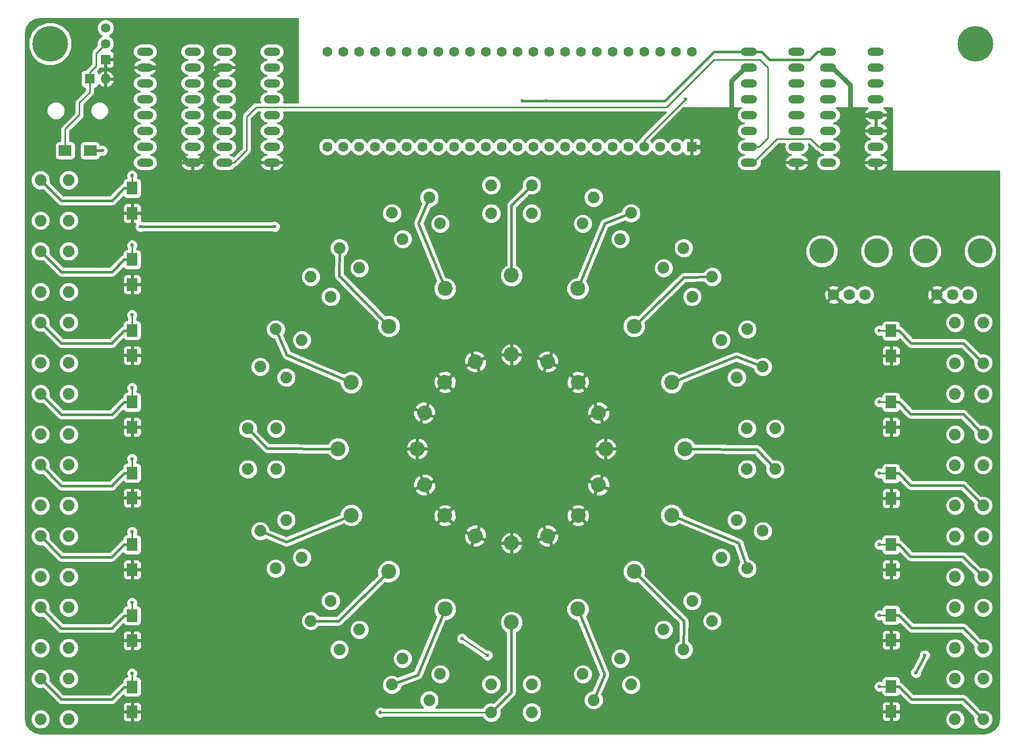
<source format=gbl>
G04 #@! TF.FileFunction,Copper,L2,Bot,Signal*
%FSLAX46Y46*%
G04 Gerber Fmt 4.6, Leading zero omitted, Abs format (unit mm)*
G04 Created by KiCad (PCBNEW 4.0.6) date 2019 June 20, Thursday 16:13:16*
%MOMM*%
%LPD*%
G01*
G04 APERTURE LIST*
%ADD10C,0.100000*%
%ADD11R,1.600000X1.600000*%
%ADD12O,1.600000X1.600000*%
%ADD13R,2.000000X1.700000*%
%ADD14C,1.800000*%
%ADD15C,4.000000*%
%ADD16C,5.700000*%
%ADD17O,2.641600X1.320800*%
%ADD18C,1.600000*%
%ADD19C,1.879600*%
%ADD20C,2.400000*%
%ADD21O,2.400000X2.400000*%
%ADD22C,2.400000*%
%ADD23C,1.520000*%
%ADD24R,1.520000X1.520000*%
%ADD25R,1.700000X2.000000*%
%ADD26C,0.600000*%
%ADD27C,0.800000*%
%ADD28C,0.400000*%
%ADD29C,0.250000*%
%ADD30C,0.254000*%
G04 APERTURE END LIST*
D10*
D11*
X78181200Y-44564300D03*
D12*
X80721200Y-44564300D03*
D13*
X78244200Y-56057800D03*
X74244200Y-56057800D03*
D14*
X197450700Y-79171800D03*
X199950700Y-79171800D03*
X202450700Y-79171800D03*
D15*
X195550700Y-72171800D03*
X204350700Y-72171800D03*
D14*
X214024200Y-79171800D03*
X216524200Y-79171800D03*
X219024200Y-79171800D03*
D15*
X212124200Y-72171800D03*
X220924200Y-72171800D03*
D16*
X220167200Y-38912800D03*
D17*
X191511200Y-40182800D03*
X191511200Y-42722800D03*
X191511200Y-45262800D03*
X191511200Y-47802800D03*
X191511200Y-50342800D03*
X191511200Y-52882800D03*
X191511200Y-55422800D03*
X191511200Y-57962800D03*
X183891200Y-57962800D03*
X183891200Y-55422800D03*
X183891200Y-52882800D03*
X183891200Y-50342800D03*
X183891200Y-47802800D03*
X183891200Y-45262800D03*
X183891200Y-42722800D03*
X183891200Y-40182800D03*
D18*
X134061200Y-55422800D03*
X131521200Y-55422800D03*
X128981200Y-55422800D03*
X126441200Y-55422800D03*
X136601200Y-55422800D03*
X139141200Y-55422800D03*
X141681200Y-55422800D03*
X123901200Y-55422800D03*
X121361200Y-55422800D03*
X118821200Y-55422800D03*
X116281200Y-55422800D03*
X116281200Y-40182800D03*
X118821200Y-40182800D03*
X121361200Y-40182800D03*
X123901200Y-40182800D03*
X126441200Y-40182800D03*
X128981200Y-40182800D03*
X131521200Y-40182800D03*
X134061200Y-40182800D03*
X144221200Y-55422800D03*
X146761200Y-55422800D03*
X149301200Y-55422800D03*
X151841200Y-55422800D03*
X154381200Y-55422800D03*
X156921200Y-55422800D03*
X159461200Y-55422800D03*
X162001200Y-55422800D03*
X164541200Y-55422800D03*
X167081200Y-55422800D03*
X169621200Y-55422800D03*
X172161200Y-55422800D03*
D11*
X174701200Y-55422800D03*
D18*
X136601200Y-40182800D03*
X139141200Y-40182800D03*
X141681200Y-40182800D03*
X144221200Y-40182800D03*
X146761200Y-40182800D03*
X149301200Y-40182800D03*
X151841200Y-40182800D03*
X154381200Y-40182800D03*
X156921200Y-40182800D03*
X159461200Y-40182800D03*
X162001200Y-40182800D03*
X164541200Y-40182800D03*
X167081200Y-40182800D03*
X169621200Y-40182800D03*
X172161200Y-40182800D03*
X174701200Y-40182800D03*
D17*
X204211200Y-40182800D03*
X204211200Y-42722800D03*
X204211200Y-45262800D03*
X204211200Y-47802800D03*
X204211200Y-50342800D03*
X204211200Y-52882800D03*
X204211200Y-55422800D03*
X204211200Y-57962800D03*
X196591200Y-57962800D03*
X196591200Y-55422800D03*
X196591200Y-52882800D03*
X196591200Y-50342800D03*
X196591200Y-47802800D03*
X196591200Y-45262800D03*
X196591200Y-42722800D03*
X196591200Y-40182800D03*
X107391200Y-40182800D03*
X107391200Y-42722800D03*
X107391200Y-45262800D03*
X107391200Y-47802800D03*
X107391200Y-50342800D03*
X107391200Y-52882800D03*
X107391200Y-55422800D03*
X107391200Y-57962800D03*
X99771200Y-57962800D03*
X99771200Y-55422800D03*
X99771200Y-52882800D03*
X99771200Y-50342800D03*
X99771200Y-47802800D03*
X99771200Y-45262800D03*
X99771200Y-42722800D03*
X99771200Y-40182800D03*
X94691200Y-40182800D03*
X94691200Y-42722800D03*
X94691200Y-45262800D03*
X94691200Y-47802800D03*
X94691200Y-50342800D03*
X94691200Y-52882800D03*
X94691200Y-55422800D03*
X94691200Y-57962800D03*
X87071200Y-57962800D03*
X87071200Y-55422800D03*
X87071200Y-52882800D03*
X87071200Y-50342800D03*
X87071200Y-47802800D03*
X87071200Y-45262800D03*
X87071200Y-42722800D03*
X87071200Y-40182800D03*
D19*
X142544800Y-141605000D03*
X149047200Y-141605000D03*
X142544800Y-146126200D03*
X149047200Y-146126200D03*
X157234526Y-139976439D03*
X163241960Y-137488079D03*
X158964714Y-144153483D03*
X164972148Y-141665123D03*
X170182840Y-132850331D03*
X174780731Y-128252440D03*
X173379811Y-136047302D03*
X177977702Y-131449411D03*
X179418479Y-121311560D03*
X181906839Y-115304126D03*
X183595523Y-123041748D03*
X186083883Y-117034314D03*
X183535400Y-107116800D03*
X183535400Y-100614400D03*
X188056600Y-107116800D03*
X188056600Y-100614400D03*
X181906839Y-92427074D03*
X179418479Y-86419640D03*
X186083883Y-90696886D03*
X183595523Y-84689452D03*
X174780731Y-79478760D03*
X170182840Y-74880869D03*
X177977702Y-76281789D03*
X173379811Y-71683898D03*
X163241960Y-70243121D03*
X157234526Y-67754761D03*
X164972148Y-66066077D03*
X158964714Y-63577717D03*
X149047200Y-66126200D03*
X142544800Y-66126200D03*
X149047200Y-61605000D03*
X142544800Y-61605000D03*
X134357474Y-67754761D03*
X128350040Y-70243121D03*
X132627286Y-63577717D03*
X126619852Y-66066077D03*
X121409160Y-74880869D03*
X116811269Y-79478760D03*
X118212189Y-71683898D03*
X113614298Y-76281789D03*
X112173521Y-86419640D03*
X109685161Y-92427074D03*
X107996477Y-84689452D03*
X105508117Y-90696886D03*
X108056600Y-100614400D03*
X108056600Y-107116800D03*
X103535400Y-100614400D03*
X103535400Y-107116800D03*
X109685161Y-115304126D03*
X112173521Y-121311560D03*
X105508117Y-117034314D03*
X107996477Y-123041748D03*
X116811269Y-128252440D03*
X121409160Y-132850331D03*
X113614298Y-131449411D03*
X118212189Y-136047302D03*
X128350040Y-137488079D03*
X134357474Y-139976439D03*
X126619852Y-141665123D03*
X132627286Y-144153483D03*
X74808080Y-60777120D03*
X74808080Y-67279520D03*
X70286880Y-60777120D03*
X70286880Y-67279520D03*
X74808080Y-72197120D03*
X74808080Y-78699520D03*
X70286880Y-72197120D03*
X70286880Y-78699520D03*
X74808080Y-83617120D03*
X74808080Y-90119520D03*
X70286880Y-83617120D03*
X70286880Y-90119520D03*
X74808080Y-95037120D03*
X74808080Y-101539520D03*
X70286880Y-95037120D03*
X70286880Y-101539520D03*
X74808080Y-106457120D03*
X74808080Y-112959520D03*
X70286880Y-106457120D03*
X70286880Y-112959520D03*
X74808080Y-117877120D03*
X74808080Y-124379520D03*
X70286880Y-117877120D03*
X70286880Y-124379520D03*
X74808080Y-129297120D03*
X74808080Y-135799520D03*
X70286880Y-129297120D03*
X70286880Y-135799520D03*
X74808080Y-140717120D03*
X74808080Y-147219520D03*
X70286880Y-140717120D03*
X70286880Y-147219520D03*
X216910920Y-90139520D03*
X216910920Y-83637120D03*
X221432120Y-90139520D03*
X221432120Y-83637120D03*
X216910920Y-101559520D03*
X216910920Y-95057120D03*
X221432120Y-101559520D03*
X221432120Y-95057120D03*
X216910920Y-112979520D03*
X216910920Y-106477120D03*
X221432120Y-112979520D03*
X221432120Y-106477120D03*
X216910920Y-124399520D03*
X216910920Y-117897120D03*
X221432120Y-124399520D03*
X221432120Y-117897120D03*
X216910920Y-135819520D03*
X216910920Y-129317120D03*
X221432120Y-135819520D03*
X221432120Y-129317120D03*
X216910920Y-147239520D03*
X216910920Y-140737120D03*
X221432120Y-147239520D03*
X221432120Y-140737120D03*
D20*
X145796000Y-76057600D03*
D21*
X145796000Y-88757600D03*
D20*
X156437661Y-78174358D03*
D22*
X151577581Y-89907628D02*
X151577581Y-89907628D01*
D20*
X165459225Y-84202375D03*
D22*
X156478969Y-93182631D02*
X156478969Y-93182631D01*
D20*
X171487242Y-93223939D03*
D22*
X159753972Y-98084019D02*
X159753972Y-98084019D01*
D20*
X173604000Y-103865600D03*
D21*
X160904000Y-103865600D03*
D20*
X171487242Y-114507261D03*
D22*
X159753972Y-109647181D02*
X159753972Y-109647181D01*
D20*
X165459225Y-123528825D03*
D22*
X156478969Y-114548569D02*
X156478969Y-114548569D01*
D20*
X156437661Y-129556842D03*
D22*
X151577581Y-117823572D02*
X151577581Y-117823572D01*
D20*
X145796000Y-131673600D03*
D21*
X145796000Y-118973600D03*
D20*
X135154339Y-129556842D03*
D22*
X140014419Y-117823572D02*
X140014419Y-117823572D01*
D20*
X126132775Y-123528825D03*
D22*
X135113031Y-114548569D02*
X135113031Y-114548569D01*
D20*
X120104758Y-114507261D03*
D22*
X131838028Y-109647181D02*
X131838028Y-109647181D01*
D20*
X117988000Y-103865600D03*
D21*
X130688000Y-103865600D03*
D20*
X120104758Y-93223939D03*
D22*
X131838028Y-98084019D02*
X131838028Y-98084019D01*
D20*
X126132775Y-84202375D03*
D22*
X135113031Y-93182631D02*
X135113031Y-93182631D01*
D20*
X135154339Y-78174358D03*
D22*
X140014419Y-89907628D02*
X140014419Y-89907628D01*
D16*
X71831200Y-38912800D03*
D23*
X80721200Y-38912800D03*
X80721200Y-36372800D03*
D24*
X80721200Y-41452800D03*
D25*
X84975700Y-66090800D03*
X84975700Y-62090800D03*
X84975700Y-77520300D03*
X84975700Y-73520300D03*
X84975700Y-88887300D03*
X84975700Y-84887300D03*
X84975700Y-100380800D03*
X84975700Y-96380800D03*
X84975700Y-111747300D03*
X84975700Y-107747300D03*
X84975700Y-123240800D03*
X84975700Y-119240800D03*
X84975700Y-134607300D03*
X84975700Y-130607300D03*
X84975700Y-146037300D03*
X84975700Y-142037300D03*
X206641700Y-145973800D03*
X206641700Y-141973800D03*
X206641700Y-134543800D03*
X206641700Y-130543800D03*
X206641700Y-123240800D03*
X206641700Y-119240800D03*
X206641700Y-111810800D03*
X206641700Y-107810800D03*
X206641700Y-100380800D03*
X206641700Y-96380800D03*
X206641700Y-88950800D03*
X206641700Y-84950800D03*
D26*
X71704200Y-55803800D03*
X209118200Y-148132800D03*
X209118200Y-136893300D03*
X127561200Y-72482800D03*
X118361200Y-83482800D03*
X113361200Y-95882800D03*
X111761200Y-108682800D03*
X116961200Y-121082800D03*
X125361200Y-131482800D03*
X137561200Y-136282800D03*
X150361200Y-136682800D03*
X162761200Y-132682800D03*
X173161200Y-124482800D03*
X179761200Y-112482800D03*
X179761200Y-98682800D03*
X174761200Y-86482800D03*
X166561200Y-76482800D03*
X154361200Y-70482800D03*
X141161200Y-69882800D03*
X81761200Y-139282800D03*
X81761200Y-127882800D03*
X81761200Y-116282800D03*
X81961200Y-104682800D03*
X81761200Y-93482800D03*
X81761200Y-82082800D03*
X81761200Y-70682800D03*
X209761200Y-91482800D03*
X209761200Y-103082800D03*
X209761200Y-114282800D03*
X209761200Y-125882800D03*
X81761200Y-58682800D03*
X151333200Y-48056800D03*
X147523200Y-48056800D03*
X107835700Y-68249800D03*
X86309200Y-68249800D03*
X141935200Y-136956800D03*
X137871200Y-134289800D03*
X212039200Y-136956800D03*
X210642200Y-139750800D03*
X84975700Y-105460800D03*
X84975700Y-117144800D03*
X84975700Y-128511300D03*
X84975700Y-139877800D03*
X84975700Y-60058300D03*
X84975700Y-71234300D03*
X84975700Y-82410300D03*
X84975700Y-94094300D03*
X124768190Y-146126200D03*
X204800200Y-96380300D03*
X204800200Y-84886800D03*
X204800200Y-141973300D03*
X204800200Y-130543300D03*
X204800200Y-119240300D03*
X204800200Y-107810300D03*
X173685200Y-47802800D03*
X80213200Y-56057800D03*
D27*
X97231200Y-44602400D02*
X97231200Y-56083200D01*
X97231200Y-56083200D02*
X95351600Y-57962800D01*
X95351600Y-57962800D02*
X94691200Y-57962800D01*
X99110800Y-42722800D02*
X97231200Y-44602400D01*
X91135200Y-44666000D02*
X91135200Y-55067200D01*
X91135200Y-55067200D02*
X94030800Y-57962800D01*
X94030800Y-57962800D02*
X94691200Y-57962800D01*
X87071200Y-42722800D02*
X89192000Y-42722800D01*
X89192000Y-42722800D02*
X91135200Y-44666000D01*
X200101200Y-49072800D02*
X201371200Y-50342800D01*
X201371200Y-50342800D02*
X204211200Y-50342800D01*
X200101200Y-45572400D02*
X200101200Y-49072800D01*
X197251600Y-42722800D02*
X200101200Y-45572400D01*
X183230800Y-42722800D02*
X181051200Y-44902400D01*
X178511200Y-55422800D02*
X174701200Y-55422800D01*
X181051200Y-44902400D02*
X181051200Y-52882800D01*
X181051200Y-52882800D02*
X178511200Y-55422800D01*
D28*
X183891200Y-42722800D02*
X183230800Y-42722800D01*
X203550800Y-57962800D02*
X204211200Y-57962800D01*
X196591200Y-42722800D02*
X197251600Y-42722800D01*
X99771200Y-42722800D02*
X99110800Y-42722800D01*
X87071200Y-42722800D02*
X87731600Y-42722800D01*
X99110800Y-55422800D02*
X99771200Y-55422800D01*
X170383200Y-48056800D02*
X147523200Y-48056800D01*
X178257200Y-40182800D02*
X170383200Y-48056800D01*
X183891200Y-40182800D02*
X178257200Y-40182800D01*
X187147200Y-41452800D02*
X185877200Y-40182800D01*
X185877200Y-40182800D02*
X183891200Y-40182800D01*
X193600400Y-41452800D02*
X187147200Y-41452800D01*
X196591200Y-40182800D02*
X194870400Y-40182800D01*
X194870400Y-40182800D02*
X193600400Y-41452800D01*
D29*
X196591200Y-57962800D02*
X197251600Y-57962800D01*
X193750400Y-54152800D02*
X188361600Y-54152800D01*
X188361600Y-54152800D02*
X184551600Y-57962800D01*
X184551600Y-57962800D02*
X183891200Y-57962800D01*
X196591200Y-55422800D02*
X195020400Y-55422800D01*
X195020400Y-55422800D02*
X193750400Y-54152800D01*
X183891200Y-55422800D02*
X185462000Y-55422800D01*
X185462000Y-55422800D02*
X186893200Y-53991600D01*
X170637200Y-49072800D02*
X104851200Y-49072800D01*
X101342000Y-57962800D02*
X99771200Y-57962800D01*
X186893200Y-53991600D02*
X186893200Y-42722800D01*
X186893200Y-42722800D02*
X185623200Y-41452800D01*
X185623200Y-41452800D02*
X178257200Y-41452800D01*
X178257200Y-41452800D02*
X170637200Y-49072800D01*
X104851200Y-49072800D02*
X103327200Y-50596800D01*
X103327200Y-50596800D02*
X103327200Y-55977600D01*
X103327200Y-55977600D02*
X101342000Y-57962800D01*
D28*
X183230800Y-55422800D02*
X183891200Y-55422800D01*
X86309200Y-68249800D02*
X107835700Y-68249800D01*
D29*
X137871200Y-134289800D02*
X141935200Y-136956800D01*
D28*
X210642200Y-139750800D02*
X212039200Y-136956800D01*
D29*
X84975700Y-107747300D02*
X84975700Y-105460800D01*
D28*
X81768000Y-109789600D02*
X81768000Y-109705000D01*
X83725700Y-107747300D02*
X84975700Y-107747300D01*
X81768000Y-109705000D02*
X83725700Y-107747300D01*
X81768000Y-109789600D02*
X73619360Y-109789600D01*
X73619360Y-109789600D02*
X70286880Y-106457120D01*
D29*
X84975700Y-119240800D02*
X84975700Y-117144800D01*
D28*
X81694500Y-121209600D02*
X83663300Y-119240800D01*
X83663300Y-119240800D02*
X84975700Y-119240800D01*
X81694500Y-121209600D02*
X73619360Y-121209600D01*
X73619360Y-121209600D02*
X70286880Y-117877120D01*
D29*
X84975700Y-130607300D02*
X84975700Y-128511300D01*
D28*
X81748000Y-132629600D02*
X81748000Y-132585000D01*
X81748000Y-132585000D02*
X83725700Y-130607300D01*
X83725700Y-130607300D02*
X84975700Y-130607300D01*
X81748000Y-132629600D02*
X73619360Y-132629600D01*
X73619360Y-132629600D02*
X70286880Y-129297120D01*
D29*
X84975700Y-142037300D02*
X84975700Y-139877800D01*
D28*
X81738000Y-144049600D02*
X81738000Y-144025000D01*
X81738000Y-144025000D02*
X83725700Y-142037300D01*
X83725700Y-142037300D02*
X84975700Y-142037300D01*
X81738000Y-144049600D02*
X73619360Y-144049600D01*
X73619360Y-144049600D02*
X70286880Y-140717120D01*
D29*
X84975700Y-62090800D02*
X84975700Y-60058300D01*
D28*
X81744500Y-64109600D02*
X81744500Y-64072000D01*
X81744500Y-64072000D02*
X83725700Y-62090800D01*
X83725700Y-62090800D02*
X84975700Y-62090800D01*
X81744500Y-64109600D02*
X73619360Y-64109600D01*
X73619360Y-64109600D02*
X70286880Y-60777120D01*
D29*
X84975700Y-73520300D02*
X84975700Y-71234300D01*
D28*
X81735000Y-75529600D02*
X81735000Y-75511000D01*
X81735000Y-75511000D02*
X83725700Y-73520300D01*
X83725700Y-73520300D02*
X84975700Y-73520300D01*
X81735000Y-75529600D02*
X73619360Y-75529600D01*
X73619360Y-75529600D02*
X70286880Y-72197120D01*
D29*
X84975700Y-84887300D02*
X84975700Y-82410300D01*
D28*
X81788000Y-86949600D02*
X81788000Y-86825000D01*
X81788000Y-86825000D02*
X83725700Y-84887300D01*
X83725700Y-84887300D02*
X84975700Y-84887300D01*
X81788000Y-86949600D02*
X73619360Y-86949600D01*
X73619360Y-86949600D02*
X70286880Y-83617120D01*
D29*
X84975700Y-96380800D02*
X84975700Y-94094300D01*
D28*
X81714500Y-98369600D02*
X83703300Y-96380800D01*
X83703300Y-96380800D02*
X84975700Y-96380800D01*
X81714500Y-98369600D02*
X73619360Y-98369600D01*
X73619360Y-98369600D02*
X70286880Y-95037120D01*
X117988000Y-103865600D02*
X106629200Y-103809800D01*
X106629200Y-103809800D02*
X103535400Y-100614400D01*
X120104758Y-93223939D02*
X109804200Y-88823800D01*
X109804200Y-88823800D02*
X107996477Y-84689452D01*
X126132775Y-84202375D02*
X118186200Y-76123800D01*
X118186200Y-76123800D02*
X118212189Y-71683898D01*
X135154339Y-78174358D02*
X130886200Y-67741800D01*
X130886200Y-67741800D02*
X132627286Y-63577717D01*
D29*
X124768190Y-146126200D02*
X142544800Y-146126200D01*
D28*
X145796000Y-131673600D02*
X145745200Y-142925800D01*
X145745200Y-142925800D02*
X142544800Y-146126200D01*
X135154339Y-129556842D02*
X130759200Y-140131800D01*
X130759200Y-140131800D02*
X126619852Y-141665123D01*
X126132775Y-123528825D02*
X118059200Y-131495800D01*
X118059200Y-131495800D02*
X113614298Y-131449411D01*
X120104758Y-114507261D02*
X109677200Y-118795800D01*
X109677200Y-118795800D02*
X105508117Y-117034314D01*
X173604000Y-103865600D02*
X185115200Y-103936800D01*
X185115200Y-103936800D02*
X188056600Y-107116800D01*
X171487242Y-114507261D02*
X182194200Y-118922800D01*
X182194200Y-118922800D02*
X183595523Y-123041748D01*
X165459225Y-123528825D02*
X173431200Y-131495800D01*
X173431200Y-131495800D02*
X173379811Y-136047302D01*
X156437661Y-129556842D02*
X160731200Y-140004800D01*
X160731200Y-140004800D02*
X158964714Y-144153483D01*
X145796000Y-76057600D02*
X145796000Y-64856200D01*
X145796000Y-64856200D02*
X149047200Y-61605000D01*
X156437661Y-78174358D02*
X160731200Y-67741800D01*
X160731200Y-67741800D02*
X164972148Y-66066077D01*
X165459225Y-84202375D02*
X173431200Y-76377800D01*
X173431200Y-76377800D02*
X177977702Y-76281789D01*
X171487242Y-93223939D02*
X181813200Y-89077800D01*
X181813200Y-89077800D02*
X186083883Y-90696886D01*
D29*
X206641700Y-96380800D02*
X204800700Y-96380800D01*
X204800700Y-96380800D02*
X204800200Y-96380300D01*
D28*
X218198700Y-98285300D02*
X218198700Y-98326100D01*
X218198700Y-98326100D02*
X221432120Y-101559520D01*
X209796200Y-98285300D02*
X218198700Y-98285300D01*
X206641700Y-96380800D02*
X207891700Y-96380800D01*
X207891700Y-96380800D02*
X209796200Y-98285300D01*
D29*
X206641700Y-84950800D02*
X204864200Y-84950800D01*
X204864200Y-84950800D02*
X204800200Y-84886800D01*
D28*
X206641700Y-84950800D02*
X207891700Y-84950800D01*
X207891700Y-84950800D02*
X209859700Y-86918800D01*
X209859700Y-86918800D02*
X218211400Y-86918800D01*
X221432120Y-90139520D02*
X218211400Y-86918800D01*
D29*
X206641700Y-141973800D02*
X204800700Y-141973800D01*
X204800700Y-141973800D02*
X204800200Y-141973300D01*
D28*
X209923200Y-144005300D02*
X218197900Y-144005300D01*
X218197900Y-144005300D02*
X221432120Y-147239520D01*
X206641700Y-141973800D02*
X207891700Y-141973800D01*
X207891700Y-141973800D02*
X209923200Y-144005300D01*
D29*
X206641700Y-130543800D02*
X204800700Y-130543800D01*
X204800700Y-130543800D02*
X204800200Y-130543300D01*
D28*
X218198700Y-132575300D02*
X218198700Y-132586100D01*
X218198700Y-132586100D02*
X221432120Y-135819520D01*
X209923200Y-132575300D02*
X218198700Y-132575300D01*
X206641700Y-130543800D02*
X207891700Y-130543800D01*
X207891700Y-130543800D02*
X209923200Y-132575300D01*
D29*
X206641700Y-119240800D02*
X204800700Y-119240800D01*
X204800700Y-119240800D02*
X204800200Y-119240300D01*
D28*
X209796200Y-121145300D02*
X218177900Y-121145300D01*
X218177900Y-121145300D02*
X221432120Y-124399520D01*
X206641700Y-119240800D02*
X207891700Y-119240800D01*
X207891700Y-119240800D02*
X209796200Y-121145300D01*
D29*
X206641700Y-107810800D02*
X204800700Y-107810800D01*
X204800700Y-107810800D02*
X204800200Y-107810300D01*
D28*
X218198700Y-109715300D02*
X218198700Y-109746100D01*
X218198700Y-109746100D02*
X221432120Y-112979520D01*
X209796200Y-109715300D02*
X218198700Y-109715300D01*
X206641700Y-107810800D02*
X207891700Y-107810800D01*
X207891700Y-107810800D02*
X209796200Y-109715300D01*
D29*
X173685200Y-47802800D02*
X167081200Y-54406800D01*
X167081200Y-54406800D02*
X167081200Y-55422800D01*
X74244200Y-56057800D02*
X74244200Y-54957800D01*
X74244200Y-54957800D02*
X74244700Y-54957300D01*
X74244700Y-54957300D02*
X74244700Y-52608300D01*
X76530200Y-48374300D02*
X78181200Y-46723300D01*
X78181200Y-46723300D02*
X78181200Y-44564300D01*
X76530200Y-50322800D02*
X76530200Y-48374300D01*
X74244700Y-52608300D02*
X76530200Y-50322800D01*
X80721200Y-38912800D02*
X79197200Y-40436800D01*
X79197200Y-40436800D02*
X79197200Y-42498300D01*
X79197200Y-42498300D02*
X78181200Y-43514300D01*
X78181200Y-43514300D02*
X78181200Y-44564300D01*
D28*
X80213200Y-56057800D02*
X78244200Y-56057800D01*
D30*
G36*
X111582200Y-48312800D02*
X109277174Y-48312800D01*
X109286710Y-48298528D01*
X109385316Y-47802800D01*
X109286710Y-47307072D01*
X109005902Y-46886814D01*
X108585644Y-46606006D01*
X108217611Y-46532800D01*
X108585644Y-46459594D01*
X109005902Y-46178786D01*
X109286710Y-45758528D01*
X109385316Y-45262800D01*
X109286710Y-44767072D01*
X109005902Y-44346814D01*
X108585644Y-44066006D01*
X108217611Y-43992800D01*
X108585644Y-43919594D01*
X109005902Y-43638786D01*
X109286710Y-43218528D01*
X109385316Y-42722800D01*
X109286710Y-42227072D01*
X109005902Y-41806814D01*
X108585644Y-41526006D01*
X108217611Y-41452800D01*
X108585644Y-41379594D01*
X109005902Y-41098786D01*
X109286710Y-40678528D01*
X109385316Y-40182800D01*
X109286710Y-39687072D01*
X109005902Y-39266814D01*
X108585644Y-38986006D01*
X108089916Y-38887400D01*
X106692484Y-38887400D01*
X106196756Y-38986006D01*
X105776498Y-39266814D01*
X105495690Y-39687072D01*
X105397084Y-40182800D01*
X105495690Y-40678528D01*
X105776498Y-41098786D01*
X106196756Y-41379594D01*
X106564789Y-41452800D01*
X106196756Y-41526006D01*
X105776498Y-41806814D01*
X105495690Y-42227072D01*
X105397084Y-42722800D01*
X105495690Y-43218528D01*
X105776498Y-43638786D01*
X106196756Y-43919594D01*
X106564789Y-43992800D01*
X106196756Y-44066006D01*
X105776498Y-44346814D01*
X105495690Y-44767072D01*
X105397084Y-45262800D01*
X105495690Y-45758528D01*
X105776498Y-46178786D01*
X106196756Y-46459594D01*
X106564789Y-46532800D01*
X106196756Y-46606006D01*
X105776498Y-46886814D01*
X105495690Y-47307072D01*
X105397084Y-47802800D01*
X105495690Y-48298528D01*
X105505226Y-48312800D01*
X104851200Y-48312800D01*
X104608614Y-48361054D01*
X104560360Y-48370652D01*
X104313799Y-48535399D01*
X102789799Y-50059399D01*
X102625052Y-50305961D01*
X102567200Y-50596800D01*
X102567200Y-55662798D01*
X101264382Y-56965616D01*
X100965644Y-56766006D01*
X100597611Y-56692800D01*
X100965644Y-56619594D01*
X101385902Y-56338786D01*
X101666710Y-55918528D01*
X101765316Y-55422800D01*
X101666710Y-54927072D01*
X101385902Y-54506814D01*
X100965644Y-54226006D01*
X100597611Y-54152800D01*
X100965644Y-54079594D01*
X101385902Y-53798786D01*
X101666710Y-53378528D01*
X101765316Y-52882800D01*
X101666710Y-52387072D01*
X101385902Y-51966814D01*
X100965644Y-51686006D01*
X100597611Y-51612800D01*
X100965644Y-51539594D01*
X101385902Y-51258786D01*
X101666710Y-50838528D01*
X101765316Y-50342800D01*
X101666710Y-49847072D01*
X101385902Y-49426814D01*
X100965644Y-49146006D01*
X100597611Y-49072800D01*
X100965644Y-48999594D01*
X101385902Y-48718786D01*
X101666710Y-48298528D01*
X101765316Y-47802800D01*
X101666710Y-47307072D01*
X101385902Y-46886814D01*
X100965644Y-46606006D01*
X100597611Y-46532800D01*
X100965644Y-46459594D01*
X101385902Y-46178786D01*
X101666710Y-45758528D01*
X101765316Y-45262800D01*
X101666710Y-44767072D01*
X101385902Y-44346814D01*
X100965644Y-44066006D01*
X100624686Y-43998185D01*
X101044661Y-43870993D01*
X101437389Y-43548984D01*
X101676995Y-43101196D01*
X101685020Y-43049905D01*
X101561133Y-42849800D01*
X99898200Y-42849800D01*
X99898200Y-42869800D01*
X99644200Y-42869800D01*
X99644200Y-42849800D01*
X97981267Y-42849800D01*
X97857380Y-43049905D01*
X97865405Y-43101196D01*
X98105011Y-43548984D01*
X98497739Y-43870993D01*
X98917714Y-43998185D01*
X98576756Y-44066006D01*
X98156498Y-44346814D01*
X97875690Y-44767072D01*
X97777084Y-45262800D01*
X97875690Y-45758528D01*
X98156498Y-46178786D01*
X98576756Y-46459594D01*
X98944789Y-46532800D01*
X98576756Y-46606006D01*
X98156498Y-46886814D01*
X97875690Y-47307072D01*
X97777084Y-47802800D01*
X97875690Y-48298528D01*
X98156498Y-48718786D01*
X98576756Y-48999594D01*
X98944789Y-49072800D01*
X98576756Y-49146006D01*
X98156498Y-49426814D01*
X97875690Y-49847072D01*
X97777084Y-50342800D01*
X97875690Y-50838528D01*
X98156498Y-51258786D01*
X98576756Y-51539594D01*
X98944789Y-51612800D01*
X98576756Y-51686006D01*
X98156498Y-51966814D01*
X97875690Y-52387072D01*
X97777084Y-52882800D01*
X97875690Y-53378528D01*
X98156498Y-53798786D01*
X98576756Y-54079594D01*
X98944789Y-54152800D01*
X98576756Y-54226006D01*
X98156498Y-54506814D01*
X97875690Y-54927072D01*
X97777084Y-55422800D01*
X97875690Y-55918528D01*
X98156498Y-56338786D01*
X98576756Y-56619594D01*
X98944789Y-56692800D01*
X98576756Y-56766006D01*
X98156498Y-57046814D01*
X97875690Y-57467072D01*
X97777084Y-57962800D01*
X97875690Y-58458528D01*
X98156498Y-58878786D01*
X98576756Y-59159594D01*
X99072484Y-59258200D01*
X100469916Y-59258200D01*
X100965644Y-59159594D01*
X101385902Y-58878786D01*
X101512834Y-58688819D01*
X101632839Y-58664948D01*
X101879401Y-58500201D01*
X102089697Y-58289905D01*
X105477380Y-58289905D01*
X105485405Y-58341196D01*
X105725011Y-58788984D01*
X106117739Y-59110993D01*
X106603800Y-59258200D01*
X107264200Y-59258200D01*
X107264200Y-58089800D01*
X107518200Y-58089800D01*
X107518200Y-59258200D01*
X108178600Y-59258200D01*
X108664661Y-59110993D01*
X109057389Y-58788984D01*
X109296995Y-58341196D01*
X109305020Y-58289905D01*
X109181133Y-58089800D01*
X107518200Y-58089800D01*
X107264200Y-58089800D01*
X105601267Y-58089800D01*
X105477380Y-58289905D01*
X102089697Y-58289905D01*
X103864601Y-56515001D01*
X104029348Y-56268439D01*
X104087200Y-55977600D01*
X104087200Y-50911602D01*
X105166002Y-49832800D01*
X105505226Y-49832800D01*
X105495690Y-49847072D01*
X105397084Y-50342800D01*
X105495690Y-50838528D01*
X105776498Y-51258786D01*
X106196756Y-51539594D01*
X106564789Y-51612800D01*
X106196756Y-51686006D01*
X105776498Y-51966814D01*
X105495690Y-52387072D01*
X105397084Y-52882800D01*
X105495690Y-53378528D01*
X105776498Y-53798786D01*
X106196756Y-54079594D01*
X106564789Y-54152800D01*
X106196756Y-54226006D01*
X105776498Y-54506814D01*
X105495690Y-54927072D01*
X105397084Y-55422800D01*
X105495690Y-55918528D01*
X105776498Y-56338786D01*
X106196756Y-56619594D01*
X106537714Y-56687415D01*
X106117739Y-56814607D01*
X105725011Y-57136616D01*
X105485405Y-57584404D01*
X105477380Y-57635695D01*
X105601267Y-57835800D01*
X107264200Y-57835800D01*
X107264200Y-57815800D01*
X107518200Y-57815800D01*
X107518200Y-57835800D01*
X109181133Y-57835800D01*
X109305020Y-57635695D01*
X109296995Y-57584404D01*
X109057389Y-57136616D01*
X108664661Y-56814607D01*
X108244686Y-56687415D01*
X108585644Y-56619594D01*
X109005902Y-56338786D01*
X109286710Y-55918528D01*
X109385316Y-55422800D01*
X109286710Y-54927072D01*
X109005902Y-54506814D01*
X108585644Y-54226006D01*
X108217611Y-54152800D01*
X108585644Y-54079594D01*
X109005902Y-53798786D01*
X109286710Y-53378528D01*
X109385316Y-52882800D01*
X109286710Y-52387072D01*
X109005902Y-51966814D01*
X108585644Y-51686006D01*
X108217611Y-51612800D01*
X108585644Y-51539594D01*
X109005902Y-51258786D01*
X109286710Y-50838528D01*
X109385316Y-50342800D01*
X109286710Y-49847072D01*
X109277174Y-49832800D01*
X170580398Y-49832800D01*
X166543799Y-53869399D01*
X166379052Y-54115961D01*
X166369453Y-54164216D01*
X166269400Y-54205557D01*
X165865376Y-54608877D01*
X165811338Y-54739015D01*
X165758443Y-54611000D01*
X165355123Y-54206976D01*
X164827891Y-53988050D01*
X164257013Y-53987552D01*
X163729400Y-54205557D01*
X163325376Y-54608877D01*
X163271338Y-54739015D01*
X163218443Y-54611000D01*
X162815123Y-54206976D01*
X162287891Y-53988050D01*
X161717013Y-53987552D01*
X161189400Y-54205557D01*
X160785376Y-54608877D01*
X160731338Y-54739015D01*
X160678443Y-54611000D01*
X160275123Y-54206976D01*
X159747891Y-53988050D01*
X159177013Y-53987552D01*
X158649400Y-54205557D01*
X158245376Y-54608877D01*
X158191338Y-54739015D01*
X158138443Y-54611000D01*
X157735123Y-54206976D01*
X157207891Y-53988050D01*
X156637013Y-53987552D01*
X156109400Y-54205557D01*
X155705376Y-54608877D01*
X155651338Y-54739015D01*
X155598443Y-54611000D01*
X155195123Y-54206976D01*
X154667891Y-53988050D01*
X154097013Y-53987552D01*
X153569400Y-54205557D01*
X153165376Y-54608877D01*
X153111338Y-54739015D01*
X153058443Y-54611000D01*
X152655123Y-54206976D01*
X152127891Y-53988050D01*
X151557013Y-53987552D01*
X151029400Y-54205557D01*
X150625376Y-54608877D01*
X150571338Y-54739015D01*
X150518443Y-54611000D01*
X150115123Y-54206976D01*
X149587891Y-53988050D01*
X149017013Y-53987552D01*
X148489400Y-54205557D01*
X148085376Y-54608877D01*
X148031338Y-54739015D01*
X147978443Y-54611000D01*
X147575123Y-54206976D01*
X147047891Y-53988050D01*
X146477013Y-53987552D01*
X145949400Y-54205557D01*
X145545376Y-54608877D01*
X145491338Y-54739015D01*
X145438443Y-54611000D01*
X145035123Y-54206976D01*
X144507891Y-53988050D01*
X143937013Y-53987552D01*
X143409400Y-54205557D01*
X143005376Y-54608877D01*
X142951338Y-54739015D01*
X142898443Y-54611000D01*
X142495123Y-54206976D01*
X141967891Y-53988050D01*
X141397013Y-53987552D01*
X140869400Y-54205557D01*
X140465376Y-54608877D01*
X140411338Y-54739015D01*
X140358443Y-54611000D01*
X139955123Y-54206976D01*
X139427891Y-53988050D01*
X138857013Y-53987552D01*
X138329400Y-54205557D01*
X137925376Y-54608877D01*
X137871338Y-54739015D01*
X137818443Y-54611000D01*
X137415123Y-54206976D01*
X136887891Y-53988050D01*
X136317013Y-53987552D01*
X135789400Y-54205557D01*
X135385376Y-54608877D01*
X135331338Y-54739015D01*
X135278443Y-54611000D01*
X134875123Y-54206976D01*
X134347891Y-53988050D01*
X133777013Y-53987552D01*
X133249400Y-54205557D01*
X132845376Y-54608877D01*
X132791338Y-54739015D01*
X132738443Y-54611000D01*
X132335123Y-54206976D01*
X131807891Y-53988050D01*
X131237013Y-53987552D01*
X130709400Y-54205557D01*
X130305376Y-54608877D01*
X130251338Y-54739015D01*
X130198443Y-54611000D01*
X129795123Y-54206976D01*
X129267891Y-53988050D01*
X128697013Y-53987552D01*
X128169400Y-54205557D01*
X127765376Y-54608877D01*
X127711338Y-54739015D01*
X127658443Y-54611000D01*
X127255123Y-54206976D01*
X126727891Y-53988050D01*
X126157013Y-53987552D01*
X125629400Y-54205557D01*
X125225376Y-54608877D01*
X125171338Y-54739015D01*
X125118443Y-54611000D01*
X124715123Y-54206976D01*
X124187891Y-53988050D01*
X123617013Y-53987552D01*
X123089400Y-54205557D01*
X122685376Y-54608877D01*
X122631338Y-54739015D01*
X122578443Y-54611000D01*
X122175123Y-54206976D01*
X121647891Y-53988050D01*
X121077013Y-53987552D01*
X120549400Y-54205557D01*
X120145376Y-54608877D01*
X120091338Y-54739015D01*
X120038443Y-54611000D01*
X119635123Y-54206976D01*
X119107891Y-53988050D01*
X118537013Y-53987552D01*
X118009400Y-54205557D01*
X117605376Y-54608877D01*
X117551338Y-54739015D01*
X117498443Y-54611000D01*
X117095123Y-54206976D01*
X116567891Y-53988050D01*
X115997013Y-53987552D01*
X115469400Y-54205557D01*
X115065376Y-54608877D01*
X114846450Y-55136109D01*
X114845952Y-55706987D01*
X115063957Y-56234600D01*
X115467277Y-56638624D01*
X115994509Y-56857550D01*
X116565387Y-56858048D01*
X117093000Y-56640043D01*
X117497024Y-56236723D01*
X117551062Y-56106585D01*
X117603957Y-56234600D01*
X118007277Y-56638624D01*
X118534509Y-56857550D01*
X119105387Y-56858048D01*
X119633000Y-56640043D01*
X120037024Y-56236723D01*
X120091062Y-56106585D01*
X120143957Y-56234600D01*
X120547277Y-56638624D01*
X121074509Y-56857550D01*
X121645387Y-56858048D01*
X122173000Y-56640043D01*
X122577024Y-56236723D01*
X122631062Y-56106585D01*
X122683957Y-56234600D01*
X123087277Y-56638624D01*
X123614509Y-56857550D01*
X124185387Y-56858048D01*
X124713000Y-56640043D01*
X125117024Y-56236723D01*
X125171062Y-56106585D01*
X125223957Y-56234600D01*
X125627277Y-56638624D01*
X126154509Y-56857550D01*
X126725387Y-56858048D01*
X127253000Y-56640043D01*
X127657024Y-56236723D01*
X127711062Y-56106585D01*
X127763957Y-56234600D01*
X128167277Y-56638624D01*
X128694509Y-56857550D01*
X129265387Y-56858048D01*
X129793000Y-56640043D01*
X130197024Y-56236723D01*
X130251062Y-56106585D01*
X130303957Y-56234600D01*
X130707277Y-56638624D01*
X131234509Y-56857550D01*
X131805387Y-56858048D01*
X132333000Y-56640043D01*
X132737024Y-56236723D01*
X132791062Y-56106585D01*
X132843957Y-56234600D01*
X133247277Y-56638624D01*
X133774509Y-56857550D01*
X134345387Y-56858048D01*
X134873000Y-56640043D01*
X135277024Y-56236723D01*
X135331062Y-56106585D01*
X135383957Y-56234600D01*
X135787277Y-56638624D01*
X136314509Y-56857550D01*
X136885387Y-56858048D01*
X137413000Y-56640043D01*
X137817024Y-56236723D01*
X137871062Y-56106585D01*
X137923957Y-56234600D01*
X138327277Y-56638624D01*
X138854509Y-56857550D01*
X139425387Y-56858048D01*
X139953000Y-56640043D01*
X140357024Y-56236723D01*
X140411062Y-56106585D01*
X140463957Y-56234600D01*
X140867277Y-56638624D01*
X141394509Y-56857550D01*
X141965387Y-56858048D01*
X142493000Y-56640043D01*
X142897024Y-56236723D01*
X142951062Y-56106585D01*
X143003957Y-56234600D01*
X143407277Y-56638624D01*
X143934509Y-56857550D01*
X144505387Y-56858048D01*
X145033000Y-56640043D01*
X145437024Y-56236723D01*
X145491062Y-56106585D01*
X145543957Y-56234600D01*
X145947277Y-56638624D01*
X146474509Y-56857550D01*
X147045387Y-56858048D01*
X147573000Y-56640043D01*
X147977024Y-56236723D01*
X148031062Y-56106585D01*
X148083957Y-56234600D01*
X148487277Y-56638624D01*
X149014509Y-56857550D01*
X149585387Y-56858048D01*
X150113000Y-56640043D01*
X150517024Y-56236723D01*
X150571062Y-56106585D01*
X150623957Y-56234600D01*
X151027277Y-56638624D01*
X151554509Y-56857550D01*
X152125387Y-56858048D01*
X152653000Y-56640043D01*
X153057024Y-56236723D01*
X153111062Y-56106585D01*
X153163957Y-56234600D01*
X153567277Y-56638624D01*
X154094509Y-56857550D01*
X154665387Y-56858048D01*
X155193000Y-56640043D01*
X155597024Y-56236723D01*
X155651062Y-56106585D01*
X155703957Y-56234600D01*
X156107277Y-56638624D01*
X156634509Y-56857550D01*
X157205387Y-56858048D01*
X157733000Y-56640043D01*
X158137024Y-56236723D01*
X158191062Y-56106585D01*
X158243957Y-56234600D01*
X158647277Y-56638624D01*
X159174509Y-56857550D01*
X159745387Y-56858048D01*
X160273000Y-56640043D01*
X160677024Y-56236723D01*
X160731062Y-56106585D01*
X160783957Y-56234600D01*
X161187277Y-56638624D01*
X161714509Y-56857550D01*
X162285387Y-56858048D01*
X162813000Y-56640043D01*
X163217024Y-56236723D01*
X163271062Y-56106585D01*
X163323957Y-56234600D01*
X163727277Y-56638624D01*
X164254509Y-56857550D01*
X164825387Y-56858048D01*
X165353000Y-56640043D01*
X165757024Y-56236723D01*
X165811062Y-56106585D01*
X165863957Y-56234600D01*
X166267277Y-56638624D01*
X166794509Y-56857550D01*
X167365387Y-56858048D01*
X167893000Y-56640043D01*
X168297024Y-56236723D01*
X168351062Y-56106585D01*
X168403957Y-56234600D01*
X168807277Y-56638624D01*
X169334509Y-56857550D01*
X169905387Y-56858048D01*
X170433000Y-56640043D01*
X170837024Y-56236723D01*
X170891062Y-56106585D01*
X170943957Y-56234600D01*
X171347277Y-56638624D01*
X171874509Y-56857550D01*
X172445387Y-56858048D01*
X172973000Y-56640043D01*
X173266200Y-56347354D01*
X173266200Y-56349110D01*
X173362873Y-56582499D01*
X173541502Y-56761127D01*
X173774891Y-56857800D01*
X174415450Y-56857800D01*
X174574200Y-56699050D01*
X174574200Y-55549800D01*
X174828200Y-55549800D01*
X174828200Y-56699050D01*
X174986950Y-56857800D01*
X175627509Y-56857800D01*
X175860898Y-56761127D01*
X176039527Y-56582499D01*
X176136200Y-56349110D01*
X176136200Y-55708550D01*
X175977450Y-55549800D01*
X174828200Y-55549800D01*
X174574200Y-55549800D01*
X174554200Y-55549800D01*
X174554200Y-55295800D01*
X174574200Y-55295800D01*
X174574200Y-54146550D01*
X174828200Y-54146550D01*
X174828200Y-55295800D01*
X175977450Y-55295800D01*
X176136200Y-55137050D01*
X176136200Y-54496490D01*
X176039527Y-54263101D01*
X175860898Y-54084473D01*
X175627509Y-53987800D01*
X174986950Y-53987800D01*
X174828200Y-54146550D01*
X174574200Y-54146550D01*
X174415450Y-53987800D01*
X173774891Y-53987800D01*
X173541502Y-54084473D01*
X173362873Y-54263101D01*
X173266200Y-54496490D01*
X173266200Y-54498561D01*
X172975123Y-54206976D01*
X172447891Y-53988050D01*
X171877013Y-53987552D01*
X171349400Y-54205557D01*
X170945376Y-54608877D01*
X170891338Y-54739015D01*
X170838443Y-54611000D01*
X170435123Y-54206976D01*
X169907891Y-53988050D01*
X169337013Y-53987552D01*
X168809400Y-54205557D01*
X168405376Y-54608877D01*
X168351338Y-54739015D01*
X168298443Y-54611000D01*
X168125274Y-54437528D01*
X173363002Y-49199800D01*
X182616248Y-49199800D01*
X182276498Y-49426814D01*
X181995690Y-49847072D01*
X181897084Y-50342800D01*
X181995690Y-50838528D01*
X182276498Y-51258786D01*
X182696756Y-51539594D01*
X183064789Y-51612800D01*
X182696756Y-51686006D01*
X182276498Y-51966814D01*
X181995690Y-52387072D01*
X181897084Y-52882800D01*
X181995690Y-53378528D01*
X182276498Y-53798786D01*
X182696756Y-54079594D01*
X183064789Y-54152800D01*
X182696756Y-54226006D01*
X182276498Y-54506814D01*
X181995690Y-54927072D01*
X181897084Y-55422800D01*
X181995690Y-55918528D01*
X182276498Y-56338786D01*
X182696756Y-56619594D01*
X183064789Y-56692800D01*
X182696756Y-56766006D01*
X182276498Y-57046814D01*
X181995690Y-57467072D01*
X181897084Y-57962800D01*
X181995690Y-58458528D01*
X182276498Y-58878786D01*
X182696756Y-59159594D01*
X183192484Y-59258200D01*
X184589916Y-59258200D01*
X185085644Y-59159594D01*
X185505902Y-58878786D01*
X185786710Y-58458528D01*
X185820251Y-58289905D01*
X189597380Y-58289905D01*
X189605405Y-58341196D01*
X189845011Y-58788984D01*
X190237739Y-59110993D01*
X190723800Y-59258200D01*
X191384200Y-59258200D01*
X191384200Y-58089800D01*
X191638200Y-58089800D01*
X191638200Y-59258200D01*
X192298600Y-59258200D01*
X192784661Y-59110993D01*
X193177389Y-58788984D01*
X193416995Y-58341196D01*
X193425020Y-58289905D01*
X193301133Y-58089800D01*
X191638200Y-58089800D01*
X191384200Y-58089800D01*
X189721267Y-58089800D01*
X189597380Y-58289905D01*
X185820251Y-58289905D01*
X185885316Y-57962800D01*
X185842360Y-57746842D01*
X188676402Y-54912800D01*
X189625226Y-54912800D01*
X189615690Y-54927072D01*
X189517084Y-55422800D01*
X189615690Y-55918528D01*
X189896498Y-56338786D01*
X190316756Y-56619594D01*
X190657714Y-56687415D01*
X190237739Y-56814607D01*
X189845011Y-57136616D01*
X189605405Y-57584404D01*
X189597380Y-57635695D01*
X189721267Y-57835800D01*
X191384200Y-57835800D01*
X191384200Y-57815800D01*
X191638200Y-57815800D01*
X191638200Y-57835800D01*
X193301133Y-57835800D01*
X193425020Y-57635695D01*
X193416995Y-57584404D01*
X193177389Y-57136616D01*
X192784661Y-56814607D01*
X192364686Y-56687415D01*
X192705644Y-56619594D01*
X193125902Y-56338786D01*
X193406710Y-55918528D01*
X193505316Y-55422800D01*
X193406710Y-54927072D01*
X193397174Y-54912800D01*
X193435598Y-54912800D01*
X194482999Y-55960201D01*
X194729560Y-56124948D01*
X194849566Y-56148819D01*
X194976498Y-56338786D01*
X195396756Y-56619594D01*
X195764789Y-56692800D01*
X195396756Y-56766006D01*
X194976498Y-57046814D01*
X194695690Y-57467072D01*
X194597084Y-57962800D01*
X194695690Y-58458528D01*
X194976498Y-58878786D01*
X195396756Y-59159594D01*
X195892484Y-59258200D01*
X197289916Y-59258200D01*
X197785644Y-59159594D01*
X198205902Y-58878786D01*
X198486710Y-58458528D01*
X198520251Y-58289905D01*
X202297380Y-58289905D01*
X202305405Y-58341196D01*
X202545011Y-58788984D01*
X202937739Y-59110993D01*
X203423800Y-59258200D01*
X204084200Y-59258200D01*
X204084200Y-58089800D01*
X204338200Y-58089800D01*
X204338200Y-59258200D01*
X204998600Y-59258200D01*
X205484661Y-59110993D01*
X205877389Y-58788984D01*
X206116995Y-58341196D01*
X206125020Y-58289905D01*
X206001133Y-58089800D01*
X204338200Y-58089800D01*
X204084200Y-58089800D01*
X202421267Y-58089800D01*
X202297380Y-58289905D01*
X198520251Y-58289905D01*
X198585316Y-57962800D01*
X198486710Y-57467072D01*
X198205902Y-57046814D01*
X197785644Y-56766006D01*
X197417611Y-56692800D01*
X197785644Y-56619594D01*
X198205902Y-56338786D01*
X198486710Y-55918528D01*
X198585316Y-55422800D01*
X202217084Y-55422800D01*
X202315690Y-55918528D01*
X202596498Y-56338786D01*
X203016756Y-56619594D01*
X203357714Y-56687415D01*
X202937739Y-56814607D01*
X202545011Y-57136616D01*
X202305405Y-57584404D01*
X202297380Y-57635695D01*
X202421267Y-57835800D01*
X204084200Y-57835800D01*
X204084200Y-57815800D01*
X204338200Y-57815800D01*
X204338200Y-57835800D01*
X206001133Y-57835800D01*
X206125020Y-57635695D01*
X206116995Y-57584404D01*
X205877389Y-57136616D01*
X205484661Y-56814607D01*
X205064686Y-56687415D01*
X205405644Y-56619594D01*
X205825902Y-56338786D01*
X206106710Y-55918528D01*
X206205316Y-55422800D01*
X206106710Y-54927072D01*
X205825902Y-54506814D01*
X205405644Y-54226006D01*
X205064686Y-54158185D01*
X205484661Y-54030993D01*
X205877389Y-53708984D01*
X206116995Y-53261196D01*
X206125020Y-53209905D01*
X206001133Y-53009800D01*
X204338200Y-53009800D01*
X204338200Y-53029800D01*
X204084200Y-53029800D01*
X204084200Y-53009800D01*
X202421267Y-53009800D01*
X202297380Y-53209905D01*
X202305405Y-53261196D01*
X202545011Y-53708984D01*
X202937739Y-54030993D01*
X203357714Y-54158185D01*
X203016756Y-54226006D01*
X202596498Y-54506814D01*
X202315690Y-54927072D01*
X202217084Y-55422800D01*
X198585316Y-55422800D01*
X198486710Y-54927072D01*
X198205902Y-54506814D01*
X197785644Y-54226006D01*
X197417611Y-54152800D01*
X197785644Y-54079594D01*
X198205902Y-53798786D01*
X198486710Y-53378528D01*
X198585316Y-52882800D01*
X198486710Y-52387072D01*
X198205902Y-51966814D01*
X197785644Y-51686006D01*
X197417611Y-51612800D01*
X197785644Y-51539594D01*
X198205902Y-51258786D01*
X198486710Y-50838528D01*
X198520251Y-50669905D01*
X202297380Y-50669905D01*
X202305405Y-50721196D01*
X202545011Y-51168984D01*
X202937739Y-51490993D01*
X203339932Y-51612800D01*
X202937739Y-51734607D01*
X202545011Y-52056616D01*
X202305405Y-52504404D01*
X202297380Y-52555695D01*
X202421267Y-52755800D01*
X204084200Y-52755800D01*
X204084200Y-50469800D01*
X204338200Y-50469800D01*
X204338200Y-52755800D01*
X206001133Y-52755800D01*
X206125020Y-52555695D01*
X206116995Y-52504404D01*
X205877389Y-52056616D01*
X205484661Y-51734607D01*
X205082468Y-51612800D01*
X205484661Y-51490993D01*
X205877389Y-51168984D01*
X206116995Y-50721196D01*
X206125020Y-50669905D01*
X206001133Y-50469800D01*
X204338200Y-50469800D01*
X204084200Y-50469800D01*
X202421267Y-50469800D01*
X202297380Y-50669905D01*
X198520251Y-50669905D01*
X198585316Y-50342800D01*
X198486710Y-49847072D01*
X198205902Y-49426814D01*
X197866152Y-49199800D01*
X202931406Y-49199800D01*
X202545011Y-49516616D01*
X202305405Y-49964404D01*
X202297380Y-50015695D01*
X202421267Y-50215800D01*
X204084200Y-50215800D01*
X204084200Y-50195800D01*
X204338200Y-50195800D01*
X204338200Y-50215800D01*
X206001133Y-50215800D01*
X206125020Y-50015695D01*
X206116995Y-49964404D01*
X205877389Y-49516616D01*
X205490994Y-49199800D01*
X206832200Y-49199800D01*
X206832200Y-59232800D01*
X206842206Y-59282210D01*
X206870647Y-59323835D01*
X206913041Y-59351115D01*
X206959200Y-59359800D01*
X223990700Y-59359800D01*
X223990700Y-147047562D01*
X223792183Y-148045575D01*
X223293263Y-148792263D01*
X222546577Y-149291183D01*
X221598333Y-149479800D01*
X70210990Y-149479800D01*
X69276825Y-149293983D01*
X68530137Y-148795063D01*
X68031217Y-148048377D01*
X67928383Y-147531393D01*
X68711807Y-147531393D01*
X68951051Y-148110407D01*
X69393663Y-148553792D01*
X69972259Y-148794046D01*
X70598753Y-148794593D01*
X71177767Y-148555349D01*
X71621152Y-148112737D01*
X71861406Y-147534141D01*
X71861408Y-147531393D01*
X73233007Y-147531393D01*
X73472251Y-148110407D01*
X73914863Y-148553792D01*
X74493459Y-148794046D01*
X75119953Y-148794593D01*
X75698967Y-148555349D01*
X76142352Y-148112737D01*
X76382606Y-147534141D01*
X76383153Y-146907647D01*
X76143909Y-146328633D01*
X76138336Y-146323050D01*
X83490700Y-146323050D01*
X83490700Y-147163609D01*
X83587373Y-147396998D01*
X83766001Y-147575627D01*
X83999390Y-147672300D01*
X84689950Y-147672300D01*
X84848700Y-147513550D01*
X84848700Y-146164300D01*
X85102700Y-146164300D01*
X85102700Y-147513550D01*
X85261450Y-147672300D01*
X85952010Y-147672300D01*
X86185399Y-147575627D01*
X86364027Y-147396998D01*
X86460700Y-147163609D01*
X86460700Y-146323050D01*
X86449017Y-146311367D01*
X123833028Y-146311367D01*
X123975073Y-146655143D01*
X124237863Y-146918392D01*
X124581391Y-147061038D01*
X124953357Y-147061362D01*
X125297133Y-146919317D01*
X125330308Y-146886200D01*
X141154890Y-146886200D01*
X141208971Y-147017087D01*
X141651583Y-147460472D01*
X142230179Y-147700726D01*
X142856673Y-147701273D01*
X143435687Y-147462029D01*
X143879072Y-147019417D01*
X144119326Y-146440821D01*
X144119328Y-146438073D01*
X147472127Y-146438073D01*
X147711371Y-147017087D01*
X148153983Y-147460472D01*
X148732579Y-147700726D01*
X149359073Y-147701273D01*
X149938087Y-147462029D01*
X150381472Y-147019417D01*
X150621726Y-146440821D01*
X150621884Y-146259550D01*
X205156700Y-146259550D01*
X205156700Y-147100109D01*
X205253373Y-147333498D01*
X205432001Y-147512127D01*
X205665390Y-147608800D01*
X206355950Y-147608800D01*
X206514700Y-147450050D01*
X206514700Y-146100800D01*
X206768700Y-146100800D01*
X206768700Y-147450050D01*
X206927450Y-147608800D01*
X207618010Y-147608800D01*
X207756602Y-147551393D01*
X215335847Y-147551393D01*
X215575091Y-148130407D01*
X216017703Y-148573792D01*
X216596299Y-148814046D01*
X217222793Y-148814593D01*
X217801807Y-148575349D01*
X218245192Y-148132737D01*
X218485446Y-147554141D01*
X218485993Y-146927647D01*
X218246749Y-146348633D01*
X217804137Y-145905248D01*
X217225541Y-145664994D01*
X216599047Y-145664447D01*
X216020033Y-145903691D01*
X215576648Y-146346303D01*
X215336394Y-146924899D01*
X215335847Y-147551393D01*
X207756602Y-147551393D01*
X207851399Y-147512127D01*
X208030027Y-147333498D01*
X208126700Y-147100109D01*
X208126700Y-146259550D01*
X207967950Y-146100800D01*
X206768700Y-146100800D01*
X206514700Y-146100800D01*
X205315450Y-146100800D01*
X205156700Y-146259550D01*
X150621884Y-146259550D01*
X150622273Y-145814327D01*
X150383029Y-145235313D01*
X149940417Y-144791928D01*
X149361821Y-144551674D01*
X148735327Y-144551127D01*
X148156313Y-144790371D01*
X147712928Y-145232983D01*
X147472674Y-145811579D01*
X147472127Y-146438073D01*
X144119328Y-146438073D01*
X144119873Y-145814327D01*
X144095801Y-145756067D01*
X146335634Y-143516234D01*
X146425039Y-143382429D01*
X146515189Y-143248821D01*
X146515573Y-143246936D01*
X146516639Y-143245340D01*
X146548052Y-143087419D01*
X146580191Y-142929570D01*
X146584762Y-141916873D01*
X147472127Y-141916873D01*
X147711371Y-142495887D01*
X148153983Y-142939272D01*
X148732579Y-143179526D01*
X149359073Y-143180073D01*
X149938087Y-142940829D01*
X150381472Y-142498217D01*
X150621726Y-141919621D01*
X150622273Y-141293127D01*
X150383029Y-140714113D01*
X149957971Y-140288312D01*
X155659453Y-140288312D01*
X155898697Y-140867326D01*
X156341309Y-141310711D01*
X156919905Y-141550965D01*
X157546399Y-141551512D01*
X158125413Y-141312268D01*
X158568798Y-140869656D01*
X158809052Y-140291060D01*
X158809599Y-139664566D01*
X158570355Y-139085552D01*
X158127743Y-138642167D01*
X157549147Y-138401913D01*
X156922653Y-138401366D01*
X156343639Y-138640610D01*
X155900254Y-139083222D01*
X155660000Y-139661818D01*
X155659453Y-140288312D01*
X149957971Y-140288312D01*
X149940417Y-140270728D01*
X149361821Y-140030474D01*
X148735327Y-140029927D01*
X148156313Y-140269171D01*
X147712928Y-140711783D01*
X147472674Y-141290379D01*
X147472127Y-141916873D01*
X146584762Y-141916873D01*
X146623588Y-133317121D01*
X146834086Y-133230145D01*
X147350730Y-132714401D01*
X147630681Y-132040205D01*
X147631318Y-131310197D01*
X147352545Y-130635514D01*
X146836801Y-130118870D01*
X146358460Y-129920245D01*
X154602343Y-129920245D01*
X154881116Y-130594928D01*
X155396860Y-131111572D01*
X156071056Y-131391523D01*
X156288936Y-131391713D01*
X159826093Y-139999081D01*
X158727802Y-142578475D01*
X158652841Y-142578410D01*
X158073827Y-142817654D01*
X157630442Y-143260266D01*
X157390188Y-143838862D01*
X157389641Y-144465356D01*
X157628885Y-145044370D01*
X158071497Y-145487755D01*
X158650093Y-145728009D01*
X159276587Y-145728556D01*
X159855601Y-145489312D01*
X160298986Y-145046700D01*
X160381704Y-144847491D01*
X205156700Y-144847491D01*
X205156700Y-145688050D01*
X205315450Y-145846800D01*
X206514700Y-145846800D01*
X206514700Y-144497550D01*
X206768700Y-144497550D01*
X206768700Y-145846800D01*
X207967950Y-145846800D01*
X208126700Y-145688050D01*
X208126700Y-144847491D01*
X208030027Y-144614102D01*
X207851399Y-144435473D01*
X207618010Y-144338800D01*
X206927450Y-144338800D01*
X206768700Y-144497550D01*
X206514700Y-144497550D01*
X206355950Y-144338800D01*
X205665390Y-144338800D01*
X205432001Y-144435473D01*
X205253373Y-144614102D01*
X205156700Y-144847491D01*
X160381704Y-144847491D01*
X160539240Y-144468104D01*
X160539787Y-143841610D01*
X160300543Y-143262596D01*
X160266227Y-143228220D01*
X160798991Y-141976996D01*
X163397075Y-141976996D01*
X163636319Y-142556010D01*
X164078931Y-142999395D01*
X164657527Y-143239649D01*
X165284021Y-143240196D01*
X165863035Y-143000952D01*
X166306420Y-142558340D01*
X166472461Y-142158467D01*
X203865038Y-142158467D01*
X204007083Y-142502243D01*
X204269873Y-142765492D01*
X204613401Y-142908138D01*
X204985367Y-142908462D01*
X205144260Y-142842809D01*
X205144260Y-142973800D01*
X205188538Y-143209117D01*
X205327610Y-143425241D01*
X205539810Y-143570231D01*
X205791700Y-143621240D01*
X207491700Y-143621240D01*
X207727017Y-143576962D01*
X207943141Y-143437890D01*
X208037225Y-143300193D01*
X209332766Y-144595734D01*
X209603659Y-144776739D01*
X209923200Y-144840300D01*
X217852032Y-144840300D01*
X219880784Y-146869052D01*
X219857594Y-146924899D01*
X219857047Y-147551393D01*
X220096291Y-148130407D01*
X220538903Y-148573792D01*
X221117499Y-148814046D01*
X221743993Y-148814593D01*
X222323007Y-148575349D01*
X222766392Y-148132737D01*
X223006646Y-147554141D01*
X223007193Y-146927647D01*
X222767949Y-146348633D01*
X222325337Y-145905248D01*
X221746741Y-145664994D01*
X221120247Y-145664447D01*
X221061987Y-145688519D01*
X218788334Y-143414866D01*
X218517441Y-143233861D01*
X218197900Y-143170300D01*
X210269068Y-143170300D01*
X208482134Y-141383366D01*
X208437062Y-141353250D01*
X208211241Y-141202361D01*
X208139140Y-141188019D01*
X208139140Y-141048993D01*
X215335847Y-141048993D01*
X215575091Y-141628007D01*
X216017703Y-142071392D01*
X216596299Y-142311646D01*
X217222793Y-142312193D01*
X217801807Y-142072949D01*
X218245192Y-141630337D01*
X218485446Y-141051741D01*
X218485448Y-141048993D01*
X219857047Y-141048993D01*
X220096291Y-141628007D01*
X220538903Y-142071392D01*
X221117499Y-142311646D01*
X221743993Y-142312193D01*
X222323007Y-142072949D01*
X222766392Y-141630337D01*
X223006646Y-141051741D01*
X223007193Y-140425247D01*
X222767949Y-139846233D01*
X222325337Y-139402848D01*
X221746741Y-139162594D01*
X221120247Y-139162047D01*
X220541233Y-139401291D01*
X220097848Y-139843903D01*
X219857594Y-140422499D01*
X219857047Y-141048993D01*
X218485448Y-141048993D01*
X218485993Y-140425247D01*
X218246749Y-139846233D01*
X217804137Y-139402848D01*
X217225541Y-139162594D01*
X216599047Y-139162047D01*
X216020033Y-139401291D01*
X215576648Y-139843903D01*
X215336394Y-140422499D01*
X215335847Y-141048993D01*
X208139140Y-141048993D01*
X208139140Y-140973800D01*
X208094862Y-140738483D01*
X207955790Y-140522359D01*
X207743590Y-140377369D01*
X207491700Y-140326360D01*
X205791700Y-140326360D01*
X205556383Y-140370638D01*
X205340259Y-140509710D01*
X205195269Y-140721910D01*
X205144260Y-140973800D01*
X205144260Y-141103763D01*
X204986999Y-141038462D01*
X204615033Y-141038138D01*
X204271257Y-141180183D01*
X204008008Y-141442973D01*
X203865362Y-141786501D01*
X203865038Y-142158467D01*
X166472461Y-142158467D01*
X166546674Y-141979744D01*
X166547221Y-141353250D01*
X166307977Y-140774236D01*
X165865365Y-140330851D01*
X165286769Y-140090597D01*
X164660275Y-140090050D01*
X164081261Y-140329294D01*
X163637876Y-140771906D01*
X163397622Y-141350502D01*
X163397075Y-141976996D01*
X160798991Y-141976996D01*
X161499457Y-140331919D01*
X161500071Y-140328982D01*
X161501744Y-140326494D01*
X161533409Y-140169594D01*
X161566159Y-140013019D01*
X161565603Y-140010074D01*
X161566197Y-140007133D01*
X161552248Y-139935967D01*
X209707038Y-139935967D01*
X209849083Y-140279743D01*
X210111873Y-140542992D01*
X210455401Y-140685638D01*
X210827367Y-140685962D01*
X211171143Y-140543917D01*
X211434392Y-140281127D01*
X211577038Y-139937599D01*
X211577203Y-139747911D01*
X212584229Y-137733859D01*
X212831392Y-137487127D01*
X212974038Y-137143599D01*
X212974362Y-136771633D01*
X212832317Y-136427857D01*
X212569527Y-136164608D01*
X212489537Y-136131393D01*
X215335847Y-136131393D01*
X215575091Y-136710407D01*
X216017703Y-137153792D01*
X216596299Y-137394046D01*
X217222793Y-137394593D01*
X217801807Y-137155349D01*
X218245192Y-136712737D01*
X218485446Y-136134141D01*
X218485993Y-135507647D01*
X218246749Y-134928633D01*
X217804137Y-134485248D01*
X217225541Y-134244994D01*
X216599047Y-134244447D01*
X216020033Y-134483691D01*
X215576648Y-134926303D01*
X215336394Y-135504899D01*
X215335847Y-136131393D01*
X212489537Y-136131393D01*
X212225999Y-136021962D01*
X211854033Y-136021638D01*
X211510257Y-136163683D01*
X211247008Y-136426473D01*
X211104362Y-136770001D01*
X211104197Y-136959689D01*
X210097171Y-138973741D01*
X209850008Y-139220473D01*
X209707362Y-139564001D01*
X209707038Y-139935967D01*
X161552248Y-139935967D01*
X161535415Y-139850090D01*
X161505748Y-139692869D01*
X161504106Y-139690358D01*
X161503529Y-139687415D01*
X160727886Y-137799952D01*
X161666887Y-137799952D01*
X161906131Y-138378966D01*
X162348743Y-138822351D01*
X162927339Y-139062605D01*
X163553833Y-139063152D01*
X164132847Y-138823908D01*
X164576232Y-138381296D01*
X164816486Y-137802700D01*
X164817033Y-137176206D01*
X164577789Y-136597192D01*
X164135177Y-136153807D01*
X163556581Y-135913553D01*
X162930087Y-135913006D01*
X162351073Y-136152250D01*
X161907688Y-136594862D01*
X161667434Y-137173458D01*
X161666887Y-137799952D01*
X160727886Y-137799952D01*
X158822026Y-133162204D01*
X168607767Y-133162204D01*
X168847011Y-133741218D01*
X169289623Y-134184603D01*
X169868219Y-134424857D01*
X170494713Y-134425404D01*
X171073727Y-134186160D01*
X171517112Y-133743548D01*
X171757366Y-133164952D01*
X171757913Y-132538458D01*
X171518669Y-131959444D01*
X171076057Y-131516059D01*
X170497461Y-131275805D01*
X169870967Y-131275258D01*
X169291953Y-131514502D01*
X168848568Y-131957114D01*
X168608314Y-132535710D01*
X168607767Y-133162204D01*
X158822026Y-133162204D01*
X157833367Y-130756390D01*
X157992391Y-130597643D01*
X158272342Y-129923447D01*
X158272979Y-129193439D01*
X157994206Y-128518756D01*
X157478462Y-128002112D01*
X156804266Y-127722161D01*
X156074258Y-127721524D01*
X155399575Y-128000297D01*
X154882931Y-128516041D01*
X154602980Y-129190237D01*
X154602343Y-129920245D01*
X146358460Y-129920245D01*
X146162605Y-129838919D01*
X145432597Y-129838282D01*
X144757914Y-130117055D01*
X144241270Y-130632799D01*
X143961319Y-131306995D01*
X143960682Y-132037003D01*
X144239455Y-132711686D01*
X144755199Y-133228330D01*
X144953601Y-133310714D01*
X144911761Y-142578371D01*
X142915268Y-144574864D01*
X142859421Y-144551674D01*
X142232927Y-144551127D01*
X141653913Y-144790371D01*
X141210528Y-145232983D01*
X141155211Y-145366200D01*
X133641500Y-145366200D01*
X133961558Y-145046700D01*
X134201812Y-144468104D01*
X134202359Y-143841610D01*
X133963115Y-143262596D01*
X133520503Y-142819211D01*
X132941907Y-142578957D01*
X132315413Y-142578410D01*
X131736399Y-142817654D01*
X131293014Y-143260266D01*
X131052760Y-143838862D01*
X131052213Y-144465356D01*
X131291457Y-145044370D01*
X131612726Y-145366200D01*
X125330653Y-145366200D01*
X125298517Y-145334008D01*
X124954989Y-145191362D01*
X124583023Y-145191038D01*
X124239247Y-145333083D01*
X123975998Y-145595873D01*
X123833352Y-145939401D01*
X123833028Y-146311367D01*
X86449017Y-146311367D01*
X86301950Y-146164300D01*
X85102700Y-146164300D01*
X84848700Y-146164300D01*
X83649450Y-146164300D01*
X83490700Y-146323050D01*
X76138336Y-146323050D01*
X75701297Y-145885248D01*
X75122701Y-145644994D01*
X74496207Y-145644447D01*
X73917193Y-145883691D01*
X73473808Y-146326303D01*
X73233554Y-146904899D01*
X73233007Y-147531393D01*
X71861408Y-147531393D01*
X71861953Y-146907647D01*
X71622709Y-146328633D01*
X71180097Y-145885248D01*
X70601501Y-145644994D01*
X69975007Y-145644447D01*
X69395993Y-145883691D01*
X68952608Y-146326303D01*
X68712354Y-146904899D01*
X68711807Y-147531393D01*
X67928383Y-147531393D01*
X67842600Y-147100133D01*
X67842600Y-144910991D01*
X83490700Y-144910991D01*
X83490700Y-145751550D01*
X83649450Y-145910300D01*
X84848700Y-145910300D01*
X84848700Y-144561050D01*
X85102700Y-144561050D01*
X85102700Y-145910300D01*
X86301950Y-145910300D01*
X86460700Y-145751550D01*
X86460700Y-144910991D01*
X86364027Y-144677602D01*
X86185399Y-144498973D01*
X85952010Y-144402300D01*
X85261450Y-144402300D01*
X85102700Y-144561050D01*
X84848700Y-144561050D01*
X84689950Y-144402300D01*
X83999390Y-144402300D01*
X83766001Y-144498973D01*
X83587373Y-144677602D01*
X83490700Y-144910991D01*
X67842600Y-144910991D01*
X67842600Y-141028993D01*
X68711807Y-141028993D01*
X68951051Y-141608007D01*
X69393663Y-142051392D01*
X69972259Y-142291646D01*
X70598753Y-142292193D01*
X70657013Y-142268121D01*
X73028926Y-144640034D01*
X73299819Y-144821039D01*
X73619360Y-144884600D01*
X81738000Y-144884600D01*
X82057541Y-144821039D01*
X82328434Y-144640034D01*
X82377970Y-144565898D01*
X83580764Y-143363104D01*
X83661610Y-143488741D01*
X83873810Y-143633731D01*
X84125700Y-143684740D01*
X85825700Y-143684740D01*
X86061017Y-143640462D01*
X86277141Y-143501390D01*
X86422131Y-143289190D01*
X86473140Y-143037300D01*
X86473140Y-141976996D01*
X125044779Y-141976996D01*
X125284023Y-142556010D01*
X125726635Y-142999395D01*
X126305231Y-143239649D01*
X126931725Y-143240196D01*
X127510739Y-143000952D01*
X127954124Y-142558340D01*
X128194378Y-141979744D01*
X128194384Y-141972322D01*
X128344073Y-141916873D01*
X140969727Y-141916873D01*
X141208971Y-142495887D01*
X141651583Y-142939272D01*
X142230179Y-143179526D01*
X142856673Y-143180073D01*
X143435687Y-142940829D01*
X143879072Y-142498217D01*
X144119326Y-141919621D01*
X144119873Y-141293127D01*
X143880629Y-140714113D01*
X143438017Y-140270728D01*
X142859421Y-140030474D01*
X142232927Y-140029927D01*
X141653913Y-140269171D01*
X141210528Y-140711783D01*
X140970274Y-141290379D01*
X140969727Y-141916873D01*
X128344073Y-141916873D01*
X131049246Y-140914806D01*
X131062527Y-140906643D01*
X131077816Y-140903621D01*
X131200834Y-140821636D01*
X131326812Y-140744207D01*
X131335958Y-140731584D01*
X131348926Y-140722941D01*
X131431213Y-140600109D01*
X131517962Y-140480375D01*
X131521580Y-140465216D01*
X131530256Y-140452265D01*
X131598397Y-140288312D01*
X132782401Y-140288312D01*
X133021645Y-140867326D01*
X133464257Y-141310711D01*
X134042853Y-141550965D01*
X134669347Y-141551512D01*
X135248361Y-141312268D01*
X135691746Y-140869656D01*
X135932000Y-140291060D01*
X135932547Y-139664566D01*
X135693303Y-139085552D01*
X135250691Y-138642167D01*
X134672095Y-138401913D01*
X134045601Y-138401366D01*
X133466587Y-138640610D01*
X133023202Y-139083222D01*
X132782948Y-139661818D01*
X132782401Y-140288312D01*
X131598397Y-140288312D01*
X134014526Y-134474967D01*
X136936038Y-134474967D01*
X137078083Y-134818743D01*
X137340873Y-135081992D01*
X137684401Y-135224638D01*
X137910814Y-135224835D01*
X141062496Y-137293126D01*
X141142083Y-137485743D01*
X141404873Y-137748992D01*
X141748401Y-137891638D01*
X142120367Y-137891962D01*
X142464143Y-137749917D01*
X142727392Y-137487127D01*
X142870038Y-137143599D01*
X142870362Y-136771633D01*
X142728317Y-136427857D01*
X142465527Y-136164608D01*
X142121999Y-136021962D01*
X141895587Y-136021765D01*
X138743904Y-133953474D01*
X138664317Y-133760857D01*
X138401527Y-133497608D01*
X138057999Y-133354962D01*
X137686033Y-133354638D01*
X137342257Y-133496683D01*
X137079008Y-133759473D01*
X136936362Y-134103001D01*
X136936038Y-134474967D01*
X134014526Y-134474967D01*
X135295876Y-131391966D01*
X135517742Y-131392160D01*
X136192425Y-131113387D01*
X136709069Y-130597643D01*
X136989020Y-129923447D01*
X136989657Y-129193439D01*
X136710884Y-128518756D01*
X136195140Y-128002112D01*
X135520944Y-127722161D01*
X134790936Y-127721524D01*
X134116253Y-128000297D01*
X133599609Y-128516041D01*
X133319658Y-129190237D01*
X133319021Y-129920245D01*
X133597794Y-130594928D01*
X133753725Y-130751131D01*
X130127836Y-139475227D01*
X127595387Y-140413313D01*
X127513069Y-140330851D01*
X126934473Y-140090597D01*
X126307979Y-140090050D01*
X125728965Y-140329294D01*
X125285580Y-140771906D01*
X125045326Y-141350502D01*
X125044779Y-141976996D01*
X86473140Y-141976996D01*
X86473140Y-141037300D01*
X86428862Y-140801983D01*
X86289790Y-140585859D01*
X86077590Y-140440869D01*
X85825700Y-140389860D01*
X85775477Y-140389860D01*
X85910538Y-140064599D01*
X85910862Y-139692633D01*
X85768817Y-139348857D01*
X85506027Y-139085608D01*
X85162499Y-138942962D01*
X84790533Y-138942638D01*
X84446757Y-139084683D01*
X84183508Y-139347473D01*
X84040862Y-139691001D01*
X84040538Y-140062967D01*
X84175607Y-140389860D01*
X84125700Y-140389860D01*
X83890383Y-140434138D01*
X83674259Y-140573210D01*
X83529269Y-140785410D01*
X83478260Y-141037300D01*
X83478260Y-141251519D01*
X83406159Y-141265861D01*
X83151679Y-141435899D01*
X83135266Y-141446866D01*
X81367532Y-143214600D01*
X73965228Y-143214600D01*
X71838216Y-141087588D01*
X71861406Y-141031741D01*
X71861408Y-141028993D01*
X73233007Y-141028993D01*
X73472251Y-141608007D01*
X73914863Y-142051392D01*
X74493459Y-142291646D01*
X75119953Y-142292193D01*
X75698967Y-142052949D01*
X76142352Y-141610337D01*
X76382606Y-141031741D01*
X76383153Y-140405247D01*
X76143909Y-139826233D01*
X75701297Y-139382848D01*
X75122701Y-139142594D01*
X74496207Y-139142047D01*
X73917193Y-139381291D01*
X73473808Y-139823903D01*
X73233554Y-140402499D01*
X73233007Y-141028993D01*
X71861408Y-141028993D01*
X71861953Y-140405247D01*
X71622709Y-139826233D01*
X71180097Y-139382848D01*
X70601501Y-139142594D01*
X69975007Y-139142047D01*
X69395993Y-139381291D01*
X68952608Y-139823903D01*
X68712354Y-140402499D01*
X68711807Y-141028993D01*
X67842600Y-141028993D01*
X67842600Y-137799952D01*
X126774967Y-137799952D01*
X127014211Y-138378966D01*
X127456823Y-138822351D01*
X128035419Y-139062605D01*
X128661913Y-139063152D01*
X129240927Y-138823908D01*
X129684312Y-138381296D01*
X129924566Y-137802700D01*
X129925113Y-137176206D01*
X129685869Y-136597192D01*
X129243257Y-136153807D01*
X128664661Y-135913553D01*
X128038167Y-135913006D01*
X127459153Y-136152250D01*
X127015768Y-136594862D01*
X126775514Y-137173458D01*
X126774967Y-137799952D01*
X67842600Y-137799952D01*
X67842600Y-136111393D01*
X68711807Y-136111393D01*
X68951051Y-136690407D01*
X69393663Y-137133792D01*
X69972259Y-137374046D01*
X70598753Y-137374593D01*
X71177767Y-137135349D01*
X71621152Y-136692737D01*
X71861406Y-136114141D01*
X71861408Y-136111393D01*
X73233007Y-136111393D01*
X73472251Y-136690407D01*
X73914863Y-137133792D01*
X74493459Y-137374046D01*
X75119953Y-137374593D01*
X75698967Y-137135349D01*
X76142352Y-136692737D01*
X76280859Y-136359175D01*
X116637116Y-136359175D01*
X116876360Y-136938189D01*
X117318972Y-137381574D01*
X117897568Y-137621828D01*
X118524062Y-137622375D01*
X119103076Y-137383131D01*
X119546461Y-136940519D01*
X119786715Y-136361923D01*
X119787262Y-135735429D01*
X119548018Y-135156415D01*
X119105406Y-134713030D01*
X118526810Y-134472776D01*
X117900316Y-134472229D01*
X117321302Y-134711473D01*
X116877917Y-135154085D01*
X116637663Y-135732681D01*
X116637116Y-136359175D01*
X76280859Y-136359175D01*
X76382606Y-136114141D01*
X76383153Y-135487647D01*
X76143909Y-134908633D01*
X76128354Y-134893050D01*
X83490700Y-134893050D01*
X83490700Y-135733609D01*
X83587373Y-135966998D01*
X83766001Y-136145627D01*
X83999390Y-136242300D01*
X84689950Y-136242300D01*
X84848700Y-136083550D01*
X84848700Y-134734300D01*
X85102700Y-134734300D01*
X85102700Y-136083550D01*
X85261450Y-136242300D01*
X85952010Y-136242300D01*
X86185399Y-136145627D01*
X86364027Y-135966998D01*
X86460700Y-135733609D01*
X86460700Y-134893050D01*
X86301950Y-134734300D01*
X85102700Y-134734300D01*
X84848700Y-134734300D01*
X83649450Y-134734300D01*
X83490700Y-134893050D01*
X76128354Y-134893050D01*
X75701297Y-134465248D01*
X75122701Y-134224994D01*
X74496207Y-134224447D01*
X73917193Y-134463691D01*
X73473808Y-134906303D01*
X73233554Y-135484899D01*
X73233007Y-136111393D01*
X71861408Y-136111393D01*
X71861953Y-135487647D01*
X71622709Y-134908633D01*
X71180097Y-134465248D01*
X70601501Y-134224994D01*
X69975007Y-134224447D01*
X69395993Y-134463691D01*
X68952608Y-134906303D01*
X68712354Y-135484899D01*
X68711807Y-136111393D01*
X67842600Y-136111393D01*
X67842600Y-133480991D01*
X83490700Y-133480991D01*
X83490700Y-134321550D01*
X83649450Y-134480300D01*
X84848700Y-134480300D01*
X84848700Y-133131050D01*
X85102700Y-133131050D01*
X85102700Y-134480300D01*
X86301950Y-134480300D01*
X86460700Y-134321550D01*
X86460700Y-133480991D01*
X86364027Y-133247602D01*
X86278630Y-133162204D01*
X119834087Y-133162204D01*
X120073331Y-133741218D01*
X120515943Y-134184603D01*
X121094539Y-134424857D01*
X121721033Y-134425404D01*
X122300047Y-134186160D01*
X122743432Y-133743548D01*
X122983686Y-133164952D01*
X122984233Y-132538458D01*
X122744989Y-131959444D01*
X122302377Y-131516059D01*
X121723781Y-131275805D01*
X121097287Y-131275258D01*
X120518273Y-131514502D01*
X120074888Y-131957114D01*
X119834634Y-132535710D01*
X119834087Y-133162204D01*
X86278630Y-133162204D01*
X86185399Y-133068973D01*
X85952010Y-132972300D01*
X85261450Y-132972300D01*
X85102700Y-133131050D01*
X84848700Y-133131050D01*
X84689950Y-132972300D01*
X83999390Y-132972300D01*
X83766001Y-133068973D01*
X83587373Y-133247602D01*
X83490700Y-133480991D01*
X67842600Y-133480991D01*
X67842600Y-129608993D01*
X68711807Y-129608993D01*
X68951051Y-130188007D01*
X69393663Y-130631392D01*
X69972259Y-130871646D01*
X70598753Y-130872193D01*
X70657013Y-130848121D01*
X73028926Y-133220034D01*
X73299819Y-133401039D01*
X73619360Y-133464600D01*
X81748000Y-133464600D01*
X82067541Y-133401039D01*
X82338434Y-133220034D01*
X82428244Y-133085624D01*
X83580764Y-131933104D01*
X83661610Y-132058741D01*
X83873810Y-132203731D01*
X84125700Y-132254740D01*
X85825700Y-132254740D01*
X86061017Y-132210462D01*
X86277141Y-132071390D01*
X86422131Y-131859190D01*
X86441957Y-131761284D01*
X112039225Y-131761284D01*
X112278469Y-132340298D01*
X112721081Y-132783683D01*
X113299677Y-133023937D01*
X113926171Y-133024484D01*
X114505185Y-132785240D01*
X114948570Y-132342628D01*
X114966863Y-132298573D01*
X118050486Y-132330755D01*
X118052074Y-132330456D01*
X118053651Y-132330781D01*
X118211966Y-132300383D01*
X118370673Y-132270532D01*
X118372024Y-132269650D01*
X118373606Y-132269346D01*
X118508272Y-132180654D01*
X118643440Y-132092364D01*
X118644350Y-132091032D01*
X118645697Y-132090145D01*
X125552325Y-125274710D01*
X125766170Y-125363506D01*
X126496178Y-125364143D01*
X127170861Y-125085370D01*
X127687505Y-124569626D01*
X127967456Y-123895430D01*
X127967458Y-123892228D01*
X163623907Y-123892228D01*
X163902680Y-124566911D01*
X164418424Y-125083555D01*
X165092620Y-125363506D01*
X165822628Y-125364143D01*
X166029093Y-125278833D01*
X172592284Y-131837908D01*
X172560172Y-134682034D01*
X172488924Y-134711473D01*
X172045539Y-135154085D01*
X171805285Y-135732681D01*
X171804738Y-136359175D01*
X172043982Y-136938189D01*
X172486594Y-137381574D01*
X173065190Y-137621828D01*
X173691684Y-137622375D01*
X174270698Y-137383131D01*
X174714083Y-136940519D01*
X174954337Y-136361923D01*
X174954884Y-135735429D01*
X174715640Y-135156415D01*
X174389345Y-134829550D01*
X205156700Y-134829550D01*
X205156700Y-135670109D01*
X205253373Y-135903498D01*
X205432001Y-136082127D01*
X205665390Y-136178800D01*
X206355950Y-136178800D01*
X206514700Y-136020050D01*
X206514700Y-134670800D01*
X206768700Y-134670800D01*
X206768700Y-136020050D01*
X206927450Y-136178800D01*
X207618010Y-136178800D01*
X207851399Y-136082127D01*
X208030027Y-135903498D01*
X208126700Y-135670109D01*
X208126700Y-134829550D01*
X207967950Y-134670800D01*
X206768700Y-134670800D01*
X206514700Y-134670800D01*
X205315450Y-134670800D01*
X205156700Y-134829550D01*
X174389345Y-134829550D01*
X174273028Y-134713030D01*
X174230130Y-134695217D01*
X174244555Y-133417491D01*
X205156700Y-133417491D01*
X205156700Y-134258050D01*
X205315450Y-134416800D01*
X206514700Y-134416800D01*
X206514700Y-133067550D01*
X206768700Y-133067550D01*
X206768700Y-134416800D01*
X207967950Y-134416800D01*
X208126700Y-134258050D01*
X208126700Y-133417491D01*
X208030027Y-133184102D01*
X207851399Y-133005473D01*
X207618010Y-132908800D01*
X206927450Y-132908800D01*
X206768700Y-133067550D01*
X206514700Y-133067550D01*
X206355950Y-132908800D01*
X205665390Y-132908800D01*
X205432001Y-133005473D01*
X205253373Y-133184102D01*
X205156700Y-133417491D01*
X174244555Y-133417491D01*
X174263255Y-131761284D01*
X176402629Y-131761284D01*
X176641873Y-132340298D01*
X177084485Y-132783683D01*
X177663081Y-133023937D01*
X178289575Y-133024484D01*
X178868589Y-132785240D01*
X179311974Y-132342628D01*
X179552228Y-131764032D01*
X179552775Y-131137538D01*
X179383751Y-130728467D01*
X203865038Y-130728467D01*
X204007083Y-131072243D01*
X204269873Y-131335492D01*
X204613401Y-131478138D01*
X204985367Y-131478462D01*
X205144260Y-131412809D01*
X205144260Y-131543800D01*
X205188538Y-131779117D01*
X205327610Y-131995241D01*
X205539810Y-132140231D01*
X205791700Y-132191240D01*
X207491700Y-132191240D01*
X207727017Y-132146962D01*
X207943141Y-132007890D01*
X208037225Y-131870193D01*
X209332766Y-133165734D01*
X209603659Y-133346739D01*
X209923200Y-133410300D01*
X217842032Y-133410300D01*
X219880784Y-135449052D01*
X219857594Y-135504899D01*
X219857047Y-136131393D01*
X220096291Y-136710407D01*
X220538903Y-137153792D01*
X221117499Y-137394046D01*
X221743993Y-137394593D01*
X222323007Y-137155349D01*
X222766392Y-136712737D01*
X223006646Y-136134141D01*
X223007193Y-135507647D01*
X222767949Y-134928633D01*
X222325337Y-134485248D01*
X221746741Y-134244994D01*
X221120247Y-134244447D01*
X221061987Y-134268519D01*
X218810882Y-132017414D01*
X218789134Y-131984866D01*
X218518241Y-131803861D01*
X218198700Y-131740300D01*
X210269068Y-131740300D01*
X208482134Y-129953366D01*
X208383639Y-129887554D01*
X208211241Y-129772361D01*
X208139140Y-129758019D01*
X208139140Y-129628993D01*
X215335847Y-129628993D01*
X215575091Y-130208007D01*
X216017703Y-130651392D01*
X216596299Y-130891646D01*
X217222793Y-130892193D01*
X217801807Y-130652949D01*
X218245192Y-130210337D01*
X218485446Y-129631741D01*
X218485448Y-129628993D01*
X219857047Y-129628993D01*
X220096291Y-130208007D01*
X220538903Y-130651392D01*
X221117499Y-130891646D01*
X221743993Y-130892193D01*
X222323007Y-130652949D01*
X222766392Y-130210337D01*
X223006646Y-129631741D01*
X223007193Y-129005247D01*
X222767949Y-128426233D01*
X222325337Y-127982848D01*
X221746741Y-127742594D01*
X221120247Y-127742047D01*
X220541233Y-127981291D01*
X220097848Y-128423903D01*
X219857594Y-129002499D01*
X219857047Y-129628993D01*
X218485448Y-129628993D01*
X218485993Y-129005247D01*
X218246749Y-128426233D01*
X217804137Y-127982848D01*
X217225541Y-127742594D01*
X216599047Y-127742047D01*
X216020033Y-127981291D01*
X215576648Y-128423903D01*
X215336394Y-129002499D01*
X215335847Y-129628993D01*
X208139140Y-129628993D01*
X208139140Y-129543800D01*
X208094862Y-129308483D01*
X207955790Y-129092359D01*
X207743590Y-128947369D01*
X207491700Y-128896360D01*
X205791700Y-128896360D01*
X205556383Y-128940638D01*
X205340259Y-129079710D01*
X205195269Y-129291910D01*
X205144260Y-129543800D01*
X205144260Y-129673763D01*
X204986999Y-129608462D01*
X204615033Y-129608138D01*
X204271257Y-129750183D01*
X204008008Y-130012973D01*
X203865362Y-130356501D01*
X203865038Y-130728467D01*
X179383751Y-130728467D01*
X179313531Y-130558524D01*
X178870919Y-130115139D01*
X178292323Y-129874885D01*
X177665829Y-129874338D01*
X177086815Y-130113582D01*
X176643430Y-130556194D01*
X176403176Y-131134790D01*
X176402629Y-131761284D01*
X174263255Y-131761284D01*
X174266147Y-131505227D01*
X174265239Y-131500377D01*
X174266200Y-131495538D01*
X174235295Y-131340421D01*
X174206197Y-131184989D01*
X174203503Y-131180857D01*
X174202539Y-131176018D01*
X174114618Y-131044524D01*
X174028262Y-130912070D01*
X174024192Y-130909284D01*
X174021449Y-130905181D01*
X171679112Y-128564313D01*
X173205658Y-128564313D01*
X173444902Y-129143327D01*
X173887514Y-129586712D01*
X174466110Y-129826966D01*
X175092604Y-129827513D01*
X175671618Y-129588269D01*
X176115003Y-129145657D01*
X176355257Y-128567061D01*
X176355804Y-127940567D01*
X176116560Y-127361553D01*
X175673948Y-126918168D01*
X175095352Y-126677914D01*
X174468858Y-126677367D01*
X173889844Y-126916611D01*
X173446459Y-127359223D01*
X173206205Y-127937819D01*
X173205658Y-128564313D01*
X171679112Y-128564313D01*
X167209851Y-124097856D01*
X167293906Y-123895430D01*
X167294543Y-123165422D01*
X167015770Y-122490739D01*
X166500026Y-121974095D01*
X165825830Y-121694144D01*
X165095822Y-121693507D01*
X164421139Y-121972280D01*
X163904495Y-122488024D01*
X163624544Y-123162220D01*
X163623907Y-123892228D01*
X127967458Y-123892228D01*
X127968093Y-123165422D01*
X127689320Y-122490739D01*
X127173576Y-121974095D01*
X126499380Y-121694144D01*
X125769372Y-121693507D01*
X125094689Y-121972280D01*
X124578045Y-122488024D01*
X124298094Y-123162220D01*
X124297457Y-123892228D01*
X124378051Y-124087282D01*
X117720210Y-130657216D01*
X114979085Y-130628609D01*
X114950127Y-130558524D01*
X114507515Y-130115139D01*
X113928919Y-129874885D01*
X113302425Y-129874338D01*
X112723411Y-130113582D01*
X112280026Y-130556194D01*
X112039772Y-131134790D01*
X112039225Y-131761284D01*
X86441957Y-131761284D01*
X86473140Y-131607300D01*
X86473140Y-129607300D01*
X86428862Y-129371983D01*
X86289790Y-129155859D01*
X86077590Y-129010869D01*
X85825700Y-128959860D01*
X85801845Y-128959860D01*
X85910538Y-128698099D01*
X85910654Y-128564313D01*
X115236196Y-128564313D01*
X115475440Y-129143327D01*
X115918052Y-129586712D01*
X116496648Y-129826966D01*
X117123142Y-129827513D01*
X117702156Y-129588269D01*
X118145541Y-129145657D01*
X118385795Y-128567061D01*
X118386342Y-127940567D01*
X118147098Y-127361553D01*
X117704486Y-126918168D01*
X117125890Y-126677914D01*
X116499396Y-126677367D01*
X115920382Y-126916611D01*
X115476997Y-127359223D01*
X115236743Y-127937819D01*
X115236196Y-128564313D01*
X85910654Y-128564313D01*
X85910862Y-128326133D01*
X85768817Y-127982357D01*
X85506027Y-127719108D01*
X85162499Y-127576462D01*
X84790533Y-127576138D01*
X84446757Y-127718183D01*
X84183508Y-127980973D01*
X84040862Y-128324501D01*
X84040538Y-128696467D01*
X84149370Y-128959860D01*
X84125700Y-128959860D01*
X83890383Y-129004138D01*
X83674259Y-129143210D01*
X83529269Y-129355410D01*
X83478260Y-129607300D01*
X83478260Y-129821519D01*
X83406159Y-129835861D01*
X83151679Y-130005899D01*
X83135266Y-130016866D01*
X81357532Y-131794600D01*
X73965228Y-131794600D01*
X71838216Y-129667588D01*
X71861406Y-129611741D01*
X71861408Y-129608993D01*
X73233007Y-129608993D01*
X73472251Y-130188007D01*
X73914863Y-130631392D01*
X74493459Y-130871646D01*
X75119953Y-130872193D01*
X75698967Y-130632949D01*
X76142352Y-130190337D01*
X76382606Y-129611741D01*
X76383153Y-128985247D01*
X76143909Y-128406233D01*
X75701297Y-127962848D01*
X75122701Y-127722594D01*
X74496207Y-127722047D01*
X73917193Y-127961291D01*
X73473808Y-128403903D01*
X73233554Y-128982499D01*
X73233007Y-129608993D01*
X71861408Y-129608993D01*
X71861953Y-128985247D01*
X71622709Y-128406233D01*
X71180097Y-127962848D01*
X70601501Y-127722594D01*
X69975007Y-127722047D01*
X69395993Y-127961291D01*
X68952608Y-128403903D01*
X68712354Y-128982499D01*
X68711807Y-129608993D01*
X67842600Y-129608993D01*
X67842600Y-124691393D01*
X68711807Y-124691393D01*
X68951051Y-125270407D01*
X69393663Y-125713792D01*
X69972259Y-125954046D01*
X70598753Y-125954593D01*
X71177767Y-125715349D01*
X71621152Y-125272737D01*
X71861406Y-124694141D01*
X71861408Y-124691393D01*
X73233007Y-124691393D01*
X73472251Y-125270407D01*
X73914863Y-125713792D01*
X74493459Y-125954046D01*
X75119953Y-125954593D01*
X75698967Y-125715349D01*
X76142352Y-125272737D01*
X76382606Y-124694141D01*
X76383153Y-124067647D01*
X76159577Y-123526550D01*
X83490700Y-123526550D01*
X83490700Y-124367109D01*
X83587373Y-124600498D01*
X83766001Y-124779127D01*
X83999390Y-124875800D01*
X84689950Y-124875800D01*
X84848700Y-124717050D01*
X84848700Y-123367800D01*
X85102700Y-123367800D01*
X85102700Y-124717050D01*
X85261450Y-124875800D01*
X85952010Y-124875800D01*
X86185399Y-124779127D01*
X86364027Y-124600498D01*
X86460700Y-124367109D01*
X86460700Y-123526550D01*
X86301950Y-123367800D01*
X85102700Y-123367800D01*
X84848700Y-123367800D01*
X83649450Y-123367800D01*
X83490700Y-123526550D01*
X76159577Y-123526550D01*
X76143909Y-123488633D01*
X76009133Y-123353621D01*
X106421404Y-123353621D01*
X106660648Y-123932635D01*
X107103260Y-124376020D01*
X107681856Y-124616274D01*
X108308350Y-124616821D01*
X108887364Y-124377577D01*
X109330749Y-123934965D01*
X109571003Y-123356369D01*
X109571550Y-122729875D01*
X109332306Y-122150861D01*
X108889694Y-121707476D01*
X108687296Y-121623433D01*
X110598448Y-121623433D01*
X110837692Y-122202447D01*
X111280304Y-122645832D01*
X111858900Y-122886086D01*
X112485394Y-122886633D01*
X113064408Y-122647389D01*
X113507793Y-122204777D01*
X113748047Y-121626181D01*
X113748049Y-121623433D01*
X177843406Y-121623433D01*
X178082650Y-122202447D01*
X178525262Y-122645832D01*
X179103858Y-122886086D01*
X179730352Y-122886633D01*
X180309366Y-122647389D01*
X180752751Y-122204777D01*
X180993005Y-121626181D01*
X180993552Y-120999687D01*
X180754308Y-120420673D01*
X180311696Y-119977288D01*
X179733100Y-119737034D01*
X179106606Y-119736487D01*
X178527592Y-119975731D01*
X178084207Y-120418343D01*
X177843953Y-120996939D01*
X177843406Y-121623433D01*
X113748049Y-121623433D01*
X113748594Y-120999687D01*
X113509350Y-120420673D01*
X113066738Y-119977288D01*
X112488142Y-119737034D01*
X111861648Y-119736487D01*
X111282634Y-119975731D01*
X110839249Y-120418343D01*
X110598995Y-120996939D01*
X110598448Y-121623433D01*
X108687296Y-121623433D01*
X108311098Y-121467222D01*
X107684604Y-121466675D01*
X107105590Y-121705919D01*
X106662205Y-122148531D01*
X106421951Y-122727127D01*
X106421404Y-123353621D01*
X76009133Y-123353621D01*
X75701297Y-123045248D01*
X75122701Y-122804994D01*
X74496207Y-122804447D01*
X73917193Y-123043691D01*
X73473808Y-123486303D01*
X73233554Y-124064899D01*
X73233007Y-124691393D01*
X71861408Y-124691393D01*
X71861953Y-124067647D01*
X71622709Y-123488633D01*
X71180097Y-123045248D01*
X70601501Y-122804994D01*
X69975007Y-122804447D01*
X69395993Y-123043691D01*
X68952608Y-123486303D01*
X68712354Y-124064899D01*
X68711807Y-124691393D01*
X67842600Y-124691393D01*
X67842600Y-122114491D01*
X83490700Y-122114491D01*
X83490700Y-122955050D01*
X83649450Y-123113800D01*
X84848700Y-123113800D01*
X84848700Y-121764550D01*
X85102700Y-121764550D01*
X85102700Y-123113800D01*
X86301950Y-123113800D01*
X86460700Y-122955050D01*
X86460700Y-122114491D01*
X86364027Y-121881102D01*
X86185399Y-121702473D01*
X85952010Y-121605800D01*
X85261450Y-121605800D01*
X85102700Y-121764550D01*
X84848700Y-121764550D01*
X84689950Y-121605800D01*
X83999390Y-121605800D01*
X83766001Y-121702473D01*
X83587373Y-121881102D01*
X83490700Y-122114491D01*
X67842600Y-122114491D01*
X67842600Y-118188993D01*
X68711807Y-118188993D01*
X68951051Y-118768007D01*
X69393663Y-119211392D01*
X69972259Y-119451646D01*
X70598753Y-119452193D01*
X70657013Y-119428121D01*
X73028926Y-121800034D01*
X73299819Y-121981039D01*
X73619360Y-122044600D01*
X81694500Y-122044600D01*
X82014041Y-121981039D01*
X82284934Y-121800034D01*
X83556333Y-120528635D01*
X83661610Y-120692241D01*
X83873810Y-120837231D01*
X84125700Y-120888240D01*
X85825700Y-120888240D01*
X86061017Y-120843962D01*
X86277141Y-120704890D01*
X86422131Y-120492690D01*
X86473140Y-120240800D01*
X86473140Y-118240800D01*
X86428862Y-118005483D01*
X86289790Y-117789359D01*
X86077590Y-117644369D01*
X85825700Y-117593360D01*
X85801845Y-117593360D01*
X85904480Y-117346187D01*
X103933044Y-117346187D01*
X104172288Y-117925201D01*
X104614900Y-118368586D01*
X105193496Y-118608840D01*
X105819990Y-118609387D01*
X106399004Y-118370143D01*
X106436270Y-118332942D01*
X109352220Y-119564964D01*
X109354115Y-119565355D01*
X109355720Y-119566433D01*
X109513542Y-119598239D01*
X109671304Y-119630779D01*
X109673204Y-119630415D01*
X109675099Y-119630797D01*
X109833068Y-119599788D01*
X109991285Y-119569477D01*
X109992901Y-119568414D01*
X109994799Y-119568041D01*
X110363574Y-119416375D01*
X139492122Y-119416375D01*
X139710565Y-119633240D01*
X140318274Y-119633248D01*
X140971357Y-119385407D01*
X144007797Y-119385407D01*
X144301508Y-120038376D01*
X144822742Y-120529242D01*
X145384195Y-120761795D01*
X145669000Y-120645032D01*
X145669000Y-119100600D01*
X145923000Y-119100600D01*
X145923000Y-120645032D01*
X146207805Y-120761795D01*
X146769258Y-120529242D01*
X147290492Y-120038376D01*
X147584203Y-119385407D01*
X147467858Y-119100600D01*
X145923000Y-119100600D01*
X145669000Y-119100600D01*
X144124142Y-119100600D01*
X144007797Y-119385407D01*
X140971357Y-119385407D01*
X140987677Y-119379214D01*
X141508911Y-118888348D01*
X141510414Y-118580697D01*
X141464776Y-118561793D01*
X144007797Y-118561793D01*
X144124142Y-118846600D01*
X145669000Y-118846600D01*
X145669000Y-117302168D01*
X145923000Y-117302168D01*
X145923000Y-118846600D01*
X147467858Y-118846600D01*
X147576480Y-118580697D01*
X150081586Y-118580697D01*
X150083089Y-118888348D01*
X150604323Y-119379214D01*
X151273726Y-119633248D01*
X151881435Y-119633240D01*
X152099878Y-119416375D01*
X151508849Y-117989505D01*
X150081586Y-118580697D01*
X147576480Y-118580697D01*
X147584203Y-118561793D01*
X147388822Y-118127428D01*
X149767905Y-118127428D01*
X149984385Y-118346032D01*
X151079780Y-117892304D01*
X151743514Y-117892304D01*
X152334543Y-119319173D01*
X152642352Y-119318058D01*
X153072073Y-118888348D01*
X153365784Y-118235379D01*
X153387257Y-117519716D01*
X153170777Y-117301112D01*
X151743514Y-117892304D01*
X151079780Y-117892304D01*
X151411648Y-117754840D01*
X150820619Y-116327971D01*
X150512810Y-116329086D01*
X150083089Y-116758796D01*
X149789378Y-117411765D01*
X149767905Y-118127428D01*
X147388822Y-118127428D01*
X147290492Y-117908824D01*
X146769258Y-117417958D01*
X146207805Y-117185405D01*
X145923000Y-117302168D01*
X145669000Y-117302168D01*
X145384195Y-117185405D01*
X144822742Y-117417958D01*
X144301508Y-117908824D01*
X144007797Y-118561793D01*
X141464776Y-118561793D01*
X140083151Y-117989505D01*
X139492122Y-119416375D01*
X110363574Y-119416375D01*
X114975290Y-117519716D01*
X138204743Y-117519716D01*
X138226216Y-118235379D01*
X138519927Y-118888348D01*
X138949648Y-119318058D01*
X139257457Y-119319173D01*
X139848486Y-117892304D01*
X139516619Y-117754840D01*
X140180352Y-117754840D01*
X141607615Y-118346032D01*
X141824095Y-118127428D01*
X141802622Y-117411765D01*
X141508911Y-116758796D01*
X141079190Y-116329086D01*
X140771381Y-116327971D01*
X140180352Y-117754840D01*
X139516619Y-117754840D01*
X138421223Y-117301112D01*
X138204743Y-117519716D01*
X114975290Y-117519716D01*
X116077411Y-117066447D01*
X138518424Y-117066447D01*
X139945687Y-117657639D01*
X140536716Y-116230769D01*
X151055284Y-116230769D01*
X151646313Y-117657639D01*
X153073576Y-117066447D01*
X153072073Y-116758796D01*
X152550839Y-116267930D01*
X151881436Y-116013896D01*
X151273727Y-116013904D01*
X151055284Y-116230769D01*
X140536716Y-116230769D01*
X140318273Y-116013904D01*
X139710564Y-116013896D01*
X139041161Y-116267930D01*
X138519927Y-116758796D01*
X138518424Y-117066447D01*
X116077411Y-117066447D01*
X118905558Y-115903316D01*
X119063957Y-116061991D01*
X119738153Y-116341942D01*
X120468161Y-116342579D01*
X121142844Y-116063806D01*
X121386823Y-115820252D01*
X134020953Y-115820252D01*
X134139776Y-116104204D01*
X134701223Y-116336771D01*
X135416886Y-116358245D01*
X136086290Y-116104211D01*
X136205411Y-115820554D01*
X155386589Y-115820554D01*
X155505710Y-116104211D01*
X156175114Y-116358245D01*
X156890777Y-116336771D01*
X157452224Y-116104204D01*
X157571047Y-115820252D01*
X156478969Y-114728174D01*
X155386589Y-115820554D01*
X136205411Y-115820554D01*
X135113031Y-114728174D01*
X134020953Y-115820252D01*
X121386823Y-115820252D01*
X121659488Y-115548062D01*
X121939439Y-114873866D01*
X121939987Y-114244714D01*
X133303355Y-114244714D01*
X133324829Y-114960377D01*
X133557396Y-115521824D01*
X133841348Y-115640647D01*
X134933426Y-114548569D01*
X135292636Y-114548569D01*
X136385016Y-115640949D01*
X136668673Y-115521828D01*
X136922707Y-114852424D01*
X154669293Y-114852424D01*
X154923327Y-115521828D01*
X155206984Y-115640949D01*
X156299364Y-114548569D01*
X156658574Y-114548569D01*
X157750652Y-115640647D01*
X158034604Y-115521824D01*
X158267171Y-114960377D01*
X158269862Y-114870664D01*
X169651924Y-114870664D01*
X169930697Y-115545347D01*
X170446441Y-116061991D01*
X171120637Y-116341942D01*
X171850645Y-116342579D01*
X172525328Y-116063806D01*
X172684984Y-115904428D01*
X181525692Y-119550327D01*
X182372018Y-122037957D01*
X182261251Y-122148531D01*
X182020997Y-122727127D01*
X182020450Y-123353621D01*
X182259694Y-123932635D01*
X182702306Y-124376020D01*
X183280902Y-124616274D01*
X183907396Y-124616821D01*
X184486410Y-124377577D01*
X184929795Y-123934965D01*
X185099383Y-123526550D01*
X205156700Y-123526550D01*
X205156700Y-124367109D01*
X205253373Y-124600498D01*
X205432001Y-124779127D01*
X205665390Y-124875800D01*
X206355950Y-124875800D01*
X206514700Y-124717050D01*
X206514700Y-123367800D01*
X206768700Y-123367800D01*
X206768700Y-124717050D01*
X206927450Y-124875800D01*
X207618010Y-124875800D01*
X207851399Y-124779127D01*
X207919132Y-124711393D01*
X215335847Y-124711393D01*
X215575091Y-125290407D01*
X216017703Y-125733792D01*
X216596299Y-125974046D01*
X217222793Y-125974593D01*
X217801807Y-125735349D01*
X218245192Y-125292737D01*
X218485446Y-124714141D01*
X218485993Y-124087647D01*
X218246749Y-123508633D01*
X217804137Y-123065248D01*
X217225541Y-122824994D01*
X216599047Y-122824447D01*
X216020033Y-123063691D01*
X215576648Y-123506303D01*
X215336394Y-124084899D01*
X215335847Y-124711393D01*
X207919132Y-124711393D01*
X208030027Y-124600498D01*
X208126700Y-124367109D01*
X208126700Y-123526550D01*
X207967950Y-123367800D01*
X206768700Y-123367800D01*
X206514700Y-123367800D01*
X205315450Y-123367800D01*
X205156700Y-123526550D01*
X185099383Y-123526550D01*
X185170049Y-123356369D01*
X185170596Y-122729875D01*
X184931352Y-122150861D01*
X184895046Y-122114491D01*
X205156700Y-122114491D01*
X205156700Y-122955050D01*
X205315450Y-123113800D01*
X206514700Y-123113800D01*
X206514700Y-121764550D01*
X206768700Y-121764550D01*
X206768700Y-123113800D01*
X207967950Y-123113800D01*
X208126700Y-122955050D01*
X208126700Y-122114491D01*
X208030027Y-121881102D01*
X207851399Y-121702473D01*
X207618010Y-121605800D01*
X206927450Y-121605800D01*
X206768700Y-121764550D01*
X206514700Y-121764550D01*
X206355950Y-121605800D01*
X205665390Y-121605800D01*
X205432001Y-121702473D01*
X205253373Y-121881102D01*
X205156700Y-122114491D01*
X184895046Y-122114491D01*
X184488740Y-121707476D01*
X183947065Y-121482553D01*
X183247216Y-119425467D01*
X203865038Y-119425467D01*
X204007083Y-119769243D01*
X204269873Y-120032492D01*
X204613401Y-120175138D01*
X204985367Y-120175462D01*
X205144260Y-120109809D01*
X205144260Y-120240800D01*
X205188538Y-120476117D01*
X205327610Y-120692241D01*
X205539810Y-120837231D01*
X205791700Y-120888240D01*
X207491700Y-120888240D01*
X207727017Y-120843962D01*
X207943141Y-120704890D01*
X208037225Y-120567193D01*
X209205766Y-121735734D01*
X209476660Y-121916740D01*
X209796200Y-121980300D01*
X217832032Y-121980300D01*
X219880784Y-124029052D01*
X219857594Y-124084899D01*
X219857047Y-124711393D01*
X220096291Y-125290407D01*
X220538903Y-125733792D01*
X221117499Y-125974046D01*
X221743993Y-125974593D01*
X222323007Y-125735349D01*
X222766392Y-125292737D01*
X223006646Y-124714141D01*
X223007193Y-124087647D01*
X222767949Y-123508633D01*
X222325337Y-123065248D01*
X221746741Y-122824994D01*
X221120247Y-122824447D01*
X221061987Y-122848519D01*
X218768334Y-120554866D01*
X218675281Y-120492690D01*
X218497441Y-120373861D01*
X218177900Y-120310300D01*
X210142068Y-120310300D01*
X208482134Y-118650366D01*
X208211241Y-118469361D01*
X208139140Y-118455019D01*
X208139140Y-118240800D01*
X208133156Y-118208993D01*
X215335847Y-118208993D01*
X215575091Y-118788007D01*
X216017703Y-119231392D01*
X216596299Y-119471646D01*
X217222793Y-119472193D01*
X217801807Y-119232949D01*
X218245192Y-118790337D01*
X218485446Y-118211741D01*
X218485448Y-118208993D01*
X219857047Y-118208993D01*
X220096291Y-118788007D01*
X220538903Y-119231392D01*
X221117499Y-119471646D01*
X221743993Y-119472193D01*
X222323007Y-119232949D01*
X222766392Y-118790337D01*
X223006646Y-118211741D01*
X223007193Y-117585247D01*
X222767949Y-117006233D01*
X222325337Y-116562848D01*
X221746741Y-116322594D01*
X221120247Y-116322047D01*
X220541233Y-116561291D01*
X220097848Y-117003903D01*
X219857594Y-117582499D01*
X219857047Y-118208993D01*
X218485448Y-118208993D01*
X218485993Y-117585247D01*
X218246749Y-117006233D01*
X217804137Y-116562848D01*
X217225541Y-116322594D01*
X216599047Y-116322047D01*
X216020033Y-116561291D01*
X215576648Y-117003903D01*
X215336394Y-117582499D01*
X215335847Y-118208993D01*
X208133156Y-118208993D01*
X208094862Y-118005483D01*
X207955790Y-117789359D01*
X207743590Y-117644369D01*
X207491700Y-117593360D01*
X205791700Y-117593360D01*
X205556383Y-117637638D01*
X205340259Y-117776710D01*
X205195269Y-117988910D01*
X205144260Y-118240800D01*
X205144260Y-118370763D01*
X204986999Y-118305462D01*
X204615033Y-118305138D01*
X204271257Y-118447183D01*
X204008008Y-118709973D01*
X203865362Y-119053501D01*
X203865038Y-119425467D01*
X183247216Y-119425467D01*
X182984704Y-118653860D01*
X182970659Y-118629572D01*
X182965143Y-118602064D01*
X182889558Y-118489321D01*
X182821611Y-118371819D01*
X182799342Y-118354756D01*
X182783719Y-118331452D01*
X182670740Y-118256214D01*
X182563001Y-118173660D01*
X182535898Y-118166417D01*
X182512545Y-118150866D01*
X180561331Y-117346187D01*
X184508810Y-117346187D01*
X184748054Y-117925201D01*
X185190666Y-118368586D01*
X185769262Y-118608840D01*
X186395756Y-118609387D01*
X186974770Y-118370143D01*
X187418155Y-117927531D01*
X187658409Y-117348935D01*
X187658956Y-116722441D01*
X187419712Y-116143427D01*
X186977100Y-115700042D01*
X186398504Y-115459788D01*
X185772010Y-115459241D01*
X185192996Y-115698485D01*
X184749611Y-116141097D01*
X184509357Y-116719693D01*
X184508810Y-117346187D01*
X180561331Y-117346187D01*
X176365909Y-115615999D01*
X180331766Y-115615999D01*
X180571010Y-116195013D01*
X181013622Y-116638398D01*
X181592218Y-116878652D01*
X182218712Y-116879199D01*
X182797726Y-116639955D01*
X183241111Y-116197343D01*
X183481365Y-115618747D01*
X183481912Y-114992253D01*
X183242668Y-114413239D01*
X182800056Y-113969854D01*
X182221460Y-113729600D01*
X181594966Y-113729053D01*
X181015952Y-113968297D01*
X180572567Y-114410909D01*
X180332313Y-114989505D01*
X180331766Y-115615999D01*
X176365909Y-115615999D01*
X173322371Y-114360847D01*
X173322560Y-114143858D01*
X173043787Y-113469175D01*
X172528043Y-112952531D01*
X171853847Y-112672580D01*
X171123839Y-112671943D01*
X170449156Y-112950716D01*
X169932512Y-113466460D01*
X169652561Y-114140656D01*
X169651924Y-114870664D01*
X158269862Y-114870664D01*
X158288645Y-114244714D01*
X158034611Y-113575310D01*
X157750954Y-113456189D01*
X156658574Y-114548569D01*
X156299364Y-114548569D01*
X155207286Y-113456491D01*
X154923334Y-113575314D01*
X154690767Y-114136761D01*
X154669293Y-114852424D01*
X136922707Y-114852424D01*
X136901233Y-114136761D01*
X136668666Y-113575314D01*
X136384714Y-113456491D01*
X135292636Y-114548569D01*
X134933426Y-114548569D01*
X133841046Y-113456189D01*
X133557389Y-113575310D01*
X133303355Y-114244714D01*
X121939987Y-114244714D01*
X121940076Y-114143858D01*
X121661303Y-113469175D01*
X121469048Y-113276584D01*
X134020651Y-113276584D01*
X135113031Y-114368964D01*
X136205109Y-113276886D01*
X155386891Y-113276886D01*
X156478969Y-114368964D01*
X157571349Y-113276584D01*
X157452228Y-112992927D01*
X156782824Y-112738893D01*
X156067161Y-112760367D01*
X155505714Y-112992934D01*
X155386891Y-113276886D01*
X136205109Y-113276886D01*
X136086286Y-112992934D01*
X135524839Y-112760367D01*
X134809176Y-112738893D01*
X134139772Y-112992927D01*
X134020651Y-113276584D01*
X121469048Y-113276584D01*
X121145559Y-112952531D01*
X120471363Y-112672580D01*
X119741355Y-112671943D01*
X119066672Y-112950716D01*
X118550028Y-113466460D01*
X118270077Y-114140656D01*
X118269886Y-114359028D01*
X109681533Y-117891158D01*
X107083128Y-116793302D01*
X107083190Y-116722441D01*
X106843946Y-116143427D01*
X106401334Y-115700042D01*
X106198936Y-115615999D01*
X108110088Y-115615999D01*
X108349332Y-116195013D01*
X108791944Y-116638398D01*
X109370540Y-116878652D01*
X109997034Y-116879199D01*
X110576048Y-116639955D01*
X111019433Y-116197343D01*
X111259687Y-115618747D01*
X111260234Y-114992253D01*
X111020990Y-114413239D01*
X110578378Y-113969854D01*
X109999782Y-113729600D01*
X109373288Y-113729053D01*
X108794274Y-113968297D01*
X108350889Y-114410909D01*
X108110635Y-114989505D01*
X108110088Y-115615999D01*
X106198936Y-115615999D01*
X105822738Y-115459788D01*
X105196244Y-115459241D01*
X104617230Y-115698485D01*
X104173845Y-116141097D01*
X103933591Y-116719693D01*
X103933044Y-117346187D01*
X85904480Y-117346187D01*
X85910538Y-117331599D01*
X85910862Y-116959633D01*
X85768817Y-116615857D01*
X85506027Y-116352608D01*
X85162499Y-116209962D01*
X84790533Y-116209638D01*
X84446757Y-116351683D01*
X84183508Y-116614473D01*
X84040862Y-116958001D01*
X84040538Y-117329967D01*
X84149370Y-117593360D01*
X84125700Y-117593360D01*
X83890383Y-117637638D01*
X83674259Y-117776710D01*
X83529269Y-117988910D01*
X83478260Y-118240800D01*
X83478260Y-118442606D01*
X83343760Y-118469360D01*
X83072866Y-118650366D01*
X81348632Y-120374600D01*
X73965228Y-120374600D01*
X71838216Y-118247588D01*
X71861406Y-118191741D01*
X71861408Y-118188993D01*
X73233007Y-118188993D01*
X73472251Y-118768007D01*
X73914863Y-119211392D01*
X74493459Y-119451646D01*
X75119953Y-119452193D01*
X75698967Y-119212949D01*
X76142352Y-118770337D01*
X76382606Y-118191741D01*
X76383153Y-117565247D01*
X76143909Y-116986233D01*
X75701297Y-116542848D01*
X75122701Y-116302594D01*
X74496207Y-116302047D01*
X73917193Y-116541291D01*
X73473808Y-116983903D01*
X73233554Y-117562499D01*
X73233007Y-118188993D01*
X71861408Y-118188993D01*
X71861953Y-117565247D01*
X71622709Y-116986233D01*
X71180097Y-116542848D01*
X70601501Y-116302594D01*
X69975007Y-116302047D01*
X69395993Y-116541291D01*
X68952608Y-116983903D01*
X68712354Y-117562499D01*
X68711807Y-118188993D01*
X67842600Y-118188993D01*
X67842600Y-113271393D01*
X68711807Y-113271393D01*
X68951051Y-113850407D01*
X69393663Y-114293792D01*
X69972259Y-114534046D01*
X70598753Y-114534593D01*
X71177767Y-114295349D01*
X71621152Y-113852737D01*
X71861406Y-113274141D01*
X71861408Y-113271393D01*
X73233007Y-113271393D01*
X73472251Y-113850407D01*
X73914863Y-114293792D01*
X74493459Y-114534046D01*
X75119953Y-114534593D01*
X75698967Y-114295349D01*
X76142352Y-113852737D01*
X76382606Y-113274141D01*
X76383153Y-112647647D01*
X76143909Y-112068633D01*
X76108389Y-112033050D01*
X83490700Y-112033050D01*
X83490700Y-112873609D01*
X83587373Y-113106998D01*
X83766001Y-113285627D01*
X83999390Y-113382300D01*
X84689950Y-113382300D01*
X84848700Y-113223550D01*
X84848700Y-111874300D01*
X85102700Y-111874300D01*
X85102700Y-113223550D01*
X85261450Y-113382300D01*
X85952010Y-113382300D01*
X86185399Y-113285627D01*
X86364027Y-113106998D01*
X86460700Y-112873609D01*
X86460700Y-112096550D01*
X205156700Y-112096550D01*
X205156700Y-112937109D01*
X205253373Y-113170498D01*
X205432001Y-113349127D01*
X205665390Y-113445800D01*
X206355950Y-113445800D01*
X206514700Y-113287050D01*
X206514700Y-111937800D01*
X206768700Y-111937800D01*
X206768700Y-113287050D01*
X206927450Y-113445800D01*
X207618010Y-113445800D01*
X207851399Y-113349127D01*
X207909132Y-113291393D01*
X215335847Y-113291393D01*
X215575091Y-113870407D01*
X216017703Y-114313792D01*
X216596299Y-114554046D01*
X217222793Y-114554593D01*
X217801807Y-114315349D01*
X218245192Y-113872737D01*
X218485446Y-113294141D01*
X218485993Y-112667647D01*
X218246749Y-112088633D01*
X217804137Y-111645248D01*
X217225541Y-111404994D01*
X216599047Y-111404447D01*
X216020033Y-111643691D01*
X215576648Y-112086303D01*
X215336394Y-112664899D01*
X215335847Y-113291393D01*
X207909132Y-113291393D01*
X208030027Y-113170498D01*
X208126700Y-112937109D01*
X208126700Y-112096550D01*
X207967950Y-111937800D01*
X206768700Y-111937800D01*
X206514700Y-111937800D01*
X205315450Y-111937800D01*
X205156700Y-112096550D01*
X86460700Y-112096550D01*
X86460700Y-112033050D01*
X86301950Y-111874300D01*
X85102700Y-111874300D01*
X84848700Y-111874300D01*
X83649450Y-111874300D01*
X83490700Y-112033050D01*
X76108389Y-112033050D01*
X75701297Y-111625248D01*
X75122701Y-111384994D01*
X74496207Y-111384447D01*
X73917193Y-111623691D01*
X73473808Y-112066303D01*
X73233554Y-112644899D01*
X73233007Y-113271393D01*
X71861408Y-113271393D01*
X71861953Y-112647647D01*
X71622709Y-112068633D01*
X71180097Y-111625248D01*
X70601501Y-111384994D01*
X69975007Y-111384447D01*
X69395993Y-111623691D01*
X68952608Y-112066303D01*
X68712354Y-112644899D01*
X68711807Y-113271393D01*
X67842600Y-113271393D01*
X67842600Y-106768993D01*
X68711807Y-106768993D01*
X68951051Y-107348007D01*
X69393663Y-107791392D01*
X69972259Y-108031646D01*
X70598753Y-108032193D01*
X70657013Y-108008121D01*
X73028926Y-110380034D01*
X73299819Y-110561039D01*
X73619360Y-110624600D01*
X81768000Y-110624600D01*
X81786143Y-110620991D01*
X83490700Y-110620991D01*
X83490700Y-111461550D01*
X83649450Y-111620300D01*
X84848700Y-111620300D01*
X84848700Y-110271050D01*
X85102700Y-110271050D01*
X85102700Y-111620300D01*
X86301950Y-111620300D01*
X86460700Y-111461550D01*
X86460700Y-110620991D01*
X86370879Y-110404143D01*
X130342427Y-110404143D01*
X130343542Y-110711952D01*
X130773252Y-111141673D01*
X131426221Y-111435384D01*
X132141884Y-111456857D01*
X132360488Y-111240377D01*
X159231512Y-111240377D01*
X159450116Y-111456857D01*
X160165779Y-111435384D01*
X160818748Y-111141673D01*
X161248458Y-110711952D01*
X161248557Y-110684491D01*
X205156700Y-110684491D01*
X205156700Y-111525050D01*
X205315450Y-111683800D01*
X206514700Y-111683800D01*
X206514700Y-110334550D01*
X206768700Y-110334550D01*
X206768700Y-111683800D01*
X207967950Y-111683800D01*
X208126700Y-111525050D01*
X208126700Y-110684491D01*
X208030027Y-110451102D01*
X207851399Y-110272473D01*
X207618010Y-110175800D01*
X206927450Y-110175800D01*
X206768700Y-110334550D01*
X206514700Y-110334550D01*
X206355950Y-110175800D01*
X205665390Y-110175800D01*
X205432001Y-110272473D01*
X205253373Y-110451102D01*
X205156700Y-110684491D01*
X161248557Y-110684491D01*
X161249573Y-110404143D01*
X159822704Y-109813114D01*
X159231512Y-111240377D01*
X132360488Y-111240377D01*
X131769296Y-109813114D01*
X130342427Y-110404143D01*
X86370879Y-110404143D01*
X86364027Y-110387602D01*
X86185399Y-110208973D01*
X85952010Y-110112300D01*
X85261450Y-110112300D01*
X85102700Y-110271050D01*
X84848700Y-110271050D01*
X84689950Y-110112300D01*
X83999390Y-110112300D01*
X83766001Y-110208973D01*
X83587373Y-110387602D01*
X83490700Y-110620991D01*
X81786143Y-110620991D01*
X82087541Y-110561039D01*
X82358434Y-110380034D01*
X82528791Y-110125077D01*
X83580764Y-109073104D01*
X83661610Y-109198741D01*
X83873810Y-109343731D01*
X84125700Y-109394740D01*
X85825700Y-109394740D01*
X86061017Y-109350462D01*
X86072106Y-109343326D01*
X130028352Y-109343326D01*
X130028360Y-109951035D01*
X130245225Y-110169478D01*
X131340227Y-109715913D01*
X132003961Y-109715913D01*
X132595153Y-111143176D01*
X132902804Y-111141673D01*
X133393670Y-110620439D01*
X133647704Y-109951036D01*
X157944296Y-109951036D01*
X158198330Y-110620439D01*
X158689196Y-111141673D01*
X158996847Y-111143176D01*
X159588039Y-109715913D01*
X159256172Y-109578449D01*
X159919905Y-109578449D01*
X161346775Y-110169478D01*
X161563640Y-109951035D01*
X161563648Y-109343326D01*
X161309614Y-108673923D01*
X160818748Y-108152689D01*
X160511097Y-108151186D01*
X159919905Y-109578449D01*
X159256172Y-109578449D01*
X158161169Y-109124884D01*
X157944304Y-109343327D01*
X157944296Y-109951036D01*
X133647704Y-109951036D01*
X133647696Y-109343327D01*
X133430831Y-109124884D01*
X132003961Y-109715913D01*
X131340227Y-109715913D01*
X131672095Y-109578449D01*
X131080903Y-108151186D01*
X130773252Y-108152689D01*
X130282386Y-108673923D01*
X130028352Y-109343326D01*
X86072106Y-109343326D01*
X86277141Y-109211390D01*
X86422131Y-108999190D01*
X86473140Y-108747300D01*
X86473140Y-107428673D01*
X101960327Y-107428673D01*
X102199571Y-108007687D01*
X102642183Y-108451072D01*
X103220779Y-108691326D01*
X103847273Y-108691873D01*
X104426287Y-108452629D01*
X104869672Y-108010017D01*
X105109926Y-107431421D01*
X105109928Y-107428673D01*
X106481527Y-107428673D01*
X106720771Y-108007687D01*
X107163383Y-108451072D01*
X107741979Y-108691326D01*
X108368473Y-108691873D01*
X108947487Y-108452629D01*
X109346827Y-108053985D01*
X131315568Y-108053985D01*
X131906760Y-109481248D01*
X133333629Y-108890219D01*
X158258371Y-108890219D01*
X159685240Y-109481248D01*
X160276432Y-108053985D01*
X160057828Y-107837505D01*
X159342165Y-107858978D01*
X158689196Y-108152689D01*
X158259486Y-108582410D01*
X158258371Y-108890219D01*
X133333629Y-108890219D01*
X133332514Y-108582410D01*
X132902804Y-108152689D01*
X132249835Y-107858978D01*
X131534172Y-107837505D01*
X131315568Y-108053985D01*
X109346827Y-108053985D01*
X109390872Y-108010017D01*
X109631126Y-107431421D01*
X109631128Y-107428673D01*
X181960327Y-107428673D01*
X182199571Y-108007687D01*
X182642183Y-108451072D01*
X183220779Y-108691326D01*
X183847273Y-108691873D01*
X184426287Y-108452629D01*
X184869672Y-108010017D01*
X185109926Y-107431421D01*
X185110473Y-106804927D01*
X184871229Y-106225913D01*
X184428617Y-105782528D01*
X183850021Y-105542274D01*
X183223527Y-105541727D01*
X182644513Y-105780971D01*
X182201128Y-106223583D01*
X181960874Y-106802179D01*
X181960327Y-107428673D01*
X109631128Y-107428673D01*
X109631673Y-106804927D01*
X109392429Y-106225913D01*
X108949817Y-105782528D01*
X108371221Y-105542274D01*
X107744727Y-105541727D01*
X107165713Y-105780971D01*
X106722328Y-106223583D01*
X106482074Y-106802179D01*
X106481527Y-107428673D01*
X105109928Y-107428673D01*
X105110473Y-106804927D01*
X104871229Y-106225913D01*
X104428617Y-105782528D01*
X103850021Y-105542274D01*
X103223527Y-105541727D01*
X102644513Y-105780971D01*
X102201128Y-106223583D01*
X101960874Y-106802179D01*
X101960327Y-107428673D01*
X86473140Y-107428673D01*
X86473140Y-106747300D01*
X86428862Y-106511983D01*
X86289790Y-106295859D01*
X86077590Y-106150869D01*
X85825700Y-106099860D01*
X85735700Y-106099860D01*
X85735700Y-106023263D01*
X85767892Y-105991127D01*
X85910538Y-105647599D01*
X85910862Y-105275633D01*
X85768817Y-104931857D01*
X85506027Y-104668608D01*
X85162499Y-104525962D01*
X84790533Y-104525638D01*
X84446757Y-104667683D01*
X84183508Y-104930473D01*
X84040862Y-105274001D01*
X84040538Y-105645967D01*
X84182583Y-105989743D01*
X84215700Y-106022918D01*
X84215700Y-106099860D01*
X84125700Y-106099860D01*
X83890383Y-106144138D01*
X83674259Y-106283210D01*
X83529269Y-106495410D01*
X83478260Y-106747300D01*
X83478260Y-106961519D01*
X83406159Y-106975861D01*
X83146556Y-107149322D01*
X83135266Y-107156866D01*
X81337532Y-108954600D01*
X73965228Y-108954600D01*
X71838216Y-106827588D01*
X71861406Y-106771741D01*
X71861408Y-106768993D01*
X73233007Y-106768993D01*
X73472251Y-107348007D01*
X73914863Y-107791392D01*
X74493459Y-108031646D01*
X75119953Y-108032193D01*
X75698967Y-107792949D01*
X76142352Y-107350337D01*
X76382606Y-106771741D01*
X76383153Y-106145247D01*
X76143909Y-105566233D01*
X75701297Y-105122848D01*
X75122701Y-104882594D01*
X74496207Y-104882047D01*
X73917193Y-105121291D01*
X73473808Y-105563903D01*
X73233554Y-106142499D01*
X73233007Y-106768993D01*
X71861408Y-106768993D01*
X71861953Y-106145247D01*
X71622709Y-105566233D01*
X71180097Y-105122848D01*
X70601501Y-104882594D01*
X69975007Y-104882047D01*
X69395993Y-105121291D01*
X68952608Y-105563903D01*
X68712354Y-106142499D01*
X68711807Y-106768993D01*
X67842600Y-106768993D01*
X67842600Y-101851393D01*
X68711807Y-101851393D01*
X68951051Y-102430407D01*
X69393663Y-102873792D01*
X69972259Y-103114046D01*
X70598753Y-103114593D01*
X71177767Y-102875349D01*
X71621152Y-102432737D01*
X71861406Y-101854141D01*
X71861408Y-101851393D01*
X73233007Y-101851393D01*
X73472251Y-102430407D01*
X73914863Y-102873792D01*
X74493459Y-103114046D01*
X75119953Y-103114593D01*
X75698967Y-102875349D01*
X76142352Y-102432737D01*
X76382606Y-101854141D01*
X76383153Y-101227647D01*
X76151313Y-100666550D01*
X83490700Y-100666550D01*
X83490700Y-101507109D01*
X83587373Y-101740498D01*
X83766001Y-101919127D01*
X83999390Y-102015800D01*
X84689950Y-102015800D01*
X84848700Y-101857050D01*
X84848700Y-100507800D01*
X85102700Y-100507800D01*
X85102700Y-101857050D01*
X85261450Y-102015800D01*
X85952010Y-102015800D01*
X86185399Y-101919127D01*
X86364027Y-101740498D01*
X86460700Y-101507109D01*
X86460700Y-100926273D01*
X101960327Y-100926273D01*
X102199571Y-101505287D01*
X102642183Y-101948672D01*
X103220779Y-102188926D01*
X103847273Y-102189473D01*
X103883609Y-102174459D01*
X106029306Y-104390620D01*
X106033238Y-104393340D01*
X106035873Y-104397326D01*
X106167063Y-104485920D01*
X106297241Y-104575977D01*
X106301911Y-104576985D01*
X106305873Y-104579660D01*
X106460987Y-104611307D01*
X106615712Y-104644691D01*
X106620414Y-104643834D01*
X106625098Y-104644790D01*
X116344209Y-104692535D01*
X116431455Y-104903686D01*
X116947199Y-105420330D01*
X117621395Y-105700281D01*
X118351403Y-105700918D01*
X119026086Y-105422145D01*
X119542730Y-104906401D01*
X119803912Y-104277405D01*
X128899805Y-104277405D01*
X129132358Y-104838858D01*
X129623224Y-105360092D01*
X130276193Y-105653803D01*
X130561000Y-105537458D01*
X130561000Y-103992600D01*
X130815000Y-103992600D01*
X130815000Y-105537458D01*
X131099807Y-105653803D01*
X131752776Y-105360092D01*
X132243642Y-104838858D01*
X132476195Y-104277405D01*
X159115805Y-104277405D01*
X159348358Y-104838858D01*
X159839224Y-105360092D01*
X160492193Y-105653803D01*
X160777000Y-105537458D01*
X160777000Y-103992600D01*
X161031000Y-103992600D01*
X161031000Y-105537458D01*
X161315807Y-105653803D01*
X161968776Y-105360092D01*
X162459642Y-104838858D01*
X162692195Y-104277405D01*
X162672352Y-104229003D01*
X171768682Y-104229003D01*
X172047455Y-104903686D01*
X172563199Y-105420330D01*
X173237395Y-105700281D01*
X173967403Y-105700918D01*
X174642086Y-105422145D01*
X175158730Y-104906401D01*
X175239978Y-104710735D01*
X184748032Y-104769545D01*
X186527334Y-106693180D01*
X186482074Y-106802179D01*
X186481527Y-107428673D01*
X186720771Y-108007687D01*
X187163383Y-108451072D01*
X187741979Y-108691326D01*
X188368473Y-108691873D01*
X188947487Y-108452629D01*
X189390872Y-108010017D01*
X189396913Y-107995467D01*
X203865038Y-107995467D01*
X204007083Y-108339243D01*
X204269873Y-108602492D01*
X204613401Y-108745138D01*
X204985367Y-108745462D01*
X205144260Y-108679809D01*
X205144260Y-108810800D01*
X205188538Y-109046117D01*
X205327610Y-109262241D01*
X205539810Y-109407231D01*
X205791700Y-109458240D01*
X207491700Y-109458240D01*
X207727017Y-109413962D01*
X207943141Y-109274890D01*
X208037225Y-109137193D01*
X209205766Y-110305734D01*
X209476660Y-110486740D01*
X209796200Y-110550300D01*
X217822032Y-110550300D01*
X219880784Y-112609052D01*
X219857594Y-112664899D01*
X219857047Y-113291393D01*
X220096291Y-113870407D01*
X220538903Y-114313792D01*
X221117499Y-114554046D01*
X221743993Y-114554593D01*
X222323007Y-114315349D01*
X222766392Y-113872737D01*
X223006646Y-113294141D01*
X223007193Y-112667647D01*
X222767949Y-112088633D01*
X222325337Y-111645248D01*
X221746741Y-111404994D01*
X221120247Y-111404447D01*
X221061987Y-111428519D01*
X218851155Y-109217687D01*
X218789134Y-109124866D01*
X218518241Y-108943861D01*
X218198700Y-108880300D01*
X210142068Y-108880300D01*
X208482134Y-107220366D01*
X208211241Y-107039361D01*
X208139140Y-107025019D01*
X208139140Y-106810800D01*
X208135037Y-106788993D01*
X215335847Y-106788993D01*
X215575091Y-107368007D01*
X216017703Y-107811392D01*
X216596299Y-108051646D01*
X217222793Y-108052193D01*
X217801807Y-107812949D01*
X218245192Y-107370337D01*
X218485446Y-106791741D01*
X218485448Y-106788993D01*
X219857047Y-106788993D01*
X220096291Y-107368007D01*
X220538903Y-107811392D01*
X221117499Y-108051646D01*
X221743993Y-108052193D01*
X222323007Y-107812949D01*
X222766392Y-107370337D01*
X223006646Y-106791741D01*
X223007193Y-106165247D01*
X222767949Y-105586233D01*
X222325337Y-105142848D01*
X221746741Y-104902594D01*
X221120247Y-104902047D01*
X220541233Y-105141291D01*
X220097848Y-105583903D01*
X219857594Y-106162499D01*
X219857047Y-106788993D01*
X218485448Y-106788993D01*
X218485993Y-106165247D01*
X218246749Y-105586233D01*
X217804137Y-105142848D01*
X217225541Y-104902594D01*
X216599047Y-104902047D01*
X216020033Y-105141291D01*
X215576648Y-105583903D01*
X215336394Y-106162499D01*
X215335847Y-106788993D01*
X208135037Y-106788993D01*
X208094862Y-106575483D01*
X207955790Y-106359359D01*
X207743590Y-106214369D01*
X207491700Y-106163360D01*
X205791700Y-106163360D01*
X205556383Y-106207638D01*
X205340259Y-106346710D01*
X205195269Y-106558910D01*
X205144260Y-106810800D01*
X205144260Y-106940763D01*
X204986999Y-106875462D01*
X204615033Y-106875138D01*
X204271257Y-107017183D01*
X204008008Y-107279973D01*
X203865362Y-107623501D01*
X203865038Y-107995467D01*
X189396913Y-107995467D01*
X189631126Y-107431421D01*
X189631673Y-106804927D01*
X189392429Y-106225913D01*
X188949817Y-105782528D01*
X188371221Y-105542274D01*
X187744727Y-105541727D01*
X187739236Y-105543996D01*
X185728183Y-103369810D01*
X185716927Y-103361638D01*
X185709274Y-103350029D01*
X185585507Y-103266219D01*
X185464544Y-103178392D01*
X185451022Y-103175150D01*
X185439506Y-103167352D01*
X185293074Y-103137282D01*
X185147722Y-103102434D01*
X185133988Y-103104614D01*
X185120364Y-103101816D01*
X175248655Y-103040757D01*
X175160545Y-102827514D01*
X174644801Y-102310870D01*
X173970605Y-102030919D01*
X173240597Y-102030282D01*
X172565914Y-102309055D01*
X172049270Y-102824799D01*
X171769319Y-103498995D01*
X171768682Y-104229003D01*
X162672352Y-104229003D01*
X162575432Y-103992600D01*
X161031000Y-103992600D01*
X160777000Y-103992600D01*
X159232568Y-103992600D01*
X159115805Y-104277405D01*
X132476195Y-104277405D01*
X132359432Y-103992600D01*
X130815000Y-103992600D01*
X130561000Y-103992600D01*
X129016568Y-103992600D01*
X128899805Y-104277405D01*
X119803912Y-104277405D01*
X119822681Y-104232205D01*
X119823318Y-103502197D01*
X119803319Y-103453795D01*
X128899805Y-103453795D01*
X129016568Y-103738600D01*
X130561000Y-103738600D01*
X130561000Y-102193742D01*
X130815000Y-102193742D01*
X130815000Y-103738600D01*
X132359432Y-103738600D01*
X132476195Y-103453795D01*
X159115805Y-103453795D01*
X159232568Y-103738600D01*
X160777000Y-103738600D01*
X160777000Y-102193742D01*
X161031000Y-102193742D01*
X161031000Y-103738600D01*
X162575432Y-103738600D01*
X162692195Y-103453795D01*
X162459642Y-102892342D01*
X161968776Y-102371108D01*
X161315807Y-102077397D01*
X161031000Y-102193742D01*
X160777000Y-102193742D01*
X160492193Y-102077397D01*
X159839224Y-102371108D01*
X159348358Y-102892342D01*
X159115805Y-103453795D01*
X132476195Y-103453795D01*
X132243642Y-102892342D01*
X131752776Y-102371108D01*
X131099807Y-102077397D01*
X130815000Y-102193742D01*
X130561000Y-102193742D01*
X130276193Y-102077397D01*
X129623224Y-102371108D01*
X129132358Y-102892342D01*
X128899805Y-103453795D01*
X119803319Y-103453795D01*
X119544545Y-102827514D01*
X119028801Y-102310870D01*
X118354605Y-102030919D01*
X117624597Y-102030282D01*
X116949914Y-102309055D01*
X116433270Y-102824799D01*
X116351157Y-103022549D01*
X106984677Y-102976536D01*
X105077611Y-101006843D01*
X105109926Y-100929021D01*
X105109928Y-100926273D01*
X106481527Y-100926273D01*
X106720771Y-101505287D01*
X107163383Y-101948672D01*
X107741979Y-102188926D01*
X108368473Y-102189473D01*
X108947487Y-101950229D01*
X109390872Y-101507617D01*
X109631126Y-100929021D01*
X109631128Y-100926273D01*
X181960327Y-100926273D01*
X182199571Y-101505287D01*
X182642183Y-101948672D01*
X183220779Y-102188926D01*
X183847273Y-102189473D01*
X184426287Y-101950229D01*
X184869672Y-101507617D01*
X185109926Y-100929021D01*
X185109928Y-100926273D01*
X186481527Y-100926273D01*
X186720771Y-101505287D01*
X187163383Y-101948672D01*
X187741979Y-102188926D01*
X188368473Y-102189473D01*
X188947487Y-101950229D01*
X189390872Y-101507617D01*
X189631126Y-100929021D01*
X189631355Y-100666550D01*
X205156700Y-100666550D01*
X205156700Y-101507109D01*
X205253373Y-101740498D01*
X205432001Y-101919127D01*
X205665390Y-102015800D01*
X206355950Y-102015800D01*
X206514700Y-101857050D01*
X206514700Y-100507800D01*
X206768700Y-100507800D01*
X206768700Y-101857050D01*
X206927450Y-102015800D01*
X207618010Y-102015800D01*
X207851399Y-101919127D01*
X207899132Y-101871393D01*
X215335847Y-101871393D01*
X215575091Y-102450407D01*
X216017703Y-102893792D01*
X216596299Y-103134046D01*
X217222793Y-103134593D01*
X217801807Y-102895349D01*
X218245192Y-102452737D01*
X218485446Y-101874141D01*
X218485993Y-101247647D01*
X218246749Y-100668633D01*
X217804137Y-100225248D01*
X217225541Y-99984994D01*
X216599047Y-99984447D01*
X216020033Y-100223691D01*
X215576648Y-100666303D01*
X215336394Y-101244899D01*
X215335847Y-101871393D01*
X207899132Y-101871393D01*
X208030027Y-101740498D01*
X208126700Y-101507109D01*
X208126700Y-100666550D01*
X207967950Y-100507800D01*
X206768700Y-100507800D01*
X206514700Y-100507800D01*
X205315450Y-100507800D01*
X205156700Y-100666550D01*
X189631355Y-100666550D01*
X189631673Y-100302527D01*
X189392429Y-99723513D01*
X188949817Y-99280128D01*
X188888077Y-99254491D01*
X205156700Y-99254491D01*
X205156700Y-100095050D01*
X205315450Y-100253800D01*
X206514700Y-100253800D01*
X206514700Y-98904550D01*
X206768700Y-98904550D01*
X206768700Y-100253800D01*
X207967950Y-100253800D01*
X208126700Y-100095050D01*
X208126700Y-99254491D01*
X208030027Y-99021102D01*
X207851399Y-98842473D01*
X207618010Y-98745800D01*
X206927450Y-98745800D01*
X206768700Y-98904550D01*
X206514700Y-98904550D01*
X206355950Y-98745800D01*
X205665390Y-98745800D01*
X205432001Y-98842473D01*
X205253373Y-99021102D01*
X205156700Y-99254491D01*
X188888077Y-99254491D01*
X188371221Y-99039874D01*
X187744727Y-99039327D01*
X187165713Y-99278571D01*
X186722328Y-99721183D01*
X186482074Y-100299779D01*
X186481527Y-100926273D01*
X185109928Y-100926273D01*
X185110473Y-100302527D01*
X184871229Y-99723513D01*
X184428617Y-99280128D01*
X183850021Y-99039874D01*
X183223527Y-99039327D01*
X182644513Y-99278571D01*
X182201128Y-99721183D01*
X181960874Y-100299779D01*
X181960327Y-100926273D01*
X109631128Y-100926273D01*
X109631673Y-100302527D01*
X109392429Y-99723513D01*
X109346212Y-99677215D01*
X131315568Y-99677215D01*
X131534172Y-99893695D01*
X132249835Y-99872222D01*
X132902804Y-99578511D01*
X133332514Y-99148790D01*
X133333629Y-98840981D01*
X158258371Y-98840981D01*
X158259486Y-99148790D01*
X158689196Y-99578511D01*
X159342165Y-99872222D01*
X160057828Y-99893695D01*
X160276432Y-99677215D01*
X159685240Y-98249952D01*
X158258371Y-98840981D01*
X133333629Y-98840981D01*
X131906760Y-98249952D01*
X131315568Y-99677215D01*
X109346212Y-99677215D01*
X108949817Y-99280128D01*
X108371221Y-99039874D01*
X107744727Y-99039327D01*
X107165713Y-99278571D01*
X106722328Y-99721183D01*
X106482074Y-100299779D01*
X106481527Y-100926273D01*
X105109928Y-100926273D01*
X105110473Y-100302527D01*
X104871229Y-99723513D01*
X104428617Y-99280128D01*
X103850021Y-99039874D01*
X103223527Y-99039327D01*
X102644513Y-99278571D01*
X102201128Y-99721183D01*
X101960874Y-100299779D01*
X101960327Y-100926273D01*
X86460700Y-100926273D01*
X86460700Y-100666550D01*
X86301950Y-100507800D01*
X85102700Y-100507800D01*
X84848700Y-100507800D01*
X83649450Y-100507800D01*
X83490700Y-100666550D01*
X76151313Y-100666550D01*
X76143909Y-100648633D01*
X75701297Y-100205248D01*
X75122701Y-99964994D01*
X74496207Y-99964447D01*
X73917193Y-100203691D01*
X73473808Y-100646303D01*
X73233554Y-101224899D01*
X73233007Y-101851393D01*
X71861408Y-101851393D01*
X71861953Y-101227647D01*
X71622709Y-100648633D01*
X71180097Y-100205248D01*
X70601501Y-99964994D01*
X69975007Y-99964447D01*
X69395993Y-100203691D01*
X68952608Y-100646303D01*
X68712354Y-101224899D01*
X68711807Y-101851393D01*
X67842600Y-101851393D01*
X67842600Y-99254491D01*
X83490700Y-99254491D01*
X83490700Y-100095050D01*
X83649450Y-100253800D01*
X84848700Y-100253800D01*
X84848700Y-98904550D01*
X85102700Y-98904550D01*
X85102700Y-100253800D01*
X86301950Y-100253800D01*
X86460700Y-100095050D01*
X86460700Y-99254491D01*
X86364027Y-99021102D01*
X86185399Y-98842473D01*
X85952010Y-98745800D01*
X85261450Y-98745800D01*
X85102700Y-98904550D01*
X84848700Y-98904550D01*
X84689950Y-98745800D01*
X83999390Y-98745800D01*
X83766001Y-98842473D01*
X83587373Y-99021102D01*
X83490700Y-99254491D01*
X67842600Y-99254491D01*
X67842600Y-95348993D01*
X68711807Y-95348993D01*
X68951051Y-95928007D01*
X69393663Y-96371392D01*
X69972259Y-96611646D01*
X70598753Y-96612193D01*
X70657013Y-96588121D01*
X73028926Y-98960034D01*
X73299819Y-99141039D01*
X73619360Y-99204600D01*
X81714500Y-99204600D01*
X82034041Y-99141039D01*
X82304934Y-98960034D01*
X82877094Y-98387874D01*
X130028352Y-98387874D01*
X130282386Y-99057277D01*
X130773252Y-99578511D01*
X131080903Y-99580014D01*
X131672095Y-98152751D01*
X131340228Y-98015287D01*
X132003961Y-98015287D01*
X133430831Y-98606316D01*
X133647696Y-98387873D01*
X133647704Y-97780164D01*
X157944296Y-97780164D01*
X157944304Y-98387873D01*
X158161169Y-98606316D01*
X159256171Y-98152751D01*
X159919905Y-98152751D01*
X160511097Y-99580014D01*
X160818748Y-99578511D01*
X161309614Y-99057277D01*
X161563648Y-98387874D01*
X161563640Y-97780165D01*
X161346775Y-97561722D01*
X159919905Y-98152751D01*
X159256171Y-98152751D01*
X159588039Y-98015287D01*
X158996847Y-96588024D01*
X158689196Y-96589527D01*
X158198330Y-97110761D01*
X157944296Y-97780164D01*
X133647704Y-97780164D01*
X133393670Y-97110761D01*
X132902804Y-96589527D01*
X132595153Y-96588024D01*
X132003961Y-98015287D01*
X131340228Y-98015287D01*
X130245225Y-97561722D01*
X130028360Y-97780165D01*
X130028352Y-98387874D01*
X82877094Y-98387874D01*
X83571994Y-97692974D01*
X83661610Y-97832241D01*
X83873810Y-97977231D01*
X84125700Y-98028240D01*
X85825700Y-98028240D01*
X86061017Y-97983962D01*
X86277141Y-97844890D01*
X86422131Y-97632690D01*
X86473140Y-97380800D01*
X86473140Y-97327057D01*
X130342427Y-97327057D01*
X131769296Y-97918086D01*
X132360488Y-96490823D01*
X159231512Y-96490823D01*
X159822704Y-97918086D01*
X161249573Y-97327057D01*
X161248458Y-97019248D01*
X160818748Y-96589527D01*
X160765259Y-96565467D01*
X203865038Y-96565467D01*
X204007083Y-96909243D01*
X204269873Y-97172492D01*
X204613401Y-97315138D01*
X204985367Y-97315462D01*
X205144260Y-97249809D01*
X205144260Y-97380800D01*
X205188538Y-97616117D01*
X205327610Y-97832241D01*
X205539810Y-97977231D01*
X205791700Y-98028240D01*
X207491700Y-98028240D01*
X207727017Y-97983962D01*
X207943141Y-97844890D01*
X208037225Y-97707193D01*
X209205766Y-98875734D01*
X209476660Y-99056740D01*
X209796200Y-99120300D01*
X217812032Y-99120300D01*
X219880784Y-101189052D01*
X219857594Y-101244899D01*
X219857047Y-101871393D01*
X220096291Y-102450407D01*
X220538903Y-102893792D01*
X221117499Y-103134046D01*
X221743993Y-103134593D01*
X222323007Y-102895349D01*
X222766392Y-102452737D01*
X223006646Y-101874141D01*
X223007193Y-101247647D01*
X222767949Y-100668633D01*
X222325337Y-100225248D01*
X221746741Y-99984994D01*
X221120247Y-99984447D01*
X221061987Y-100008519D01*
X218871292Y-97817824D01*
X218789134Y-97694866D01*
X218518241Y-97513861D01*
X218198700Y-97450300D01*
X210142068Y-97450300D01*
X208482134Y-95790366D01*
X208314942Y-95678652D01*
X208211241Y-95609361D01*
X208139140Y-95595019D01*
X208139140Y-95380800D01*
X208136919Y-95368993D01*
X215335847Y-95368993D01*
X215575091Y-95948007D01*
X216017703Y-96391392D01*
X216596299Y-96631646D01*
X217222793Y-96632193D01*
X217801807Y-96392949D01*
X218245192Y-95950337D01*
X218485446Y-95371741D01*
X218485448Y-95368993D01*
X219857047Y-95368993D01*
X220096291Y-95948007D01*
X220538903Y-96391392D01*
X221117499Y-96631646D01*
X221743993Y-96632193D01*
X222323007Y-96392949D01*
X222766392Y-95950337D01*
X223006646Y-95371741D01*
X223007193Y-94745247D01*
X222767949Y-94166233D01*
X222325337Y-93722848D01*
X221746741Y-93482594D01*
X221120247Y-93482047D01*
X220541233Y-93721291D01*
X220097848Y-94163903D01*
X219857594Y-94742499D01*
X219857047Y-95368993D01*
X218485448Y-95368993D01*
X218485993Y-94745247D01*
X218246749Y-94166233D01*
X217804137Y-93722848D01*
X217225541Y-93482594D01*
X216599047Y-93482047D01*
X216020033Y-93721291D01*
X215576648Y-94163903D01*
X215336394Y-94742499D01*
X215335847Y-95368993D01*
X208136919Y-95368993D01*
X208094862Y-95145483D01*
X207955790Y-94929359D01*
X207743590Y-94784369D01*
X207491700Y-94733360D01*
X205791700Y-94733360D01*
X205556383Y-94777638D01*
X205340259Y-94916710D01*
X205195269Y-95128910D01*
X205144260Y-95380800D01*
X205144260Y-95510763D01*
X204986999Y-95445462D01*
X204615033Y-95445138D01*
X204271257Y-95587183D01*
X204008008Y-95849973D01*
X203865362Y-96193501D01*
X203865038Y-96565467D01*
X160765259Y-96565467D01*
X160165779Y-96295816D01*
X159450116Y-96274343D01*
X159231512Y-96490823D01*
X132360488Y-96490823D01*
X132141884Y-96274343D01*
X131426221Y-96295816D01*
X130773252Y-96589527D01*
X130343542Y-97019248D01*
X130342427Y-97327057D01*
X86473140Y-97327057D01*
X86473140Y-95380800D01*
X86428862Y-95145483D01*
X86289790Y-94929359D01*
X86077590Y-94784369D01*
X85825700Y-94733360D01*
X85735700Y-94733360D01*
X85735700Y-94656763D01*
X85767892Y-94624627D01*
X85910538Y-94281099D01*
X85910862Y-93909133D01*
X85768817Y-93565357D01*
X85506027Y-93302108D01*
X85162499Y-93159462D01*
X84790533Y-93159138D01*
X84446757Y-93301183D01*
X84183508Y-93563973D01*
X84040862Y-93907501D01*
X84040538Y-94279467D01*
X84182583Y-94623243D01*
X84215700Y-94656418D01*
X84215700Y-94733360D01*
X84125700Y-94733360D01*
X83890383Y-94777638D01*
X83674259Y-94916710D01*
X83529269Y-95128910D01*
X83478260Y-95380800D01*
X83478260Y-95590563D01*
X83383759Y-95609361D01*
X83280058Y-95678652D01*
X83112866Y-95790366D01*
X81368632Y-97534600D01*
X73965228Y-97534600D01*
X71838216Y-95407588D01*
X71861406Y-95351741D01*
X71861408Y-95348993D01*
X73233007Y-95348993D01*
X73472251Y-95928007D01*
X73914863Y-96371392D01*
X74493459Y-96611646D01*
X75119953Y-96612193D01*
X75698967Y-96372949D01*
X76142352Y-95930337D01*
X76382606Y-95351741D01*
X76383153Y-94725247D01*
X76143909Y-94146233D01*
X75701297Y-93702848D01*
X75122701Y-93462594D01*
X74496207Y-93462047D01*
X73917193Y-93701291D01*
X73473808Y-94143903D01*
X73233554Y-94722499D01*
X73233007Y-95348993D01*
X71861408Y-95348993D01*
X71861953Y-94725247D01*
X71622709Y-94146233D01*
X71180097Y-93702848D01*
X70601501Y-93462594D01*
X69975007Y-93462047D01*
X69395993Y-93701291D01*
X68952608Y-94143903D01*
X68712354Y-94722499D01*
X68711807Y-95348993D01*
X67842600Y-95348993D01*
X67842600Y-92738947D01*
X108110088Y-92738947D01*
X108349332Y-93317961D01*
X108791944Y-93761346D01*
X109370540Y-94001600D01*
X109997034Y-94002147D01*
X110576048Y-93762903D01*
X111019433Y-93320291D01*
X111259687Y-92741695D01*
X111260234Y-92115201D01*
X111020990Y-91536187D01*
X110578378Y-91092802D01*
X109999782Y-90852548D01*
X109373288Y-90852001D01*
X108794274Y-91091245D01*
X108350889Y-91533857D01*
X108110635Y-92112453D01*
X108110088Y-92738947D01*
X67842600Y-92738947D01*
X67842600Y-90431393D01*
X68711807Y-90431393D01*
X68951051Y-91010407D01*
X69393663Y-91453792D01*
X69972259Y-91694046D01*
X70598753Y-91694593D01*
X71177767Y-91455349D01*
X71621152Y-91012737D01*
X71861406Y-90434141D01*
X71861408Y-90431393D01*
X73233007Y-90431393D01*
X73472251Y-91010407D01*
X73914863Y-91453792D01*
X74493459Y-91694046D01*
X75119953Y-91694593D01*
X75698967Y-91455349D01*
X76142352Y-91012737D01*
X76144003Y-91008759D01*
X103933044Y-91008759D01*
X104172288Y-91587773D01*
X104614900Y-92031158D01*
X105193496Y-92271412D01*
X105819990Y-92271959D01*
X106399004Y-92032715D01*
X106842389Y-91590103D01*
X107082643Y-91011507D01*
X107083190Y-90385013D01*
X106843946Y-89805999D01*
X106401334Y-89362614D01*
X105822738Y-89122360D01*
X105196244Y-89121813D01*
X104617230Y-89361057D01*
X104173845Y-89803669D01*
X103933591Y-90382265D01*
X103933044Y-91008759D01*
X76144003Y-91008759D01*
X76382606Y-90434141D01*
X76383153Y-89807647D01*
X76143909Y-89228633D01*
X76088423Y-89173050D01*
X83490700Y-89173050D01*
X83490700Y-90013609D01*
X83587373Y-90246998D01*
X83766001Y-90425627D01*
X83999390Y-90522300D01*
X84689950Y-90522300D01*
X84848700Y-90363550D01*
X84848700Y-89014300D01*
X85102700Y-89014300D01*
X85102700Y-90363550D01*
X85261450Y-90522300D01*
X85952010Y-90522300D01*
X86185399Y-90425627D01*
X86364027Y-90246998D01*
X86460700Y-90013609D01*
X86460700Y-89173050D01*
X86301950Y-89014300D01*
X85102700Y-89014300D01*
X84848700Y-89014300D01*
X83649450Y-89014300D01*
X83490700Y-89173050D01*
X76088423Y-89173050D01*
X75701297Y-88785248D01*
X75122701Y-88544994D01*
X74496207Y-88544447D01*
X73917193Y-88783691D01*
X73473808Y-89226303D01*
X73233554Y-89804899D01*
X73233007Y-90431393D01*
X71861408Y-90431393D01*
X71861953Y-89807647D01*
X71622709Y-89228633D01*
X71180097Y-88785248D01*
X70601501Y-88544994D01*
X69975007Y-88544447D01*
X69395993Y-88783691D01*
X68952608Y-89226303D01*
X68712354Y-89804899D01*
X68711807Y-90431393D01*
X67842600Y-90431393D01*
X67842600Y-83928993D01*
X68711807Y-83928993D01*
X68951051Y-84508007D01*
X69393663Y-84951392D01*
X69972259Y-85191646D01*
X70598753Y-85192193D01*
X70657013Y-85168121D01*
X73028926Y-87540034D01*
X73299819Y-87721039D01*
X73619360Y-87784600D01*
X81788000Y-87784600D01*
X81906689Y-87760991D01*
X83490700Y-87760991D01*
X83490700Y-88601550D01*
X83649450Y-88760300D01*
X84848700Y-88760300D01*
X84848700Y-87411050D01*
X85102700Y-87411050D01*
X85102700Y-88760300D01*
X86301950Y-88760300D01*
X86460700Y-88601550D01*
X86460700Y-87760991D01*
X86364027Y-87527602D01*
X86185399Y-87348973D01*
X85952010Y-87252300D01*
X85261450Y-87252300D01*
X85102700Y-87411050D01*
X84848700Y-87411050D01*
X84689950Y-87252300D01*
X83999390Y-87252300D01*
X83766001Y-87348973D01*
X83587373Y-87527602D01*
X83490700Y-87760991D01*
X81906689Y-87760991D01*
X82107541Y-87721039D01*
X82378434Y-87540034D01*
X82559439Y-87269141D01*
X82568058Y-87225810D01*
X83580764Y-86213104D01*
X83661610Y-86338741D01*
X83873810Y-86483731D01*
X84125700Y-86534740D01*
X85825700Y-86534740D01*
X86061017Y-86490462D01*
X86277141Y-86351390D01*
X86422131Y-86139190D01*
X86473140Y-85887300D01*
X86473140Y-85001325D01*
X106421404Y-85001325D01*
X106660648Y-85580339D01*
X107103260Y-86023724D01*
X107681856Y-86263978D01*
X107773635Y-86264058D01*
X109039137Y-89158320D01*
X109125124Y-89281729D01*
X109207300Y-89407696D01*
X109217987Y-89415009D01*
X109225390Y-89425633D01*
X109352059Y-89506744D01*
X109476184Y-89591674D01*
X118269649Y-93348021D01*
X118269440Y-93587342D01*
X118548213Y-94262025D01*
X119063957Y-94778669D01*
X119738153Y-95058620D01*
X120468161Y-95059257D01*
X121142844Y-94780484D01*
X121469280Y-94454616D01*
X134020651Y-94454616D01*
X134139772Y-94738273D01*
X134809176Y-94992307D01*
X135524839Y-94970833D01*
X136086286Y-94738266D01*
X136205109Y-94454314D01*
X155386891Y-94454314D01*
X155505714Y-94738266D01*
X156067161Y-94970833D01*
X156782824Y-94992307D01*
X157452228Y-94738273D01*
X157571349Y-94454616D01*
X156478969Y-93362236D01*
X155386891Y-94454314D01*
X136205109Y-94454314D01*
X135113031Y-93362236D01*
X134020651Y-94454616D01*
X121469280Y-94454616D01*
X121659488Y-94264740D01*
X121939439Y-93590544D01*
X121939529Y-93486486D01*
X133303355Y-93486486D01*
X133557389Y-94155890D01*
X133841046Y-94275011D01*
X134933426Y-93182631D01*
X135292636Y-93182631D01*
X136384714Y-94274709D01*
X136668666Y-94155886D01*
X136901233Y-93594439D01*
X136922707Y-92878776D01*
X154669293Y-92878776D01*
X154690767Y-93594439D01*
X154923334Y-94155886D01*
X155207286Y-94274709D01*
X156299364Y-93182631D01*
X156658574Y-93182631D01*
X157750954Y-94275011D01*
X158034611Y-94155890D01*
X158250370Y-93587342D01*
X169651924Y-93587342D01*
X169930697Y-94262025D01*
X170446441Y-94778669D01*
X171120637Y-95058620D01*
X171850645Y-95059257D01*
X172525328Y-94780484D01*
X173041972Y-94264740D01*
X173321923Y-93590544D01*
X173322101Y-93386993D01*
X174936059Y-92738947D01*
X180331766Y-92738947D01*
X180571010Y-93317961D01*
X181013622Y-93761346D01*
X181592218Y-94001600D01*
X182218712Y-94002147D01*
X182797726Y-93762903D01*
X183241111Y-93320291D01*
X183481365Y-92741695D01*
X183481912Y-92115201D01*
X183242668Y-91536187D01*
X182800056Y-91092802D01*
X182221460Y-90852548D01*
X181594966Y-90852001D01*
X181015952Y-91091245D01*
X180572567Y-91533857D01*
X180332313Y-92112453D01*
X180331766Y-92738947D01*
X174936059Y-92738947D01*
X181821916Y-89974097D01*
X184508824Y-90992748D01*
X184508810Y-91008759D01*
X184748054Y-91587773D01*
X185190666Y-92031158D01*
X185769262Y-92271412D01*
X186395756Y-92271959D01*
X186974770Y-92032715D01*
X187418155Y-91590103D01*
X187658409Y-91011507D01*
X187658956Y-90385013D01*
X187419712Y-89805999D01*
X186977100Y-89362614D01*
X186673505Y-89236550D01*
X205156700Y-89236550D01*
X205156700Y-90077109D01*
X205253373Y-90310498D01*
X205432001Y-90489127D01*
X205665390Y-90585800D01*
X206355950Y-90585800D01*
X206514700Y-90427050D01*
X206514700Y-89077800D01*
X206768700Y-89077800D01*
X206768700Y-90427050D01*
X206927450Y-90585800D01*
X207618010Y-90585800D01*
X207851399Y-90489127D01*
X207889132Y-90451393D01*
X215335847Y-90451393D01*
X215575091Y-91030407D01*
X216017703Y-91473792D01*
X216596299Y-91714046D01*
X217222793Y-91714593D01*
X217801807Y-91475349D01*
X218245192Y-91032737D01*
X218485446Y-90454141D01*
X218485993Y-89827647D01*
X218246749Y-89248633D01*
X217804137Y-88805248D01*
X217225541Y-88564994D01*
X216599047Y-88564447D01*
X216020033Y-88803691D01*
X215576648Y-89246303D01*
X215336394Y-89824899D01*
X215335847Y-90451393D01*
X207889132Y-90451393D01*
X208030027Y-90310498D01*
X208126700Y-90077109D01*
X208126700Y-89236550D01*
X207967950Y-89077800D01*
X206768700Y-89077800D01*
X206514700Y-89077800D01*
X205315450Y-89077800D01*
X205156700Y-89236550D01*
X186673505Y-89236550D01*
X186398504Y-89122360D01*
X185772010Y-89121813D01*
X185192996Y-89361057D01*
X185116701Y-89437219D01*
X182109204Y-88297027D01*
X181965181Y-88272893D01*
X181822283Y-88242850D01*
X181805114Y-88246071D01*
X181787883Y-88243184D01*
X181645593Y-88276001D01*
X181502070Y-88302930D01*
X172696952Y-91838413D01*
X172528043Y-91669209D01*
X171853847Y-91389258D01*
X171123839Y-91388621D01*
X170449156Y-91667394D01*
X169932512Y-92183138D01*
X169652561Y-92857334D01*
X169651924Y-93587342D01*
X158250370Y-93587342D01*
X158288645Y-93486486D01*
X158267171Y-92770823D01*
X158034604Y-92209376D01*
X157750652Y-92090553D01*
X156658574Y-93182631D01*
X156299364Y-93182631D01*
X155206984Y-92090251D01*
X154923327Y-92209372D01*
X154669293Y-92878776D01*
X136922707Y-92878776D01*
X136668673Y-92209372D01*
X136385016Y-92090251D01*
X135292636Y-93182631D01*
X134933426Y-93182631D01*
X133841348Y-92090553D01*
X133557396Y-92209376D01*
X133324829Y-92770823D01*
X133303355Y-93486486D01*
X121939529Y-93486486D01*
X121940076Y-92860536D01*
X121661303Y-92185853D01*
X121386877Y-91910948D01*
X134020953Y-91910948D01*
X135113031Y-93003026D01*
X136205411Y-91910646D01*
X155386589Y-91910646D01*
X156478969Y-93003026D01*
X157571047Y-91910948D01*
X157452224Y-91626996D01*
X156890777Y-91394429D01*
X156175114Y-91372955D01*
X155505710Y-91626989D01*
X155386589Y-91910646D01*
X136205411Y-91910646D01*
X136086290Y-91626989D01*
X135416886Y-91372955D01*
X134701223Y-91394429D01*
X134139776Y-91626996D01*
X134020953Y-91910948D01*
X121386877Y-91910948D01*
X121145559Y-91669209D01*
X120471363Y-91389258D01*
X119741355Y-91388621D01*
X119066672Y-91667394D01*
X118922781Y-91811034D01*
X116239382Y-90664753D01*
X138518424Y-90664753D01*
X138519927Y-90972404D01*
X139041161Y-91463270D01*
X139710564Y-91717304D01*
X140318273Y-91717296D01*
X140536716Y-91500431D01*
X151055284Y-91500431D01*
X151273727Y-91717296D01*
X151881436Y-91717304D01*
X152550839Y-91463270D01*
X153072073Y-90972404D01*
X153073576Y-90664753D01*
X151646313Y-90073561D01*
X151055284Y-91500431D01*
X140536716Y-91500431D01*
X139945687Y-90073561D01*
X138518424Y-90664753D01*
X116239382Y-90664753D01*
X115178296Y-90211484D01*
X138204743Y-90211484D01*
X138421223Y-90430088D01*
X139516618Y-89976360D01*
X140180352Y-89976360D01*
X140771381Y-91403229D01*
X141079190Y-91402114D01*
X141508911Y-90972404D01*
X141802622Y-90319435D01*
X141824095Y-89603772D01*
X141607615Y-89385168D01*
X140180352Y-89976360D01*
X139516618Y-89976360D01*
X139848486Y-89838896D01*
X139257457Y-88412027D01*
X138949648Y-88413142D01*
X138519927Y-88842852D01*
X138226216Y-89495821D01*
X138204743Y-90211484D01*
X115178296Y-90211484D01*
X110738290Y-88314825D01*
X139492122Y-88314825D01*
X140083151Y-89741695D01*
X141464775Y-89169407D01*
X144007797Y-89169407D01*
X144301508Y-89822376D01*
X144822742Y-90313242D01*
X145384195Y-90545795D01*
X145669000Y-90429032D01*
X145669000Y-88884600D01*
X145923000Y-88884600D01*
X145923000Y-90429032D01*
X146207805Y-90545795D01*
X146769258Y-90313242D01*
X147290492Y-89822376D01*
X147388821Y-89603772D01*
X149767905Y-89603772D01*
X149789378Y-90319435D01*
X150083089Y-90972404D01*
X150512810Y-91402114D01*
X150820619Y-91403229D01*
X151411648Y-89976360D01*
X151079781Y-89838896D01*
X151743514Y-89838896D01*
X153170777Y-90430088D01*
X153387257Y-90211484D01*
X153365784Y-89495821D01*
X153072073Y-88842852D01*
X152642352Y-88413142D01*
X152334543Y-88412027D01*
X151743514Y-89838896D01*
X151079781Y-89838896D01*
X149984385Y-89385168D01*
X149767905Y-89603772D01*
X147388821Y-89603772D01*
X147584203Y-89169407D01*
X147576481Y-89150503D01*
X150081586Y-89150503D01*
X151508849Y-89741695D01*
X152099878Y-88314825D01*
X151881435Y-88097960D01*
X151273726Y-88097952D01*
X150604323Y-88351986D01*
X150083089Y-88842852D01*
X150081586Y-89150503D01*
X147576481Y-89150503D01*
X147467858Y-88884600D01*
X145923000Y-88884600D01*
X145669000Y-88884600D01*
X144124142Y-88884600D01*
X144007797Y-89169407D01*
X141464775Y-89169407D01*
X141510414Y-89150503D01*
X141508911Y-88842852D01*
X140987677Y-88351986D01*
X140971358Y-88345793D01*
X144007797Y-88345793D01*
X144124142Y-88630600D01*
X145669000Y-88630600D01*
X145669000Y-87086168D01*
X145923000Y-87086168D01*
X145923000Y-88630600D01*
X147467858Y-88630600D01*
X147584203Y-88345793D01*
X147290492Y-87692824D01*
X146769258Y-87201958D01*
X146207805Y-86969405D01*
X145923000Y-87086168D01*
X145669000Y-87086168D01*
X145384195Y-86969405D01*
X144822742Y-87201958D01*
X144301508Y-87692824D01*
X144007797Y-88345793D01*
X140971358Y-88345793D01*
X140318274Y-88097952D01*
X139710565Y-88097960D01*
X139492122Y-88314825D01*
X110738290Y-88314825D01*
X110436642Y-88185969D01*
X109800689Y-86731513D01*
X110598448Y-86731513D01*
X110837692Y-87310527D01*
X111280304Y-87753912D01*
X111858900Y-87994166D01*
X112485394Y-87994713D01*
X113064408Y-87755469D01*
X113507793Y-87312857D01*
X113748047Y-86734261D01*
X113748049Y-86731513D01*
X177843406Y-86731513D01*
X178082650Y-87310527D01*
X178525262Y-87753912D01*
X179103858Y-87994166D01*
X179730352Y-87994713D01*
X180142320Y-87824491D01*
X205156700Y-87824491D01*
X205156700Y-88665050D01*
X205315450Y-88823800D01*
X206514700Y-88823800D01*
X206514700Y-87474550D01*
X206768700Y-87474550D01*
X206768700Y-88823800D01*
X207967950Y-88823800D01*
X208126700Y-88665050D01*
X208126700Y-87824491D01*
X208030027Y-87591102D01*
X207851399Y-87412473D01*
X207618010Y-87315800D01*
X206927450Y-87315800D01*
X206768700Y-87474550D01*
X206514700Y-87474550D01*
X206355950Y-87315800D01*
X205665390Y-87315800D01*
X205432001Y-87412473D01*
X205253373Y-87591102D01*
X205156700Y-87824491D01*
X180142320Y-87824491D01*
X180309366Y-87755469D01*
X180752751Y-87312857D01*
X180993005Y-86734261D01*
X180993552Y-86107767D01*
X180754308Y-85528753D01*
X180311696Y-85085368D01*
X180109298Y-85001325D01*
X182020450Y-85001325D01*
X182259694Y-85580339D01*
X182702306Y-86023724D01*
X183280902Y-86263978D01*
X183907396Y-86264525D01*
X184486410Y-86025281D01*
X184929795Y-85582669D01*
X185141856Y-85071967D01*
X203865038Y-85071967D01*
X204007083Y-85415743D01*
X204269873Y-85678992D01*
X204613401Y-85821638D01*
X204985367Y-85821962D01*
X205144260Y-85756309D01*
X205144260Y-85950800D01*
X205188538Y-86186117D01*
X205327610Y-86402241D01*
X205539810Y-86547231D01*
X205791700Y-86598240D01*
X207491700Y-86598240D01*
X207727017Y-86553962D01*
X207943141Y-86414890D01*
X208037225Y-86277193D01*
X209269266Y-87509234D01*
X209540159Y-87690239D01*
X209859700Y-87753800D01*
X217865532Y-87753800D01*
X219880784Y-89769052D01*
X219857594Y-89824899D01*
X219857047Y-90451393D01*
X220096291Y-91030407D01*
X220538903Y-91473792D01*
X221117499Y-91714046D01*
X221743993Y-91714593D01*
X222323007Y-91475349D01*
X222766392Y-91032737D01*
X223006646Y-90454141D01*
X223007193Y-89827647D01*
X222767949Y-89248633D01*
X222325337Y-88805248D01*
X221746741Y-88564994D01*
X221120247Y-88564447D01*
X221061987Y-88588519D01*
X218801834Y-86328366D01*
X218706289Y-86264525D01*
X218530941Y-86147361D01*
X218211400Y-86083800D01*
X210205568Y-86083800D01*
X208482134Y-84360366D01*
X208465721Y-84349399D01*
X208211241Y-84179361D01*
X208139140Y-84165019D01*
X208139140Y-83950800D01*
X208138800Y-83948993D01*
X215335847Y-83948993D01*
X215575091Y-84528007D01*
X216017703Y-84971392D01*
X216596299Y-85211646D01*
X217222793Y-85212193D01*
X217801807Y-84972949D01*
X218245192Y-84530337D01*
X218485446Y-83951741D01*
X218485448Y-83948993D01*
X219857047Y-83948993D01*
X220096291Y-84528007D01*
X220538903Y-84971392D01*
X221117499Y-85211646D01*
X221743993Y-85212193D01*
X222323007Y-84972949D01*
X222766392Y-84530337D01*
X223006646Y-83951741D01*
X223007193Y-83325247D01*
X222767949Y-82746233D01*
X222325337Y-82302848D01*
X221746741Y-82062594D01*
X221120247Y-82062047D01*
X220541233Y-82301291D01*
X220097848Y-82743903D01*
X219857594Y-83322499D01*
X219857047Y-83948993D01*
X218485448Y-83948993D01*
X218485993Y-83325247D01*
X218246749Y-82746233D01*
X217804137Y-82302848D01*
X217225541Y-82062594D01*
X216599047Y-82062047D01*
X216020033Y-82301291D01*
X215576648Y-82743903D01*
X215336394Y-83322499D01*
X215335847Y-83948993D01*
X208138800Y-83948993D01*
X208094862Y-83715483D01*
X207955790Y-83499359D01*
X207743590Y-83354369D01*
X207491700Y-83303360D01*
X205791700Y-83303360D01*
X205556383Y-83347638D01*
X205340259Y-83486710D01*
X205195269Y-83698910D01*
X205144260Y-83950800D01*
X205144260Y-84017263D01*
X204986999Y-83951962D01*
X204615033Y-83951638D01*
X204271257Y-84093683D01*
X204008008Y-84356473D01*
X203865362Y-84700001D01*
X203865038Y-85071967D01*
X185141856Y-85071967D01*
X185170049Y-85004073D01*
X185170596Y-84377579D01*
X184931352Y-83798565D01*
X184488740Y-83355180D01*
X183910144Y-83114926D01*
X183283650Y-83114379D01*
X182704636Y-83353623D01*
X182261251Y-83796235D01*
X182020997Y-84374831D01*
X182020450Y-85001325D01*
X180109298Y-85001325D01*
X179733100Y-84845114D01*
X179106606Y-84844567D01*
X178527592Y-85083811D01*
X178084207Y-85526423D01*
X177843953Y-86105019D01*
X177843406Y-86731513D01*
X113748049Y-86731513D01*
X113748594Y-86107767D01*
X113509350Y-85528753D01*
X113066738Y-85085368D01*
X112488142Y-84845114D01*
X111861648Y-84844567D01*
X111282634Y-85083811D01*
X110839249Y-85526423D01*
X110598995Y-86105019D01*
X110598448Y-86731513D01*
X109800689Y-86731513D01*
X109308203Y-85605176D01*
X109330749Y-85582669D01*
X109571003Y-85004073D01*
X109571550Y-84377579D01*
X109332306Y-83798565D01*
X108889694Y-83355180D01*
X108311098Y-83114926D01*
X107684604Y-83114379D01*
X107105590Y-83353623D01*
X106662205Y-83796235D01*
X106421951Y-84374831D01*
X106421404Y-85001325D01*
X86473140Y-85001325D01*
X86473140Y-83887300D01*
X86428862Y-83651983D01*
X86289790Y-83435859D01*
X86077590Y-83290869D01*
X85825700Y-83239860D01*
X85735700Y-83239860D01*
X85735700Y-82972763D01*
X85767892Y-82940627D01*
X85910538Y-82597099D01*
X85910862Y-82225133D01*
X85768817Y-81881357D01*
X85506027Y-81618108D01*
X85162499Y-81475462D01*
X84790533Y-81475138D01*
X84446757Y-81617183D01*
X84183508Y-81879973D01*
X84040862Y-82223501D01*
X84040538Y-82595467D01*
X84182583Y-82939243D01*
X84215700Y-82972418D01*
X84215700Y-83239860D01*
X84125700Y-83239860D01*
X83890383Y-83284138D01*
X83674259Y-83423210D01*
X83529269Y-83635410D01*
X83478260Y-83887300D01*
X83478260Y-84101519D01*
X83406160Y-84115860D01*
X83135266Y-84296866D01*
X81317532Y-86114600D01*
X73965228Y-86114600D01*
X71838216Y-83987588D01*
X71861406Y-83931741D01*
X71861408Y-83928993D01*
X73233007Y-83928993D01*
X73472251Y-84508007D01*
X73914863Y-84951392D01*
X74493459Y-85191646D01*
X75119953Y-85192193D01*
X75698967Y-84952949D01*
X76142352Y-84510337D01*
X76382606Y-83931741D01*
X76383153Y-83305247D01*
X76143909Y-82726233D01*
X75701297Y-82282848D01*
X75122701Y-82042594D01*
X74496207Y-82042047D01*
X73917193Y-82281291D01*
X73473808Y-82723903D01*
X73233554Y-83302499D01*
X73233007Y-83928993D01*
X71861408Y-83928993D01*
X71861953Y-83305247D01*
X71622709Y-82726233D01*
X71180097Y-82282848D01*
X70601501Y-82042594D01*
X69975007Y-82042047D01*
X69395993Y-82281291D01*
X68952608Y-82723903D01*
X68712354Y-83302499D01*
X68711807Y-83928993D01*
X67842600Y-83928993D01*
X67842600Y-79011393D01*
X68711807Y-79011393D01*
X68951051Y-79590407D01*
X69393663Y-80033792D01*
X69972259Y-80274046D01*
X70598753Y-80274593D01*
X71177767Y-80035349D01*
X71621152Y-79592737D01*
X71861406Y-79014141D01*
X71861408Y-79011393D01*
X73233007Y-79011393D01*
X73472251Y-79590407D01*
X73914863Y-80033792D01*
X74493459Y-80274046D01*
X75119953Y-80274593D01*
X75698967Y-80035349D01*
X75944110Y-79790633D01*
X115236196Y-79790633D01*
X115475440Y-80369647D01*
X115918052Y-80813032D01*
X116496648Y-81053286D01*
X117123142Y-81053833D01*
X117702156Y-80814589D01*
X118145541Y-80371977D01*
X118385795Y-79793381D01*
X118386342Y-79166887D01*
X118147098Y-78587873D01*
X117704486Y-78144488D01*
X117125890Y-77904234D01*
X116499396Y-77903687D01*
X115920382Y-78142931D01*
X115476997Y-78585543D01*
X115236743Y-79164139D01*
X115236196Y-79790633D01*
X75944110Y-79790633D01*
X76142352Y-79592737D01*
X76382606Y-79014141D01*
X76383153Y-78387647D01*
X76143909Y-77808633D01*
X76141331Y-77806050D01*
X83490700Y-77806050D01*
X83490700Y-78646609D01*
X83587373Y-78879998D01*
X83766001Y-79058627D01*
X83999390Y-79155300D01*
X84689950Y-79155300D01*
X84848700Y-78996550D01*
X84848700Y-77647300D01*
X85102700Y-77647300D01*
X85102700Y-78996550D01*
X85261450Y-79155300D01*
X85952010Y-79155300D01*
X86185399Y-79058627D01*
X86364027Y-78879998D01*
X86460700Y-78646609D01*
X86460700Y-77806050D01*
X86301950Y-77647300D01*
X85102700Y-77647300D01*
X84848700Y-77647300D01*
X83649450Y-77647300D01*
X83490700Y-77806050D01*
X76141331Y-77806050D01*
X75701297Y-77365248D01*
X75122701Y-77124994D01*
X74496207Y-77124447D01*
X73917193Y-77363691D01*
X73473808Y-77806303D01*
X73233554Y-78384899D01*
X73233007Y-79011393D01*
X71861408Y-79011393D01*
X71861953Y-78387647D01*
X71622709Y-77808633D01*
X71180097Y-77365248D01*
X70601501Y-77124994D01*
X69975007Y-77124447D01*
X69395993Y-77363691D01*
X68952608Y-77806303D01*
X68712354Y-78384899D01*
X68711807Y-79011393D01*
X67842600Y-79011393D01*
X67842600Y-76393991D01*
X83490700Y-76393991D01*
X83490700Y-77234550D01*
X83649450Y-77393300D01*
X84848700Y-77393300D01*
X84848700Y-76044050D01*
X85102700Y-76044050D01*
X85102700Y-77393300D01*
X86301950Y-77393300D01*
X86460700Y-77234550D01*
X86460700Y-76593662D01*
X112039225Y-76593662D01*
X112278469Y-77172676D01*
X112721081Y-77616061D01*
X113299677Y-77856315D01*
X113926171Y-77856862D01*
X114505185Y-77617618D01*
X114948570Y-77175006D01*
X115188824Y-76596410D01*
X115189371Y-75969916D01*
X114950127Y-75390902D01*
X114507515Y-74947517D01*
X113928919Y-74707263D01*
X113302425Y-74706716D01*
X112723411Y-74945960D01*
X112280026Y-75388572D01*
X112039772Y-75967168D01*
X112039225Y-76593662D01*
X86460700Y-76593662D01*
X86460700Y-76393991D01*
X86364027Y-76160602D01*
X86185399Y-75981973D01*
X85952010Y-75885300D01*
X85261450Y-75885300D01*
X85102700Y-76044050D01*
X84848700Y-76044050D01*
X84689950Y-75885300D01*
X83999390Y-75885300D01*
X83766001Y-75981973D01*
X83587373Y-76160602D01*
X83490700Y-76393991D01*
X67842600Y-76393991D01*
X67842600Y-72508993D01*
X68711807Y-72508993D01*
X68951051Y-73088007D01*
X69393663Y-73531392D01*
X69972259Y-73771646D01*
X70598753Y-73772193D01*
X70657013Y-73748121D01*
X73028926Y-76120034D01*
X73299819Y-76301039D01*
X73619360Y-76364600D01*
X81735000Y-76364600D01*
X82054541Y-76301039D01*
X82325434Y-76120034D01*
X82362888Y-76063980D01*
X83580764Y-74846104D01*
X83661610Y-74971741D01*
X83873810Y-75116731D01*
X84125700Y-75167740D01*
X85825700Y-75167740D01*
X86061017Y-75123462D01*
X86277141Y-74984390D01*
X86422131Y-74772190D01*
X86473140Y-74520300D01*
X86473140Y-72520300D01*
X86428862Y-72284983D01*
X86289790Y-72068859D01*
X86182823Y-71995771D01*
X116637116Y-71995771D01*
X116876360Y-72574785D01*
X117318972Y-73018170D01*
X117369242Y-73039044D01*
X117351214Y-76118912D01*
X117381905Y-76278066D01*
X117412155Y-76436975D01*
X117412712Y-76437823D01*
X117412904Y-76438820D01*
X117502124Y-76574054D01*
X117590923Y-76709351D01*
X124387976Y-83619310D01*
X124298094Y-83835770D01*
X124297457Y-84565778D01*
X124576230Y-85240461D01*
X125091974Y-85757105D01*
X125766170Y-86037056D01*
X126496178Y-86037693D01*
X127170861Y-85758920D01*
X127687505Y-85243176D01*
X127967456Y-84568980D01*
X127967458Y-84565778D01*
X163623907Y-84565778D01*
X163902680Y-85240461D01*
X164418424Y-85757105D01*
X165092620Y-86037056D01*
X165822628Y-86037693D01*
X166497311Y-85758920D01*
X167013955Y-85243176D01*
X167293906Y-84568980D01*
X167294543Y-83838972D01*
X167215765Y-83648315D01*
X171146118Y-79790633D01*
X173205658Y-79790633D01*
X173444902Y-80369647D01*
X173887514Y-80813032D01*
X174466110Y-81053286D01*
X175092604Y-81053833D01*
X175671618Y-80814589D01*
X176115003Y-80371977D01*
X176164838Y-80251959D01*
X196550146Y-80251959D01*
X196636552Y-80508443D01*
X197210036Y-80718258D01*
X197820160Y-80692639D01*
X198264848Y-80508443D01*
X198351254Y-80251959D01*
X197450700Y-79351405D01*
X196550146Y-80251959D01*
X176164838Y-80251959D01*
X176355257Y-79793381D01*
X176355804Y-79166887D01*
X176258394Y-78931136D01*
X195904242Y-78931136D01*
X195929861Y-79541260D01*
X196114057Y-79985948D01*
X196370541Y-80072354D01*
X197271095Y-79171800D01*
X197630305Y-79171800D01*
X198530859Y-80072354D01*
X198645914Y-80033593D01*
X198648632Y-80040171D01*
X199080057Y-80472351D01*
X199644030Y-80706533D01*
X200254691Y-80707065D01*
X200819071Y-80473868D01*
X201200988Y-80092618D01*
X201580057Y-80472351D01*
X202144030Y-80706533D01*
X202754691Y-80707065D01*
X203319071Y-80473868D01*
X203541368Y-80251959D01*
X213123646Y-80251959D01*
X213210052Y-80508443D01*
X213783536Y-80718258D01*
X214393660Y-80692639D01*
X214838348Y-80508443D01*
X214924754Y-80251959D01*
X214024200Y-79351405D01*
X213123646Y-80251959D01*
X203541368Y-80251959D01*
X203751251Y-80042443D01*
X203985433Y-79478470D01*
X203985909Y-78931136D01*
X212477742Y-78931136D01*
X212503361Y-79541260D01*
X212687557Y-79985948D01*
X212944041Y-80072354D01*
X213844595Y-79171800D01*
X214203805Y-79171800D01*
X215104359Y-80072354D01*
X215219414Y-80033593D01*
X215222132Y-80040171D01*
X215653557Y-80472351D01*
X216217530Y-80706533D01*
X216828191Y-80707065D01*
X217392571Y-80473868D01*
X217774488Y-80092618D01*
X218153557Y-80472351D01*
X218717530Y-80706533D01*
X219328191Y-80707065D01*
X219892571Y-80473868D01*
X220324751Y-80042443D01*
X220558933Y-79478470D01*
X220559465Y-78867809D01*
X220326268Y-78303429D01*
X219894843Y-77871249D01*
X219330870Y-77637067D01*
X218720209Y-77636535D01*
X218155829Y-77869732D01*
X217773912Y-78250982D01*
X217394843Y-77871249D01*
X216830870Y-77637067D01*
X216220209Y-77636535D01*
X215655829Y-77869732D01*
X215223649Y-78301157D01*
X215219906Y-78310172D01*
X215104359Y-78271246D01*
X214203805Y-79171800D01*
X213844595Y-79171800D01*
X212944041Y-78271246D01*
X212687557Y-78357652D01*
X212477742Y-78931136D01*
X203985909Y-78931136D01*
X203985965Y-78867809D01*
X203752768Y-78303429D01*
X203541350Y-78091641D01*
X213123646Y-78091641D01*
X214024200Y-78992195D01*
X214924754Y-78091641D01*
X214838348Y-77835157D01*
X214264864Y-77625342D01*
X213654740Y-77650961D01*
X213210052Y-77835157D01*
X213123646Y-78091641D01*
X203541350Y-78091641D01*
X203321343Y-77871249D01*
X202757370Y-77637067D01*
X202146709Y-77636535D01*
X201582329Y-77869732D01*
X201200412Y-78250982D01*
X200821343Y-77871249D01*
X200257370Y-77637067D01*
X199646709Y-77636535D01*
X199082329Y-77869732D01*
X198650149Y-78301157D01*
X198646406Y-78310172D01*
X198530859Y-78271246D01*
X197630305Y-79171800D01*
X197271095Y-79171800D01*
X196370541Y-78271246D01*
X196114057Y-78357652D01*
X195904242Y-78931136D01*
X176258394Y-78931136D01*
X176116560Y-78587873D01*
X175673948Y-78144488D01*
X175546679Y-78091641D01*
X196550146Y-78091641D01*
X197450700Y-78992195D01*
X198351254Y-78091641D01*
X198264848Y-77835157D01*
X197691364Y-77625342D01*
X197081240Y-77650961D01*
X196636552Y-77835157D01*
X196550146Y-78091641D01*
X175546679Y-78091641D01*
X175095352Y-77904234D01*
X174468858Y-77903687D01*
X173889844Y-78142931D01*
X173446459Y-78585543D01*
X173206205Y-79164139D01*
X173205658Y-79790633D01*
X171146118Y-79790633D01*
X173779824Y-77205624D01*
X176630612Y-77145423D01*
X176641873Y-77172676D01*
X177084485Y-77616061D01*
X177663081Y-77856315D01*
X178289575Y-77856862D01*
X178868589Y-77617618D01*
X179311974Y-77175006D01*
X179552228Y-76596410D01*
X179552775Y-75969916D01*
X179313531Y-75390902D01*
X178870919Y-74947517D01*
X178292323Y-74707263D01*
X177665829Y-74706716D01*
X177086815Y-74945960D01*
X176643430Y-75388572D01*
X176607317Y-75475542D01*
X173413571Y-75542986D01*
X173266662Y-75575447D01*
X173118872Y-75603413D01*
X173108063Y-75610491D01*
X173095443Y-75613279D01*
X172972147Y-75699483D01*
X172846301Y-75781882D01*
X166044089Y-82458323D01*
X165825830Y-82367694D01*
X165095822Y-82367057D01*
X164421139Y-82645830D01*
X163904495Y-83161574D01*
X163624544Y-83835770D01*
X163623907Y-84565778D01*
X127967458Y-84565778D01*
X127968093Y-83838972D01*
X127689320Y-83164289D01*
X127173576Y-82647645D01*
X126499380Y-82367694D01*
X125769372Y-82367057D01*
X125576925Y-82446575D01*
X119023204Y-75783991D01*
X119026664Y-75192742D01*
X119834087Y-75192742D01*
X120073331Y-75771756D01*
X120515943Y-76215141D01*
X121094539Y-76455395D01*
X121721033Y-76455942D01*
X122300047Y-76216698D01*
X122743432Y-75774086D01*
X122983686Y-75195490D01*
X122984233Y-74568996D01*
X122744989Y-73989982D01*
X122302377Y-73546597D01*
X121723781Y-73306343D01*
X121097287Y-73305796D01*
X120518273Y-73545040D01*
X120074888Y-73987652D01*
X119834634Y-74566248D01*
X119834087Y-75192742D01*
X119026664Y-75192742D01*
X119039230Y-73046108D01*
X119103076Y-73019727D01*
X119546461Y-72577115D01*
X119786715Y-71998519D01*
X119787262Y-71372025D01*
X119548018Y-70793011D01*
X119310416Y-70554994D01*
X126774967Y-70554994D01*
X127014211Y-71134008D01*
X127456823Y-71577393D01*
X128035419Y-71817647D01*
X128661913Y-71818194D01*
X129240927Y-71578950D01*
X129684312Y-71136338D01*
X129924566Y-70557742D01*
X129925113Y-69931248D01*
X129685869Y-69352234D01*
X129243257Y-68908849D01*
X128664661Y-68668595D01*
X128038167Y-68668048D01*
X127459153Y-68907292D01*
X127015768Y-69349904D01*
X126775514Y-69928500D01*
X126774967Y-70554994D01*
X119310416Y-70554994D01*
X119105406Y-70349626D01*
X118526810Y-70109372D01*
X117900316Y-70108825D01*
X117321302Y-70348069D01*
X116877917Y-70790681D01*
X116637663Y-71369277D01*
X116637116Y-71995771D01*
X86182823Y-71995771D01*
X86077590Y-71923869D01*
X85825700Y-71872860D01*
X85735700Y-71872860D01*
X85735700Y-71796763D01*
X85767892Y-71764627D01*
X85910538Y-71421099D01*
X85910862Y-71049133D01*
X85768817Y-70705357D01*
X85506027Y-70442108D01*
X85162499Y-70299462D01*
X84790533Y-70299138D01*
X84446757Y-70441183D01*
X84183508Y-70703973D01*
X84040862Y-71047501D01*
X84040538Y-71419467D01*
X84182583Y-71763243D01*
X84215700Y-71796418D01*
X84215700Y-71872860D01*
X84125700Y-71872860D01*
X83890383Y-71917138D01*
X83674259Y-72056210D01*
X83529269Y-72268410D01*
X83478260Y-72520300D01*
X83478260Y-72734519D01*
X83406159Y-72748861D01*
X83135266Y-72929866D01*
X81370532Y-74694600D01*
X73965228Y-74694600D01*
X71838216Y-72567588D01*
X71861406Y-72511741D01*
X71861408Y-72508993D01*
X73233007Y-72508993D01*
X73472251Y-73088007D01*
X73914863Y-73531392D01*
X74493459Y-73771646D01*
X75119953Y-73772193D01*
X75698967Y-73532949D01*
X76142352Y-73090337D01*
X76382606Y-72511741D01*
X76383153Y-71885247D01*
X76143909Y-71306233D01*
X75701297Y-70862848D01*
X75122701Y-70622594D01*
X74496207Y-70622047D01*
X73917193Y-70861291D01*
X73473808Y-71303903D01*
X73233554Y-71882499D01*
X73233007Y-72508993D01*
X71861408Y-72508993D01*
X71861953Y-71885247D01*
X71622709Y-71306233D01*
X71180097Y-70862848D01*
X70601501Y-70622594D01*
X69975007Y-70622047D01*
X69395993Y-70861291D01*
X68952608Y-71303903D01*
X68712354Y-71882499D01*
X68711807Y-72508993D01*
X67842600Y-72508993D01*
X67842600Y-67591393D01*
X68711807Y-67591393D01*
X68951051Y-68170407D01*
X69393663Y-68613792D01*
X69972259Y-68854046D01*
X70598753Y-68854593D01*
X71177767Y-68615349D01*
X71621152Y-68172737D01*
X71861406Y-67594141D01*
X71861408Y-67591393D01*
X73233007Y-67591393D01*
X73472251Y-68170407D01*
X73914863Y-68613792D01*
X74493459Y-68854046D01*
X75119953Y-68854593D01*
X75698967Y-68615349D01*
X76142352Y-68172737D01*
X76382606Y-67594141D01*
X76383153Y-66967647D01*
X76143909Y-66388633D01*
X76131848Y-66376550D01*
X83490700Y-66376550D01*
X83490700Y-67217109D01*
X83587373Y-67450498D01*
X83766001Y-67629127D01*
X83999390Y-67725800D01*
X84689950Y-67725800D01*
X84848700Y-67567050D01*
X84848700Y-66217800D01*
X85102700Y-66217800D01*
X85102700Y-67567050D01*
X85261450Y-67725800D01*
X85514381Y-67725800D01*
X85374362Y-68063001D01*
X85374038Y-68434967D01*
X85516083Y-68778743D01*
X85778873Y-69041992D01*
X86122401Y-69184638D01*
X86494367Y-69184962D01*
X86736778Y-69084800D01*
X107408466Y-69084800D01*
X107648901Y-69184638D01*
X108020867Y-69184962D01*
X108364643Y-69042917D01*
X108627892Y-68780127D01*
X108770538Y-68436599D01*
X108770862Y-68064633D01*
X108636322Y-67739020D01*
X130051205Y-67739020D01*
X130082299Y-67898107D01*
X130113375Y-68057976D01*
X133760601Y-76972845D01*
X133599609Y-77133557D01*
X133319658Y-77807753D01*
X133319021Y-78537761D01*
X133597794Y-79212444D01*
X134113538Y-79729088D01*
X134787734Y-80009039D01*
X135517742Y-80009676D01*
X136192425Y-79730903D01*
X136709069Y-79215159D01*
X136989020Y-78540963D01*
X136989022Y-78537761D01*
X154602343Y-78537761D01*
X154881116Y-79212444D01*
X155396860Y-79729088D01*
X156071056Y-80009039D01*
X156801064Y-80009676D01*
X157475747Y-79730903D01*
X157992391Y-79215159D01*
X158272342Y-78540963D01*
X158272979Y-77810955D01*
X157994206Y-77136272D01*
X157833918Y-76975705D01*
X158567699Y-75192742D01*
X168607767Y-75192742D01*
X168847011Y-75771756D01*
X169289623Y-76215141D01*
X169868219Y-76455395D01*
X170494713Y-76455942D01*
X171073727Y-76216698D01*
X171517112Y-75774086D01*
X171757366Y-75195490D01*
X171757913Y-74568996D01*
X171518669Y-73989982D01*
X171076057Y-73546597D01*
X170497461Y-73306343D01*
X169870967Y-73305796D01*
X169291953Y-73545040D01*
X168848568Y-73987652D01*
X168608314Y-74566248D01*
X168607767Y-75192742D01*
X158567699Y-75192742D01*
X159883419Y-71995771D01*
X171804738Y-71995771D01*
X172043982Y-72574785D01*
X172486594Y-73018170D01*
X173065190Y-73258424D01*
X173691684Y-73258971D01*
X174270698Y-73019727D01*
X174597360Y-72693634D01*
X192915243Y-72693634D01*
X193315553Y-73662458D01*
X194056143Y-74404342D01*
X195024267Y-74806342D01*
X196072534Y-74807257D01*
X197041358Y-74406947D01*
X197783242Y-73666357D01*
X198185242Y-72698233D01*
X198185246Y-72693634D01*
X201715243Y-72693634D01*
X202115553Y-73662458D01*
X202856143Y-74404342D01*
X203824267Y-74806342D01*
X204872534Y-74807257D01*
X205841358Y-74406947D01*
X206583242Y-73666357D01*
X206985242Y-72698233D01*
X206985246Y-72693634D01*
X209488743Y-72693634D01*
X209889053Y-73662458D01*
X210629643Y-74404342D01*
X211597767Y-74806342D01*
X212646034Y-74807257D01*
X213614858Y-74406947D01*
X214356742Y-73666357D01*
X214758742Y-72698233D01*
X214758746Y-72693634D01*
X218288743Y-72693634D01*
X218689053Y-73662458D01*
X219429643Y-74404342D01*
X220397767Y-74806342D01*
X221446034Y-74807257D01*
X222414858Y-74406947D01*
X223156742Y-73666357D01*
X223558742Y-72698233D01*
X223559657Y-71649966D01*
X223159347Y-70681142D01*
X222418757Y-69939258D01*
X221450633Y-69537258D01*
X220402366Y-69536343D01*
X219433542Y-69936653D01*
X218691658Y-70677243D01*
X218289658Y-71645367D01*
X218288743Y-72693634D01*
X214758746Y-72693634D01*
X214759657Y-71649966D01*
X214359347Y-70681142D01*
X213618757Y-69939258D01*
X212650633Y-69537258D01*
X211602366Y-69536343D01*
X210633542Y-69936653D01*
X209891658Y-70677243D01*
X209489658Y-71645367D01*
X209488743Y-72693634D01*
X206985246Y-72693634D01*
X206986157Y-71649966D01*
X206585847Y-70681142D01*
X205845257Y-69939258D01*
X204877133Y-69537258D01*
X203828866Y-69536343D01*
X202860042Y-69936653D01*
X202118158Y-70677243D01*
X201716158Y-71645367D01*
X201715243Y-72693634D01*
X198185246Y-72693634D01*
X198186157Y-71649966D01*
X197785847Y-70681142D01*
X197045257Y-69939258D01*
X196077133Y-69537258D01*
X195028866Y-69536343D01*
X194060042Y-69936653D01*
X193318158Y-70677243D01*
X192916158Y-71645367D01*
X192915243Y-72693634D01*
X174597360Y-72693634D01*
X174714083Y-72577115D01*
X174954337Y-71998519D01*
X174954884Y-71372025D01*
X174715640Y-70793011D01*
X174273028Y-70349626D01*
X173694432Y-70109372D01*
X173067938Y-70108825D01*
X172488924Y-70348069D01*
X172045539Y-70790681D01*
X171805285Y-71369277D01*
X171804738Y-71995771D01*
X159883419Y-71995771D01*
X160476374Y-70554994D01*
X161666887Y-70554994D01*
X161906131Y-71134008D01*
X162348743Y-71577393D01*
X162927339Y-71817647D01*
X163553833Y-71818194D01*
X164132847Y-71578950D01*
X164576232Y-71136338D01*
X164816486Y-70557742D01*
X164817033Y-69931248D01*
X164577789Y-69352234D01*
X164135177Y-68908849D01*
X163556581Y-68668595D01*
X162930087Y-68668048D01*
X162351073Y-68907292D01*
X161907688Y-69349904D01*
X161667434Y-69928500D01*
X161666887Y-70554994D01*
X160476374Y-70554994D01*
X161368244Y-68387905D01*
X164019143Y-67340457D01*
X164078931Y-67400349D01*
X164657527Y-67640603D01*
X165284021Y-67641150D01*
X165863035Y-67401906D01*
X166306420Y-66959294D01*
X166546674Y-66380698D01*
X166547221Y-65754204D01*
X166307977Y-65175190D01*
X165865365Y-64731805D01*
X165286769Y-64491551D01*
X164660275Y-64491004D01*
X164081261Y-64730248D01*
X163637876Y-65172860D01*
X163397622Y-65751456D01*
X163397588Y-65790412D01*
X160424352Y-66965225D01*
X160417683Y-66969525D01*
X160409906Y-66971090D01*
X160281016Y-67057636D01*
X160150527Y-67141764D01*
X160146012Y-67148287D01*
X160139425Y-67152710D01*
X160053473Y-67281982D01*
X159965104Y-67409652D01*
X159963428Y-67417409D01*
X159959036Y-67424015D01*
X156289963Y-76339228D01*
X156074258Y-76339040D01*
X155399575Y-76617813D01*
X154882931Y-77133557D01*
X154602980Y-77807753D01*
X154602343Y-78537761D01*
X136989022Y-78537761D01*
X136989657Y-77810955D01*
X136710884Y-77136272D01*
X136195140Y-76619628D01*
X135716799Y-76421003D01*
X143960682Y-76421003D01*
X144239455Y-77095686D01*
X144755199Y-77612330D01*
X145429395Y-77892281D01*
X146159403Y-77892918D01*
X146834086Y-77614145D01*
X147350730Y-77098401D01*
X147630681Y-76424205D01*
X147631318Y-75694197D01*
X147352545Y-75019514D01*
X146836801Y-74502870D01*
X146631000Y-74417414D01*
X146631000Y-68066634D01*
X155659453Y-68066634D01*
X155898697Y-68645648D01*
X156341309Y-69089033D01*
X156919905Y-69329287D01*
X157546399Y-69329834D01*
X158125413Y-69090590D01*
X158568798Y-68647978D01*
X158809052Y-68069382D01*
X158809599Y-67442888D01*
X158570355Y-66863874D01*
X158127743Y-66420489D01*
X157549147Y-66180235D01*
X156922653Y-66179688D01*
X156343639Y-66418932D01*
X155900254Y-66861544D01*
X155660000Y-67440140D01*
X155659453Y-68066634D01*
X146631000Y-68066634D01*
X146631000Y-66438073D01*
X147472127Y-66438073D01*
X147711371Y-67017087D01*
X148153983Y-67460472D01*
X148732579Y-67700726D01*
X149359073Y-67701273D01*
X149938087Y-67462029D01*
X150381472Y-67019417D01*
X150621726Y-66440821D01*
X150622273Y-65814327D01*
X150383029Y-65235313D01*
X149940417Y-64791928D01*
X149361821Y-64551674D01*
X148735327Y-64551127D01*
X148156313Y-64790371D01*
X147712928Y-65232983D01*
X147472674Y-65811579D01*
X147472127Y-66438073D01*
X146631000Y-66438073D01*
X146631000Y-65202068D01*
X147943478Y-63889590D01*
X157389641Y-63889590D01*
X157628885Y-64468604D01*
X158071497Y-64911989D01*
X158650093Y-65152243D01*
X159276587Y-65152790D01*
X159855601Y-64913546D01*
X160298986Y-64470934D01*
X160539240Y-63892338D01*
X160539787Y-63265844D01*
X160300543Y-62686830D01*
X159857931Y-62243445D01*
X159279335Y-62003191D01*
X158652841Y-62002644D01*
X158073827Y-62241888D01*
X157630442Y-62684500D01*
X157390188Y-63263096D01*
X157389641Y-63889590D01*
X147943478Y-63889590D01*
X148676732Y-63156336D01*
X148732579Y-63179526D01*
X149359073Y-63180073D01*
X149938087Y-62940829D01*
X150381472Y-62498217D01*
X150621726Y-61919621D01*
X150622273Y-61293127D01*
X150383029Y-60714113D01*
X149940417Y-60270728D01*
X149361821Y-60030474D01*
X148735327Y-60029927D01*
X148156313Y-60269171D01*
X147712928Y-60711783D01*
X147472674Y-61290379D01*
X147472127Y-61916873D01*
X147496199Y-61975133D01*
X145205566Y-64265766D01*
X145024561Y-64536659D01*
X144961000Y-64856200D01*
X144961000Y-74417142D01*
X144757914Y-74501055D01*
X144241270Y-75016799D01*
X143961319Y-75690995D01*
X143960682Y-76421003D01*
X135716799Y-76421003D01*
X135520944Y-76339677D01*
X135305841Y-76339489D01*
X131921274Y-68066634D01*
X132782401Y-68066634D01*
X133021645Y-68645648D01*
X133464257Y-69089033D01*
X134042853Y-69329287D01*
X134669347Y-69329834D01*
X135248361Y-69090590D01*
X135691746Y-68647978D01*
X135932000Y-68069382D01*
X135932547Y-67442888D01*
X135693303Y-66863874D01*
X135268245Y-66438073D01*
X140969727Y-66438073D01*
X141208971Y-67017087D01*
X141651583Y-67460472D01*
X142230179Y-67700726D01*
X142856673Y-67701273D01*
X143435687Y-67462029D01*
X143879072Y-67019417D01*
X144119326Y-66440821D01*
X144119873Y-65814327D01*
X143880629Y-65235313D01*
X143438017Y-64791928D01*
X142859421Y-64551674D01*
X142232927Y-64551127D01*
X141653913Y-64790371D01*
X141210528Y-65232983D01*
X140970274Y-65811579D01*
X140969727Y-66438073D01*
X135268245Y-66438073D01*
X135250691Y-66420489D01*
X134672095Y-66180235D01*
X134045601Y-66179688D01*
X133466587Y-66418932D01*
X133023202Y-66861544D01*
X132782948Y-67440140D01*
X132782401Y-68066634D01*
X131921274Y-68066634D01*
X131789799Y-67745273D01*
X132873791Y-65152733D01*
X132939159Y-65152790D01*
X133518173Y-64913546D01*
X133961558Y-64470934D01*
X134201812Y-63892338D01*
X134202359Y-63265844D01*
X133963115Y-62686830D01*
X133520503Y-62243445D01*
X132941907Y-62003191D01*
X132315413Y-62002644D01*
X131736399Y-62241888D01*
X131293014Y-62684500D01*
X131052760Y-63263096D01*
X131052213Y-63889590D01*
X131291457Y-64468604D01*
X131332533Y-64509752D01*
X130115829Y-67419692D01*
X130083582Y-67579035D01*
X130051208Y-67738161D01*
X130051292Y-67738592D01*
X130051205Y-67739020D01*
X108636322Y-67739020D01*
X108628817Y-67720857D01*
X108366027Y-67457608D01*
X108022499Y-67314962D01*
X107650533Y-67314638D01*
X107408122Y-67414800D01*
X86736434Y-67414800D01*
X86495999Y-67314962D01*
X86420195Y-67314896D01*
X86460700Y-67217109D01*
X86460700Y-66377950D01*
X125044779Y-66377950D01*
X125284023Y-66956964D01*
X125726635Y-67400349D01*
X126305231Y-67640603D01*
X126931725Y-67641150D01*
X127510739Y-67401906D01*
X127954124Y-66959294D01*
X128194378Y-66380698D01*
X128194925Y-65754204D01*
X127955681Y-65175190D01*
X127513069Y-64731805D01*
X126934473Y-64491551D01*
X126307979Y-64491004D01*
X125728965Y-64730248D01*
X125285580Y-65172860D01*
X125045326Y-65751456D01*
X125044779Y-66377950D01*
X86460700Y-66377950D01*
X86460700Y-66376550D01*
X86301950Y-66217800D01*
X85102700Y-66217800D01*
X84848700Y-66217800D01*
X83649450Y-66217800D01*
X83490700Y-66376550D01*
X76131848Y-66376550D01*
X75701297Y-65945248D01*
X75122701Y-65704994D01*
X74496207Y-65704447D01*
X73917193Y-65943691D01*
X73473808Y-66386303D01*
X73233554Y-66964899D01*
X73233007Y-67591393D01*
X71861408Y-67591393D01*
X71861953Y-66967647D01*
X71622709Y-66388633D01*
X71180097Y-65945248D01*
X70601501Y-65704994D01*
X69975007Y-65704447D01*
X69395993Y-65943691D01*
X68952608Y-66386303D01*
X68712354Y-66964899D01*
X68711807Y-67591393D01*
X67842600Y-67591393D01*
X67842600Y-64964491D01*
X83490700Y-64964491D01*
X83490700Y-65805050D01*
X83649450Y-65963800D01*
X84848700Y-65963800D01*
X84848700Y-64614550D01*
X85102700Y-64614550D01*
X85102700Y-65963800D01*
X86301950Y-65963800D01*
X86460700Y-65805050D01*
X86460700Y-64964491D01*
X86364027Y-64731102D01*
X86185399Y-64552473D01*
X85952010Y-64455800D01*
X85261450Y-64455800D01*
X85102700Y-64614550D01*
X84848700Y-64614550D01*
X84689950Y-64455800D01*
X83999390Y-64455800D01*
X83766001Y-64552473D01*
X83587373Y-64731102D01*
X83490700Y-64964491D01*
X67842600Y-64964491D01*
X67842600Y-61088993D01*
X68711807Y-61088993D01*
X68951051Y-61668007D01*
X69393663Y-62111392D01*
X69972259Y-62351646D01*
X70598753Y-62352193D01*
X70657013Y-62328121D01*
X73028926Y-64700034D01*
X73299819Y-64881039D01*
X73619360Y-64944600D01*
X81744500Y-64944600D01*
X82064041Y-64881039D01*
X82334934Y-64700034D01*
X82410648Y-64586720D01*
X83580764Y-63416604D01*
X83661610Y-63542241D01*
X83873810Y-63687231D01*
X84125700Y-63738240D01*
X85825700Y-63738240D01*
X86061017Y-63693962D01*
X86277141Y-63554890D01*
X86422131Y-63342690D01*
X86473140Y-63090800D01*
X86473140Y-61916873D01*
X140969727Y-61916873D01*
X141208971Y-62495887D01*
X141651583Y-62939272D01*
X142230179Y-63179526D01*
X142856673Y-63180073D01*
X143435687Y-62940829D01*
X143879072Y-62498217D01*
X144119326Y-61919621D01*
X144119873Y-61293127D01*
X143880629Y-60714113D01*
X143438017Y-60270728D01*
X142859421Y-60030474D01*
X142232927Y-60029927D01*
X141653913Y-60269171D01*
X141210528Y-60711783D01*
X140970274Y-61290379D01*
X140969727Y-61916873D01*
X86473140Y-61916873D01*
X86473140Y-61090800D01*
X86428862Y-60855483D01*
X86289790Y-60639359D01*
X86077590Y-60494369D01*
X85828018Y-60443829D01*
X85910538Y-60245099D01*
X85910862Y-59873133D01*
X85768817Y-59529357D01*
X85506027Y-59266108D01*
X85162499Y-59123462D01*
X84790533Y-59123138D01*
X84446757Y-59265183D01*
X84183508Y-59527973D01*
X84040862Y-59871501D01*
X84040538Y-60243467D01*
X84123317Y-60443808D01*
X83890383Y-60487638D01*
X83674259Y-60626710D01*
X83529269Y-60838910D01*
X83478260Y-61090800D01*
X83478260Y-61305019D01*
X83406159Y-61319361D01*
X83135266Y-61500366D01*
X81361032Y-63274600D01*
X73965228Y-63274600D01*
X71838216Y-61147588D01*
X71861406Y-61091741D01*
X71861408Y-61088993D01*
X73233007Y-61088993D01*
X73472251Y-61668007D01*
X73914863Y-62111392D01*
X74493459Y-62351646D01*
X75119953Y-62352193D01*
X75698967Y-62112949D01*
X76142352Y-61670337D01*
X76382606Y-61091741D01*
X76383153Y-60465247D01*
X76143909Y-59886233D01*
X75701297Y-59442848D01*
X75122701Y-59202594D01*
X74496207Y-59202047D01*
X73917193Y-59441291D01*
X73473808Y-59883903D01*
X73233554Y-60462499D01*
X73233007Y-61088993D01*
X71861408Y-61088993D01*
X71861953Y-60465247D01*
X71622709Y-59886233D01*
X71180097Y-59442848D01*
X70601501Y-59202594D01*
X69975007Y-59202047D01*
X69395993Y-59441291D01*
X68952608Y-59883903D01*
X68712354Y-60462499D01*
X68711807Y-61088993D01*
X67842600Y-61088993D01*
X67842600Y-55207800D01*
X72596760Y-55207800D01*
X72596760Y-56907800D01*
X72641038Y-57143117D01*
X72780110Y-57359241D01*
X72992310Y-57504231D01*
X73244200Y-57555240D01*
X75244200Y-57555240D01*
X75479517Y-57510962D01*
X75695641Y-57371890D01*
X75840631Y-57159690D01*
X75891640Y-56907800D01*
X75891640Y-55207800D01*
X76596760Y-55207800D01*
X76596760Y-56907800D01*
X76641038Y-57143117D01*
X76780110Y-57359241D01*
X76992310Y-57504231D01*
X77244200Y-57555240D01*
X79244200Y-57555240D01*
X79479517Y-57510962D01*
X79695641Y-57371890D01*
X79840631Y-57159690D01*
X79886245Y-56934440D01*
X80026401Y-56992638D01*
X80398367Y-56992962D01*
X80742143Y-56850917D01*
X81005392Y-56588127D01*
X81148038Y-56244599D01*
X81148362Y-55872633D01*
X81006317Y-55528857D01*
X80743527Y-55265608D01*
X80399999Y-55122962D01*
X80028033Y-55122638D01*
X79886611Y-55181072D01*
X79847362Y-54972483D01*
X79708290Y-54756359D01*
X79496090Y-54611369D01*
X79244200Y-54560360D01*
X77244200Y-54560360D01*
X77008883Y-54604638D01*
X76792759Y-54743710D01*
X76647769Y-54955910D01*
X76596760Y-55207800D01*
X75891640Y-55207800D01*
X75847362Y-54972483D01*
X75708290Y-54756359D01*
X75496090Y-54611369D01*
X75244200Y-54560360D01*
X75004700Y-54560360D01*
X75004700Y-52923102D01*
X77067601Y-50860201D01*
X77232348Y-50613639D01*
X77290200Y-50322800D01*
X77290200Y-49938389D01*
X78283443Y-49938389D01*
X78509044Y-50484386D01*
X78926417Y-50902488D01*
X79472019Y-51129042D01*
X80062789Y-51129557D01*
X80608786Y-50903956D01*
X81026888Y-50486583D01*
X81253442Y-49940981D01*
X81253957Y-49350211D01*
X81028356Y-48804214D01*
X80610983Y-48386112D01*
X80065381Y-48159558D01*
X79474611Y-48159043D01*
X78928614Y-48384644D01*
X78510512Y-48802017D01*
X78283958Y-49347619D01*
X78283443Y-49938389D01*
X77290200Y-49938389D01*
X77290200Y-48689102D01*
X78718601Y-47260701D01*
X78883348Y-47014139D01*
X78941200Y-46723300D01*
X78941200Y-46011740D01*
X78981200Y-46011740D01*
X79216517Y-45967462D01*
X79432641Y-45828390D01*
X79577631Y-45616190D01*
X79613696Y-45438096D01*
X79866066Y-45716689D01*
X80372159Y-45956214D01*
X80594200Y-45834929D01*
X80594200Y-44691300D01*
X80848200Y-44691300D01*
X80848200Y-45834929D01*
X81070241Y-45956214D01*
X81576334Y-45716689D01*
X81952241Y-45301723D01*
X81968362Y-45262800D01*
X85077084Y-45262800D01*
X85175690Y-45758528D01*
X85456498Y-46178786D01*
X85876756Y-46459594D01*
X86244789Y-46532800D01*
X85876756Y-46606006D01*
X85456498Y-46886814D01*
X85175690Y-47307072D01*
X85077084Y-47802800D01*
X85175690Y-48298528D01*
X85456498Y-48718786D01*
X85876756Y-48999594D01*
X86244789Y-49072800D01*
X85876756Y-49146006D01*
X85456498Y-49426814D01*
X85175690Y-49847072D01*
X85077084Y-50342800D01*
X85175690Y-50838528D01*
X85456498Y-51258786D01*
X85876756Y-51539594D01*
X86244789Y-51612800D01*
X85876756Y-51686006D01*
X85456498Y-51966814D01*
X85175690Y-52387072D01*
X85077084Y-52882800D01*
X85175690Y-53378528D01*
X85456498Y-53798786D01*
X85876756Y-54079594D01*
X86244789Y-54152800D01*
X85876756Y-54226006D01*
X85456498Y-54506814D01*
X85175690Y-54927072D01*
X85077084Y-55422800D01*
X85175690Y-55918528D01*
X85456498Y-56338786D01*
X85876756Y-56619594D01*
X86244789Y-56692800D01*
X85876756Y-56766006D01*
X85456498Y-57046814D01*
X85175690Y-57467072D01*
X85077084Y-57962800D01*
X85175690Y-58458528D01*
X85456498Y-58878786D01*
X85876756Y-59159594D01*
X86372484Y-59258200D01*
X87769916Y-59258200D01*
X88265644Y-59159594D01*
X88685902Y-58878786D01*
X88966710Y-58458528D01*
X89000251Y-58289905D01*
X92777380Y-58289905D01*
X92785405Y-58341196D01*
X93025011Y-58788984D01*
X93417739Y-59110993D01*
X93903800Y-59258200D01*
X94564200Y-59258200D01*
X94564200Y-58089800D01*
X94818200Y-58089800D01*
X94818200Y-59258200D01*
X95478600Y-59258200D01*
X95964661Y-59110993D01*
X96357389Y-58788984D01*
X96596995Y-58341196D01*
X96605020Y-58289905D01*
X96481133Y-58089800D01*
X94818200Y-58089800D01*
X94564200Y-58089800D01*
X92901267Y-58089800D01*
X92777380Y-58289905D01*
X89000251Y-58289905D01*
X89065316Y-57962800D01*
X88966710Y-57467072D01*
X88685902Y-57046814D01*
X88265644Y-56766006D01*
X87897611Y-56692800D01*
X88265644Y-56619594D01*
X88685902Y-56338786D01*
X88966710Y-55918528D01*
X89065316Y-55422800D01*
X88966710Y-54927072D01*
X88685902Y-54506814D01*
X88265644Y-54226006D01*
X87897611Y-54152800D01*
X88265644Y-54079594D01*
X88685902Y-53798786D01*
X88966710Y-53378528D01*
X89065316Y-52882800D01*
X88966710Y-52387072D01*
X88685902Y-51966814D01*
X88265644Y-51686006D01*
X87897611Y-51612800D01*
X88265644Y-51539594D01*
X88685902Y-51258786D01*
X88966710Y-50838528D01*
X89065316Y-50342800D01*
X88966710Y-49847072D01*
X88685902Y-49426814D01*
X88265644Y-49146006D01*
X87897611Y-49072800D01*
X88265644Y-48999594D01*
X88685902Y-48718786D01*
X88966710Y-48298528D01*
X89065316Y-47802800D01*
X88966710Y-47307072D01*
X88685902Y-46886814D01*
X88265644Y-46606006D01*
X87897611Y-46532800D01*
X88265644Y-46459594D01*
X88685902Y-46178786D01*
X88966710Y-45758528D01*
X89065316Y-45262800D01*
X88966710Y-44767072D01*
X88685902Y-44346814D01*
X88265644Y-44066006D01*
X87924686Y-43998185D01*
X88344661Y-43870993D01*
X88737389Y-43548984D01*
X88976995Y-43101196D01*
X88985020Y-43049905D01*
X88861133Y-42849800D01*
X87198200Y-42849800D01*
X87198200Y-42869800D01*
X86944200Y-42869800D01*
X86944200Y-42849800D01*
X85281267Y-42849800D01*
X85157380Y-43049905D01*
X85165405Y-43101196D01*
X85405011Y-43548984D01*
X85797739Y-43870993D01*
X86217714Y-43998185D01*
X85876756Y-44066006D01*
X85456498Y-44346814D01*
X85175690Y-44767072D01*
X85077084Y-45262800D01*
X81968362Y-45262800D01*
X82113104Y-44913339D01*
X81991115Y-44691300D01*
X80848200Y-44691300D01*
X80594200Y-44691300D01*
X80574200Y-44691300D01*
X80574200Y-44437300D01*
X80594200Y-44437300D01*
X80594200Y-43293671D01*
X80848200Y-43293671D01*
X80848200Y-44437300D01*
X81991115Y-44437300D01*
X82113104Y-44215261D01*
X81952241Y-43826877D01*
X81576334Y-43411911D01*
X81070241Y-43172386D01*
X80848200Y-43293671D01*
X80594200Y-43293671D01*
X80372159Y-43172386D01*
X79866066Y-43411911D01*
X79614572Y-43689536D01*
X79584362Y-43528983D01*
X79450048Y-43320254D01*
X79734601Y-43035701D01*
X79860152Y-42847800D01*
X80435450Y-42847800D01*
X80594200Y-42689050D01*
X80594200Y-41579800D01*
X80848200Y-41579800D01*
X80848200Y-42689050D01*
X81006950Y-42847800D01*
X81607509Y-42847800D01*
X81840898Y-42751127D01*
X82019527Y-42572499D01*
X82116200Y-42339110D01*
X82116200Y-41738550D01*
X81957450Y-41579800D01*
X80848200Y-41579800D01*
X80594200Y-41579800D01*
X80574200Y-41579800D01*
X80574200Y-41325800D01*
X80594200Y-41325800D01*
X80594200Y-41305800D01*
X80848200Y-41305800D01*
X80848200Y-41325800D01*
X81957450Y-41325800D01*
X82116200Y-41167050D01*
X82116200Y-40566490D01*
X82019527Y-40333101D01*
X81869226Y-40182800D01*
X85077084Y-40182800D01*
X85175690Y-40678528D01*
X85456498Y-41098786D01*
X85876756Y-41379594D01*
X86217714Y-41447415D01*
X85797739Y-41574607D01*
X85405011Y-41896616D01*
X85165405Y-42344404D01*
X85157380Y-42395695D01*
X85281267Y-42595800D01*
X86944200Y-42595800D01*
X86944200Y-42575800D01*
X87198200Y-42575800D01*
X87198200Y-42595800D01*
X88861133Y-42595800D01*
X88985020Y-42395695D01*
X88976995Y-42344404D01*
X88737389Y-41896616D01*
X88344661Y-41574607D01*
X87924686Y-41447415D01*
X88265644Y-41379594D01*
X88685902Y-41098786D01*
X88966710Y-40678528D01*
X89065316Y-40182800D01*
X92697084Y-40182800D01*
X92795690Y-40678528D01*
X93076498Y-41098786D01*
X93496756Y-41379594D01*
X93864789Y-41452800D01*
X93496756Y-41526006D01*
X93076498Y-41806814D01*
X92795690Y-42227072D01*
X92697084Y-42722800D01*
X92795690Y-43218528D01*
X93076498Y-43638786D01*
X93496756Y-43919594D01*
X93864789Y-43992800D01*
X93496756Y-44066006D01*
X93076498Y-44346814D01*
X92795690Y-44767072D01*
X92697084Y-45262800D01*
X92795690Y-45758528D01*
X93076498Y-46178786D01*
X93496756Y-46459594D01*
X93864789Y-46532800D01*
X93496756Y-46606006D01*
X93076498Y-46886814D01*
X92795690Y-47307072D01*
X92697084Y-47802800D01*
X92795690Y-48298528D01*
X93076498Y-48718786D01*
X93496756Y-48999594D01*
X93864789Y-49072800D01*
X93496756Y-49146006D01*
X93076498Y-49426814D01*
X92795690Y-49847072D01*
X92697084Y-50342800D01*
X92795690Y-50838528D01*
X93076498Y-51258786D01*
X93496756Y-51539594D01*
X93864789Y-51612800D01*
X93496756Y-51686006D01*
X93076498Y-51966814D01*
X92795690Y-52387072D01*
X92697084Y-52882800D01*
X92795690Y-53378528D01*
X93076498Y-53798786D01*
X93496756Y-54079594D01*
X93864789Y-54152800D01*
X93496756Y-54226006D01*
X93076498Y-54506814D01*
X92795690Y-54927072D01*
X92697084Y-55422800D01*
X92795690Y-55918528D01*
X93076498Y-56338786D01*
X93496756Y-56619594D01*
X93837714Y-56687415D01*
X93417739Y-56814607D01*
X93025011Y-57136616D01*
X92785405Y-57584404D01*
X92777380Y-57635695D01*
X92901267Y-57835800D01*
X94564200Y-57835800D01*
X94564200Y-57815800D01*
X94818200Y-57815800D01*
X94818200Y-57835800D01*
X96481133Y-57835800D01*
X96605020Y-57635695D01*
X96596995Y-57584404D01*
X96357389Y-57136616D01*
X95964661Y-56814607D01*
X95544686Y-56687415D01*
X95885644Y-56619594D01*
X96305902Y-56338786D01*
X96586710Y-55918528D01*
X96685316Y-55422800D01*
X96586710Y-54927072D01*
X96305902Y-54506814D01*
X95885644Y-54226006D01*
X95517611Y-54152800D01*
X95885644Y-54079594D01*
X96305902Y-53798786D01*
X96586710Y-53378528D01*
X96685316Y-52882800D01*
X96586710Y-52387072D01*
X96305902Y-51966814D01*
X95885644Y-51686006D01*
X95517611Y-51612800D01*
X95885644Y-51539594D01*
X96305902Y-51258786D01*
X96586710Y-50838528D01*
X96685316Y-50342800D01*
X96586710Y-49847072D01*
X96305902Y-49426814D01*
X95885644Y-49146006D01*
X95517611Y-49072800D01*
X95885644Y-48999594D01*
X96305902Y-48718786D01*
X96586710Y-48298528D01*
X96685316Y-47802800D01*
X96586710Y-47307072D01*
X96305902Y-46886814D01*
X95885644Y-46606006D01*
X95517611Y-46532800D01*
X95885644Y-46459594D01*
X96305902Y-46178786D01*
X96586710Y-45758528D01*
X96685316Y-45262800D01*
X96586710Y-44767072D01*
X96305902Y-44346814D01*
X95885644Y-44066006D01*
X95517611Y-43992800D01*
X95885644Y-43919594D01*
X96305902Y-43638786D01*
X96586710Y-43218528D01*
X96685316Y-42722800D01*
X96586710Y-42227072D01*
X96305902Y-41806814D01*
X95885644Y-41526006D01*
X95517611Y-41452800D01*
X95885644Y-41379594D01*
X96305902Y-41098786D01*
X96586710Y-40678528D01*
X96685316Y-40182800D01*
X97777084Y-40182800D01*
X97875690Y-40678528D01*
X98156498Y-41098786D01*
X98576756Y-41379594D01*
X98917714Y-41447415D01*
X98497739Y-41574607D01*
X98105011Y-41896616D01*
X97865405Y-42344404D01*
X97857380Y-42395695D01*
X97981267Y-42595800D01*
X99644200Y-42595800D01*
X99644200Y-42575800D01*
X99898200Y-42575800D01*
X99898200Y-42595800D01*
X101561133Y-42595800D01*
X101685020Y-42395695D01*
X101676995Y-42344404D01*
X101437389Y-41896616D01*
X101044661Y-41574607D01*
X100624686Y-41447415D01*
X100965644Y-41379594D01*
X101385902Y-41098786D01*
X101666710Y-40678528D01*
X101765316Y-40182800D01*
X101666710Y-39687072D01*
X101385902Y-39266814D01*
X100965644Y-38986006D01*
X100469916Y-38887400D01*
X99072484Y-38887400D01*
X98576756Y-38986006D01*
X98156498Y-39266814D01*
X97875690Y-39687072D01*
X97777084Y-40182800D01*
X96685316Y-40182800D01*
X96586710Y-39687072D01*
X96305902Y-39266814D01*
X95885644Y-38986006D01*
X95389916Y-38887400D01*
X93992484Y-38887400D01*
X93496756Y-38986006D01*
X93076498Y-39266814D01*
X92795690Y-39687072D01*
X92697084Y-40182800D01*
X89065316Y-40182800D01*
X88966710Y-39687072D01*
X88685902Y-39266814D01*
X88265644Y-38986006D01*
X87769916Y-38887400D01*
X86372484Y-38887400D01*
X85876756Y-38986006D01*
X85456498Y-39266814D01*
X85175690Y-39687072D01*
X85077084Y-40182800D01*
X81869226Y-40182800D01*
X81840898Y-40154473D01*
X81607509Y-40057800D01*
X81548752Y-40057800D01*
X81903134Y-39704036D01*
X82115958Y-39191500D01*
X82116442Y-38636535D01*
X81904513Y-38123628D01*
X81512436Y-37730866D01*
X81300462Y-37642846D01*
X81510372Y-37556113D01*
X81903134Y-37164036D01*
X82115958Y-36651500D01*
X82116442Y-36096535D01*
X81904513Y-35583628D01*
X81512436Y-35190866D01*
X80999900Y-34978042D01*
X80444935Y-34977558D01*
X79932028Y-35189487D01*
X79539266Y-35581564D01*
X79326442Y-36094100D01*
X79325958Y-36649065D01*
X79537887Y-37161972D01*
X79929964Y-37554734D01*
X80141938Y-37642754D01*
X79932028Y-37729487D01*
X79539266Y-38121564D01*
X79326442Y-38634100D01*
X79325958Y-39189065D01*
X79338874Y-39220324D01*
X78659799Y-39899399D01*
X78495052Y-40145961D01*
X78437200Y-40436800D01*
X78437200Y-42183498D01*
X77643799Y-42976899D01*
X77550280Y-43116860D01*
X77381200Y-43116860D01*
X77145883Y-43161138D01*
X76929759Y-43300210D01*
X76784769Y-43512410D01*
X76733760Y-43764300D01*
X76733760Y-45364300D01*
X76778038Y-45599617D01*
X76917110Y-45815741D01*
X77129310Y-45960731D01*
X77381200Y-46011740D01*
X77421200Y-46011740D01*
X77421200Y-46408498D01*
X75992799Y-47836899D01*
X75828052Y-48083461D01*
X75770200Y-48374300D01*
X75770200Y-50007998D01*
X73707299Y-52070899D01*
X73542552Y-52317461D01*
X73484700Y-52608300D01*
X73484700Y-54560360D01*
X73244200Y-54560360D01*
X73008883Y-54604638D01*
X72792759Y-54743710D01*
X72647769Y-54955910D01*
X72596760Y-55207800D01*
X67842600Y-55207800D01*
X67842600Y-49938389D01*
X71283443Y-49938389D01*
X71509044Y-50484386D01*
X71926417Y-50902488D01*
X72472019Y-51129042D01*
X73062789Y-51129557D01*
X73608786Y-50903956D01*
X74026888Y-50486583D01*
X74253442Y-49940981D01*
X74253957Y-49350211D01*
X74028356Y-48804214D01*
X73610983Y-48386112D01*
X73065381Y-48159558D01*
X72474611Y-48159043D01*
X71928614Y-48384644D01*
X71510512Y-48802017D01*
X71283958Y-49347619D01*
X71283443Y-49938389D01*
X67842600Y-49938389D01*
X67842600Y-39602968D01*
X68345597Y-39602968D01*
X68875038Y-40884315D01*
X69854529Y-41865516D01*
X71134949Y-42397194D01*
X72521368Y-42398403D01*
X73802715Y-41868962D01*
X74783916Y-40889471D01*
X75315594Y-39609051D01*
X75316803Y-38222632D01*
X74787362Y-36941285D01*
X73807871Y-35960084D01*
X72527451Y-35428406D01*
X71141032Y-35427197D01*
X69859685Y-35956638D01*
X68878484Y-36936129D01*
X68346806Y-38216549D01*
X68345597Y-39602968D01*
X67842600Y-39602968D01*
X67842600Y-37267190D01*
X68028417Y-36333023D01*
X68527337Y-35586337D01*
X69274025Y-35087417D01*
X70227294Y-34897800D01*
X111582200Y-34897800D01*
X111582200Y-48312800D01*
X111582200Y-48312800D01*
G37*
X111582200Y-48312800D02*
X109277174Y-48312800D01*
X109286710Y-48298528D01*
X109385316Y-47802800D01*
X109286710Y-47307072D01*
X109005902Y-46886814D01*
X108585644Y-46606006D01*
X108217611Y-46532800D01*
X108585644Y-46459594D01*
X109005902Y-46178786D01*
X109286710Y-45758528D01*
X109385316Y-45262800D01*
X109286710Y-44767072D01*
X109005902Y-44346814D01*
X108585644Y-44066006D01*
X108217611Y-43992800D01*
X108585644Y-43919594D01*
X109005902Y-43638786D01*
X109286710Y-43218528D01*
X109385316Y-42722800D01*
X109286710Y-42227072D01*
X109005902Y-41806814D01*
X108585644Y-41526006D01*
X108217611Y-41452800D01*
X108585644Y-41379594D01*
X109005902Y-41098786D01*
X109286710Y-40678528D01*
X109385316Y-40182800D01*
X109286710Y-39687072D01*
X109005902Y-39266814D01*
X108585644Y-38986006D01*
X108089916Y-38887400D01*
X106692484Y-38887400D01*
X106196756Y-38986006D01*
X105776498Y-39266814D01*
X105495690Y-39687072D01*
X105397084Y-40182800D01*
X105495690Y-40678528D01*
X105776498Y-41098786D01*
X106196756Y-41379594D01*
X106564789Y-41452800D01*
X106196756Y-41526006D01*
X105776498Y-41806814D01*
X105495690Y-42227072D01*
X105397084Y-42722800D01*
X105495690Y-43218528D01*
X105776498Y-43638786D01*
X106196756Y-43919594D01*
X106564789Y-43992800D01*
X106196756Y-44066006D01*
X105776498Y-44346814D01*
X105495690Y-44767072D01*
X105397084Y-45262800D01*
X105495690Y-45758528D01*
X105776498Y-46178786D01*
X106196756Y-46459594D01*
X106564789Y-46532800D01*
X106196756Y-46606006D01*
X105776498Y-46886814D01*
X105495690Y-47307072D01*
X105397084Y-47802800D01*
X105495690Y-48298528D01*
X105505226Y-48312800D01*
X104851200Y-48312800D01*
X104608614Y-48361054D01*
X104560360Y-48370652D01*
X104313799Y-48535399D01*
X102789799Y-50059399D01*
X102625052Y-50305961D01*
X102567200Y-50596800D01*
X102567200Y-55662798D01*
X101264382Y-56965616D01*
X100965644Y-56766006D01*
X100597611Y-56692800D01*
X100965644Y-56619594D01*
X101385902Y-56338786D01*
X101666710Y-55918528D01*
X101765316Y-55422800D01*
X101666710Y-54927072D01*
X101385902Y-54506814D01*
X100965644Y-54226006D01*
X100597611Y-54152800D01*
X100965644Y-54079594D01*
X101385902Y-53798786D01*
X101666710Y-53378528D01*
X101765316Y-52882800D01*
X101666710Y-52387072D01*
X101385902Y-51966814D01*
X100965644Y-51686006D01*
X100597611Y-51612800D01*
X100965644Y-51539594D01*
X101385902Y-51258786D01*
X101666710Y-50838528D01*
X101765316Y-50342800D01*
X101666710Y-49847072D01*
X101385902Y-49426814D01*
X100965644Y-49146006D01*
X100597611Y-49072800D01*
X100965644Y-48999594D01*
X101385902Y-48718786D01*
X101666710Y-48298528D01*
X101765316Y-47802800D01*
X101666710Y-47307072D01*
X101385902Y-46886814D01*
X100965644Y-46606006D01*
X100597611Y-46532800D01*
X100965644Y-46459594D01*
X101385902Y-46178786D01*
X101666710Y-45758528D01*
X101765316Y-45262800D01*
X101666710Y-44767072D01*
X101385902Y-44346814D01*
X100965644Y-44066006D01*
X100624686Y-43998185D01*
X101044661Y-43870993D01*
X101437389Y-43548984D01*
X101676995Y-43101196D01*
X101685020Y-43049905D01*
X101561133Y-42849800D01*
X99898200Y-42849800D01*
X99898200Y-42869800D01*
X99644200Y-42869800D01*
X99644200Y-42849800D01*
X97981267Y-42849800D01*
X97857380Y-43049905D01*
X97865405Y-43101196D01*
X98105011Y-43548984D01*
X98497739Y-43870993D01*
X98917714Y-43998185D01*
X98576756Y-44066006D01*
X98156498Y-44346814D01*
X97875690Y-44767072D01*
X97777084Y-45262800D01*
X97875690Y-45758528D01*
X98156498Y-46178786D01*
X98576756Y-46459594D01*
X98944789Y-46532800D01*
X98576756Y-46606006D01*
X98156498Y-46886814D01*
X97875690Y-47307072D01*
X97777084Y-47802800D01*
X97875690Y-48298528D01*
X98156498Y-48718786D01*
X98576756Y-48999594D01*
X98944789Y-49072800D01*
X98576756Y-49146006D01*
X98156498Y-49426814D01*
X97875690Y-49847072D01*
X97777084Y-50342800D01*
X97875690Y-50838528D01*
X98156498Y-51258786D01*
X98576756Y-51539594D01*
X98944789Y-51612800D01*
X98576756Y-51686006D01*
X98156498Y-51966814D01*
X97875690Y-52387072D01*
X97777084Y-52882800D01*
X97875690Y-53378528D01*
X98156498Y-53798786D01*
X98576756Y-54079594D01*
X98944789Y-54152800D01*
X98576756Y-54226006D01*
X98156498Y-54506814D01*
X97875690Y-54927072D01*
X97777084Y-55422800D01*
X97875690Y-55918528D01*
X98156498Y-56338786D01*
X98576756Y-56619594D01*
X98944789Y-56692800D01*
X98576756Y-56766006D01*
X98156498Y-57046814D01*
X97875690Y-57467072D01*
X97777084Y-57962800D01*
X97875690Y-58458528D01*
X98156498Y-58878786D01*
X98576756Y-59159594D01*
X99072484Y-59258200D01*
X100469916Y-59258200D01*
X100965644Y-59159594D01*
X101385902Y-58878786D01*
X101512834Y-58688819D01*
X101632839Y-58664948D01*
X101879401Y-58500201D01*
X102089697Y-58289905D01*
X105477380Y-58289905D01*
X105485405Y-58341196D01*
X105725011Y-58788984D01*
X106117739Y-59110993D01*
X106603800Y-59258200D01*
X107264200Y-59258200D01*
X107264200Y-58089800D01*
X107518200Y-58089800D01*
X107518200Y-59258200D01*
X108178600Y-59258200D01*
X108664661Y-59110993D01*
X109057389Y-58788984D01*
X109296995Y-58341196D01*
X109305020Y-58289905D01*
X109181133Y-58089800D01*
X107518200Y-58089800D01*
X107264200Y-58089800D01*
X105601267Y-58089800D01*
X105477380Y-58289905D01*
X102089697Y-58289905D01*
X103864601Y-56515001D01*
X104029348Y-56268439D01*
X104087200Y-55977600D01*
X104087200Y-50911602D01*
X105166002Y-49832800D01*
X105505226Y-49832800D01*
X105495690Y-49847072D01*
X105397084Y-50342800D01*
X105495690Y-50838528D01*
X105776498Y-51258786D01*
X106196756Y-51539594D01*
X106564789Y-51612800D01*
X106196756Y-51686006D01*
X105776498Y-51966814D01*
X105495690Y-52387072D01*
X105397084Y-52882800D01*
X105495690Y-53378528D01*
X105776498Y-53798786D01*
X106196756Y-54079594D01*
X106564789Y-54152800D01*
X106196756Y-54226006D01*
X105776498Y-54506814D01*
X105495690Y-54927072D01*
X105397084Y-55422800D01*
X105495690Y-55918528D01*
X105776498Y-56338786D01*
X106196756Y-56619594D01*
X106537714Y-56687415D01*
X106117739Y-56814607D01*
X105725011Y-57136616D01*
X105485405Y-57584404D01*
X105477380Y-57635695D01*
X105601267Y-57835800D01*
X107264200Y-57835800D01*
X107264200Y-57815800D01*
X107518200Y-57815800D01*
X107518200Y-57835800D01*
X109181133Y-57835800D01*
X109305020Y-57635695D01*
X109296995Y-57584404D01*
X109057389Y-57136616D01*
X108664661Y-56814607D01*
X108244686Y-56687415D01*
X108585644Y-56619594D01*
X109005902Y-56338786D01*
X109286710Y-55918528D01*
X109385316Y-55422800D01*
X109286710Y-54927072D01*
X109005902Y-54506814D01*
X108585644Y-54226006D01*
X108217611Y-54152800D01*
X108585644Y-54079594D01*
X109005902Y-53798786D01*
X109286710Y-53378528D01*
X109385316Y-52882800D01*
X109286710Y-52387072D01*
X109005902Y-51966814D01*
X108585644Y-51686006D01*
X108217611Y-51612800D01*
X108585644Y-51539594D01*
X109005902Y-51258786D01*
X109286710Y-50838528D01*
X109385316Y-50342800D01*
X109286710Y-49847072D01*
X109277174Y-49832800D01*
X170580398Y-49832800D01*
X166543799Y-53869399D01*
X166379052Y-54115961D01*
X166369453Y-54164216D01*
X166269400Y-54205557D01*
X165865376Y-54608877D01*
X165811338Y-54739015D01*
X165758443Y-54611000D01*
X165355123Y-54206976D01*
X164827891Y-53988050D01*
X164257013Y-53987552D01*
X163729400Y-54205557D01*
X163325376Y-54608877D01*
X163271338Y-54739015D01*
X163218443Y-54611000D01*
X162815123Y-54206976D01*
X162287891Y-53988050D01*
X161717013Y-53987552D01*
X161189400Y-54205557D01*
X160785376Y-54608877D01*
X160731338Y-54739015D01*
X160678443Y-54611000D01*
X160275123Y-54206976D01*
X159747891Y-53988050D01*
X159177013Y-53987552D01*
X158649400Y-54205557D01*
X158245376Y-54608877D01*
X158191338Y-54739015D01*
X158138443Y-54611000D01*
X157735123Y-54206976D01*
X157207891Y-53988050D01*
X156637013Y-53987552D01*
X156109400Y-54205557D01*
X155705376Y-54608877D01*
X155651338Y-54739015D01*
X155598443Y-54611000D01*
X155195123Y-54206976D01*
X154667891Y-53988050D01*
X154097013Y-53987552D01*
X153569400Y-54205557D01*
X153165376Y-54608877D01*
X153111338Y-54739015D01*
X153058443Y-54611000D01*
X152655123Y-54206976D01*
X152127891Y-53988050D01*
X151557013Y-53987552D01*
X151029400Y-54205557D01*
X150625376Y-54608877D01*
X150571338Y-54739015D01*
X150518443Y-54611000D01*
X150115123Y-54206976D01*
X149587891Y-53988050D01*
X149017013Y-53987552D01*
X148489400Y-54205557D01*
X148085376Y-54608877D01*
X148031338Y-54739015D01*
X147978443Y-54611000D01*
X147575123Y-54206976D01*
X147047891Y-53988050D01*
X146477013Y-53987552D01*
X145949400Y-54205557D01*
X145545376Y-54608877D01*
X145491338Y-54739015D01*
X145438443Y-54611000D01*
X145035123Y-54206976D01*
X144507891Y-53988050D01*
X143937013Y-53987552D01*
X143409400Y-54205557D01*
X143005376Y-54608877D01*
X142951338Y-54739015D01*
X142898443Y-54611000D01*
X142495123Y-54206976D01*
X141967891Y-53988050D01*
X141397013Y-53987552D01*
X140869400Y-54205557D01*
X140465376Y-54608877D01*
X140411338Y-54739015D01*
X140358443Y-54611000D01*
X139955123Y-54206976D01*
X139427891Y-53988050D01*
X138857013Y-53987552D01*
X138329400Y-54205557D01*
X137925376Y-54608877D01*
X137871338Y-54739015D01*
X137818443Y-54611000D01*
X137415123Y-54206976D01*
X136887891Y-53988050D01*
X136317013Y-53987552D01*
X135789400Y-54205557D01*
X135385376Y-54608877D01*
X135331338Y-54739015D01*
X135278443Y-54611000D01*
X134875123Y-54206976D01*
X134347891Y-53988050D01*
X133777013Y-53987552D01*
X133249400Y-54205557D01*
X132845376Y-54608877D01*
X132791338Y-54739015D01*
X132738443Y-54611000D01*
X132335123Y-54206976D01*
X131807891Y-53988050D01*
X131237013Y-53987552D01*
X130709400Y-54205557D01*
X130305376Y-54608877D01*
X130251338Y-54739015D01*
X130198443Y-54611000D01*
X129795123Y-54206976D01*
X129267891Y-53988050D01*
X128697013Y-53987552D01*
X128169400Y-54205557D01*
X127765376Y-54608877D01*
X127711338Y-54739015D01*
X127658443Y-54611000D01*
X127255123Y-54206976D01*
X126727891Y-53988050D01*
X126157013Y-53987552D01*
X125629400Y-54205557D01*
X125225376Y-54608877D01*
X125171338Y-54739015D01*
X125118443Y-54611000D01*
X124715123Y-54206976D01*
X124187891Y-53988050D01*
X123617013Y-53987552D01*
X123089400Y-54205557D01*
X122685376Y-54608877D01*
X122631338Y-54739015D01*
X122578443Y-54611000D01*
X122175123Y-54206976D01*
X121647891Y-53988050D01*
X121077013Y-53987552D01*
X120549400Y-54205557D01*
X120145376Y-54608877D01*
X120091338Y-54739015D01*
X120038443Y-54611000D01*
X119635123Y-54206976D01*
X119107891Y-53988050D01*
X118537013Y-53987552D01*
X118009400Y-54205557D01*
X117605376Y-54608877D01*
X117551338Y-54739015D01*
X117498443Y-54611000D01*
X117095123Y-54206976D01*
X116567891Y-53988050D01*
X115997013Y-53987552D01*
X115469400Y-54205557D01*
X115065376Y-54608877D01*
X114846450Y-55136109D01*
X114845952Y-55706987D01*
X115063957Y-56234600D01*
X115467277Y-56638624D01*
X115994509Y-56857550D01*
X116565387Y-56858048D01*
X117093000Y-56640043D01*
X117497024Y-56236723D01*
X117551062Y-56106585D01*
X117603957Y-56234600D01*
X118007277Y-56638624D01*
X118534509Y-56857550D01*
X119105387Y-56858048D01*
X119633000Y-56640043D01*
X120037024Y-56236723D01*
X120091062Y-56106585D01*
X120143957Y-56234600D01*
X120547277Y-56638624D01*
X121074509Y-56857550D01*
X121645387Y-56858048D01*
X122173000Y-56640043D01*
X122577024Y-56236723D01*
X122631062Y-56106585D01*
X122683957Y-56234600D01*
X123087277Y-56638624D01*
X123614509Y-56857550D01*
X124185387Y-56858048D01*
X124713000Y-56640043D01*
X125117024Y-56236723D01*
X125171062Y-56106585D01*
X125223957Y-56234600D01*
X125627277Y-56638624D01*
X126154509Y-56857550D01*
X126725387Y-56858048D01*
X127253000Y-56640043D01*
X127657024Y-56236723D01*
X127711062Y-56106585D01*
X127763957Y-56234600D01*
X128167277Y-56638624D01*
X128694509Y-56857550D01*
X129265387Y-56858048D01*
X129793000Y-56640043D01*
X130197024Y-56236723D01*
X130251062Y-56106585D01*
X130303957Y-56234600D01*
X130707277Y-56638624D01*
X131234509Y-56857550D01*
X131805387Y-56858048D01*
X132333000Y-56640043D01*
X132737024Y-56236723D01*
X132791062Y-56106585D01*
X132843957Y-56234600D01*
X133247277Y-56638624D01*
X133774509Y-56857550D01*
X134345387Y-56858048D01*
X134873000Y-56640043D01*
X135277024Y-56236723D01*
X135331062Y-56106585D01*
X135383957Y-56234600D01*
X135787277Y-56638624D01*
X136314509Y-56857550D01*
X136885387Y-56858048D01*
X137413000Y-56640043D01*
X137817024Y-56236723D01*
X137871062Y-56106585D01*
X137923957Y-56234600D01*
X138327277Y-56638624D01*
X138854509Y-56857550D01*
X139425387Y-56858048D01*
X139953000Y-56640043D01*
X140357024Y-56236723D01*
X140411062Y-56106585D01*
X140463957Y-56234600D01*
X140867277Y-56638624D01*
X141394509Y-56857550D01*
X141965387Y-56858048D01*
X142493000Y-56640043D01*
X142897024Y-56236723D01*
X142951062Y-56106585D01*
X143003957Y-56234600D01*
X143407277Y-56638624D01*
X143934509Y-56857550D01*
X144505387Y-56858048D01*
X145033000Y-56640043D01*
X145437024Y-56236723D01*
X145491062Y-56106585D01*
X145543957Y-56234600D01*
X145947277Y-56638624D01*
X146474509Y-56857550D01*
X147045387Y-56858048D01*
X147573000Y-56640043D01*
X147977024Y-56236723D01*
X148031062Y-56106585D01*
X148083957Y-56234600D01*
X148487277Y-56638624D01*
X149014509Y-56857550D01*
X149585387Y-56858048D01*
X150113000Y-56640043D01*
X150517024Y-56236723D01*
X150571062Y-56106585D01*
X150623957Y-56234600D01*
X151027277Y-56638624D01*
X151554509Y-56857550D01*
X152125387Y-56858048D01*
X152653000Y-56640043D01*
X153057024Y-56236723D01*
X153111062Y-56106585D01*
X153163957Y-56234600D01*
X153567277Y-56638624D01*
X154094509Y-56857550D01*
X154665387Y-56858048D01*
X155193000Y-56640043D01*
X155597024Y-56236723D01*
X155651062Y-56106585D01*
X155703957Y-56234600D01*
X156107277Y-56638624D01*
X156634509Y-56857550D01*
X157205387Y-56858048D01*
X157733000Y-56640043D01*
X158137024Y-56236723D01*
X158191062Y-56106585D01*
X158243957Y-56234600D01*
X158647277Y-56638624D01*
X159174509Y-56857550D01*
X159745387Y-56858048D01*
X160273000Y-56640043D01*
X160677024Y-56236723D01*
X160731062Y-56106585D01*
X160783957Y-56234600D01*
X161187277Y-56638624D01*
X161714509Y-56857550D01*
X162285387Y-56858048D01*
X162813000Y-56640043D01*
X163217024Y-56236723D01*
X163271062Y-56106585D01*
X163323957Y-56234600D01*
X163727277Y-56638624D01*
X164254509Y-56857550D01*
X164825387Y-56858048D01*
X165353000Y-56640043D01*
X165757024Y-56236723D01*
X165811062Y-56106585D01*
X165863957Y-56234600D01*
X166267277Y-56638624D01*
X166794509Y-56857550D01*
X167365387Y-56858048D01*
X167893000Y-56640043D01*
X168297024Y-56236723D01*
X168351062Y-56106585D01*
X168403957Y-56234600D01*
X168807277Y-56638624D01*
X169334509Y-56857550D01*
X169905387Y-56858048D01*
X170433000Y-56640043D01*
X170837024Y-56236723D01*
X170891062Y-56106585D01*
X170943957Y-56234600D01*
X171347277Y-56638624D01*
X171874509Y-56857550D01*
X172445387Y-56858048D01*
X172973000Y-56640043D01*
X173266200Y-56347354D01*
X173266200Y-56349110D01*
X173362873Y-56582499D01*
X173541502Y-56761127D01*
X173774891Y-56857800D01*
X174415450Y-56857800D01*
X174574200Y-56699050D01*
X174574200Y-55549800D01*
X174828200Y-55549800D01*
X174828200Y-56699050D01*
X174986950Y-56857800D01*
X175627509Y-56857800D01*
X175860898Y-56761127D01*
X176039527Y-56582499D01*
X176136200Y-56349110D01*
X176136200Y-55708550D01*
X175977450Y-55549800D01*
X174828200Y-55549800D01*
X174574200Y-55549800D01*
X174554200Y-55549800D01*
X174554200Y-55295800D01*
X174574200Y-55295800D01*
X174574200Y-54146550D01*
X174828200Y-54146550D01*
X174828200Y-55295800D01*
X175977450Y-55295800D01*
X176136200Y-55137050D01*
X176136200Y-54496490D01*
X176039527Y-54263101D01*
X175860898Y-54084473D01*
X175627509Y-53987800D01*
X174986950Y-53987800D01*
X174828200Y-54146550D01*
X174574200Y-54146550D01*
X174415450Y-53987800D01*
X173774891Y-53987800D01*
X173541502Y-54084473D01*
X173362873Y-54263101D01*
X173266200Y-54496490D01*
X173266200Y-54498561D01*
X172975123Y-54206976D01*
X172447891Y-53988050D01*
X171877013Y-53987552D01*
X171349400Y-54205557D01*
X170945376Y-54608877D01*
X170891338Y-54739015D01*
X170838443Y-54611000D01*
X170435123Y-54206976D01*
X169907891Y-53988050D01*
X169337013Y-53987552D01*
X168809400Y-54205557D01*
X168405376Y-54608877D01*
X168351338Y-54739015D01*
X168298443Y-54611000D01*
X168125274Y-54437528D01*
X173363002Y-49199800D01*
X182616248Y-49199800D01*
X182276498Y-49426814D01*
X181995690Y-49847072D01*
X181897084Y-50342800D01*
X181995690Y-50838528D01*
X182276498Y-51258786D01*
X182696756Y-51539594D01*
X183064789Y-51612800D01*
X182696756Y-51686006D01*
X182276498Y-51966814D01*
X181995690Y-52387072D01*
X181897084Y-52882800D01*
X181995690Y-53378528D01*
X182276498Y-53798786D01*
X182696756Y-54079594D01*
X183064789Y-54152800D01*
X182696756Y-54226006D01*
X182276498Y-54506814D01*
X181995690Y-54927072D01*
X181897084Y-55422800D01*
X181995690Y-55918528D01*
X182276498Y-56338786D01*
X182696756Y-56619594D01*
X183064789Y-56692800D01*
X182696756Y-56766006D01*
X182276498Y-57046814D01*
X181995690Y-57467072D01*
X181897084Y-57962800D01*
X181995690Y-58458528D01*
X182276498Y-58878786D01*
X182696756Y-59159594D01*
X183192484Y-59258200D01*
X184589916Y-59258200D01*
X185085644Y-59159594D01*
X185505902Y-58878786D01*
X185786710Y-58458528D01*
X185820251Y-58289905D01*
X189597380Y-58289905D01*
X189605405Y-58341196D01*
X189845011Y-58788984D01*
X190237739Y-59110993D01*
X190723800Y-59258200D01*
X191384200Y-59258200D01*
X191384200Y-58089800D01*
X191638200Y-58089800D01*
X191638200Y-59258200D01*
X192298600Y-59258200D01*
X192784661Y-59110993D01*
X193177389Y-58788984D01*
X193416995Y-58341196D01*
X193425020Y-58289905D01*
X193301133Y-58089800D01*
X191638200Y-58089800D01*
X191384200Y-58089800D01*
X189721267Y-58089800D01*
X189597380Y-58289905D01*
X185820251Y-58289905D01*
X185885316Y-57962800D01*
X185842360Y-57746842D01*
X188676402Y-54912800D01*
X189625226Y-54912800D01*
X189615690Y-54927072D01*
X189517084Y-55422800D01*
X189615690Y-55918528D01*
X189896498Y-56338786D01*
X190316756Y-56619594D01*
X190657714Y-56687415D01*
X190237739Y-56814607D01*
X189845011Y-57136616D01*
X189605405Y-57584404D01*
X189597380Y-57635695D01*
X189721267Y-57835800D01*
X191384200Y-57835800D01*
X191384200Y-57815800D01*
X191638200Y-57815800D01*
X191638200Y-57835800D01*
X193301133Y-57835800D01*
X193425020Y-57635695D01*
X193416995Y-57584404D01*
X193177389Y-57136616D01*
X192784661Y-56814607D01*
X192364686Y-56687415D01*
X192705644Y-56619594D01*
X193125902Y-56338786D01*
X193406710Y-55918528D01*
X193505316Y-55422800D01*
X193406710Y-54927072D01*
X193397174Y-54912800D01*
X193435598Y-54912800D01*
X194482999Y-55960201D01*
X194729560Y-56124948D01*
X194849566Y-56148819D01*
X194976498Y-56338786D01*
X195396756Y-56619594D01*
X195764789Y-56692800D01*
X195396756Y-56766006D01*
X194976498Y-57046814D01*
X194695690Y-57467072D01*
X194597084Y-57962800D01*
X194695690Y-58458528D01*
X194976498Y-58878786D01*
X195396756Y-59159594D01*
X195892484Y-59258200D01*
X197289916Y-59258200D01*
X197785644Y-59159594D01*
X198205902Y-58878786D01*
X198486710Y-58458528D01*
X198520251Y-58289905D01*
X202297380Y-58289905D01*
X202305405Y-58341196D01*
X202545011Y-58788984D01*
X202937739Y-59110993D01*
X203423800Y-59258200D01*
X204084200Y-59258200D01*
X204084200Y-58089800D01*
X204338200Y-58089800D01*
X204338200Y-59258200D01*
X204998600Y-59258200D01*
X205484661Y-59110993D01*
X205877389Y-58788984D01*
X206116995Y-58341196D01*
X206125020Y-58289905D01*
X206001133Y-58089800D01*
X204338200Y-58089800D01*
X204084200Y-58089800D01*
X202421267Y-58089800D01*
X202297380Y-58289905D01*
X198520251Y-58289905D01*
X198585316Y-57962800D01*
X198486710Y-57467072D01*
X198205902Y-57046814D01*
X197785644Y-56766006D01*
X197417611Y-56692800D01*
X197785644Y-56619594D01*
X198205902Y-56338786D01*
X198486710Y-55918528D01*
X198585316Y-55422800D01*
X202217084Y-55422800D01*
X202315690Y-55918528D01*
X202596498Y-56338786D01*
X203016756Y-56619594D01*
X203357714Y-56687415D01*
X202937739Y-56814607D01*
X202545011Y-57136616D01*
X202305405Y-57584404D01*
X202297380Y-57635695D01*
X202421267Y-57835800D01*
X204084200Y-57835800D01*
X204084200Y-57815800D01*
X204338200Y-57815800D01*
X204338200Y-57835800D01*
X206001133Y-57835800D01*
X206125020Y-57635695D01*
X206116995Y-57584404D01*
X205877389Y-57136616D01*
X205484661Y-56814607D01*
X205064686Y-56687415D01*
X205405644Y-56619594D01*
X205825902Y-56338786D01*
X206106710Y-55918528D01*
X206205316Y-55422800D01*
X206106710Y-54927072D01*
X205825902Y-54506814D01*
X205405644Y-54226006D01*
X205064686Y-54158185D01*
X205484661Y-54030993D01*
X205877389Y-53708984D01*
X206116995Y-53261196D01*
X206125020Y-53209905D01*
X206001133Y-53009800D01*
X204338200Y-53009800D01*
X204338200Y-53029800D01*
X204084200Y-53029800D01*
X204084200Y-53009800D01*
X202421267Y-53009800D01*
X202297380Y-53209905D01*
X202305405Y-53261196D01*
X202545011Y-53708984D01*
X202937739Y-54030993D01*
X203357714Y-54158185D01*
X203016756Y-54226006D01*
X202596498Y-54506814D01*
X202315690Y-54927072D01*
X202217084Y-55422800D01*
X198585316Y-55422800D01*
X198486710Y-54927072D01*
X198205902Y-54506814D01*
X197785644Y-54226006D01*
X197417611Y-54152800D01*
X197785644Y-54079594D01*
X198205902Y-53798786D01*
X198486710Y-53378528D01*
X198585316Y-52882800D01*
X198486710Y-52387072D01*
X198205902Y-51966814D01*
X197785644Y-51686006D01*
X197417611Y-51612800D01*
X197785644Y-51539594D01*
X198205902Y-51258786D01*
X198486710Y-50838528D01*
X198520251Y-50669905D01*
X202297380Y-50669905D01*
X202305405Y-50721196D01*
X202545011Y-51168984D01*
X202937739Y-51490993D01*
X203339932Y-51612800D01*
X202937739Y-51734607D01*
X202545011Y-52056616D01
... [138194 chars truncated]
</source>
